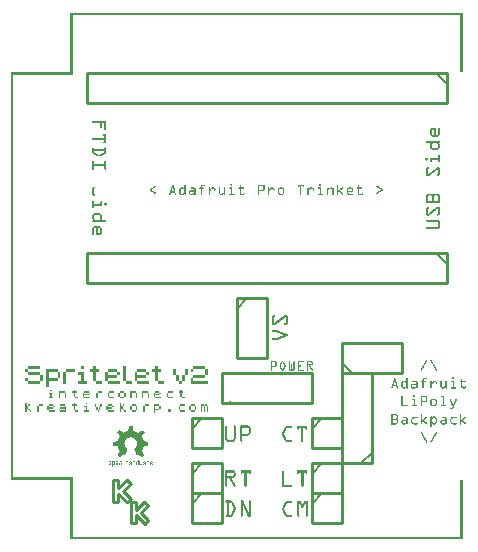
<source format=gto>
G04 MADE WITH FRITZING*
G04 WWW.FRITZING.ORG*
G04 DOUBLE SIDED*
G04 HOLES PLATED*
G04 CONTOUR ON CENTER OF CONTOUR VECTOR*
%ASAXBY*%
%FSLAX23Y23*%
%MOIN*%
%OFA0B0*%
%SFA1.0B1.0*%
%ADD10C,0.010000*%
%ADD11C,0.005000*%
%ADD12R,0.001000X0.001000*%
%LNSILK1*%
G90*
G70*
G54D10*
X750Y800D02*
X750Y600D01*
D02*
X750Y600D02*
X850Y600D01*
D02*
X850Y600D02*
X850Y800D01*
D02*
X850Y800D02*
X750Y800D01*
G54D11*
D02*
X750Y765D02*
X785Y800D01*
G54D10*
D02*
X1100Y551D02*
X1300Y551D01*
D02*
X1300Y551D02*
X1300Y651D01*
D02*
X1300Y651D02*
X1100Y651D01*
D02*
X1100Y651D02*
X1100Y551D01*
G54D11*
D02*
X1135Y551D02*
X1100Y586D01*
G54D10*
D02*
X1200Y250D02*
X1200Y550D01*
D02*
X1200Y550D02*
X1100Y550D01*
D02*
X1100Y550D02*
X1100Y250D01*
D02*
X1100Y250D02*
X1200Y250D01*
G54D11*
D02*
X1200Y285D02*
X1165Y250D01*
G54D10*
D02*
X600Y250D02*
X600Y150D01*
D02*
X600Y150D02*
X700Y150D01*
D02*
X700Y150D02*
X700Y250D01*
D02*
X700Y250D02*
X600Y250D01*
G54D11*
D02*
X600Y215D02*
X635Y250D01*
G54D10*
D02*
X1000Y400D02*
X1000Y300D01*
D02*
X1000Y300D02*
X1100Y300D01*
D02*
X1100Y300D02*
X1100Y400D01*
D02*
X1100Y400D02*
X1000Y400D01*
G54D11*
D02*
X1000Y365D02*
X1035Y400D01*
G54D10*
D02*
X1000Y250D02*
X1000Y150D01*
D02*
X1000Y150D02*
X1100Y150D01*
D02*
X1100Y150D02*
X1100Y250D01*
D02*
X1100Y250D02*
X1000Y250D01*
G54D11*
D02*
X1000Y215D02*
X1035Y250D01*
G54D10*
D02*
X600Y400D02*
X600Y300D01*
D02*
X600Y300D02*
X700Y300D01*
D02*
X700Y300D02*
X700Y400D01*
D02*
X700Y400D02*
X600Y400D01*
G54D11*
D02*
X600Y365D02*
X635Y400D01*
G54D10*
D02*
X600Y150D02*
X600Y50D01*
D02*
X600Y50D02*
X700Y50D01*
D02*
X700Y50D02*
X700Y150D01*
D02*
X700Y150D02*
X600Y150D01*
G54D11*
D02*
X600Y115D02*
X635Y150D01*
G54D10*
D02*
X1000Y150D02*
X1000Y50D01*
D02*
X1000Y50D02*
X1100Y50D01*
D02*
X1100Y50D02*
X1100Y150D01*
D02*
X1100Y150D02*
X1000Y150D01*
G54D11*
D02*
X1000Y115D02*
X1035Y150D01*
G54D10*
D02*
X1450Y1550D02*
X250Y1550D01*
D02*
X250Y1550D02*
X250Y1450D01*
D02*
X250Y1450D02*
X1450Y1450D01*
D02*
X1450Y1450D02*
X1450Y1550D01*
G54D11*
D02*
X1415Y1550D02*
X1450Y1515D01*
G54D10*
D02*
X1450Y950D02*
X250Y950D01*
D02*
X250Y950D02*
X250Y850D01*
D02*
X250Y850D02*
X1450Y850D01*
D02*
X1450Y850D02*
X1450Y950D01*
G54D11*
D02*
X1415Y950D02*
X1450Y915D01*
G54D10*
D02*
X700Y450D02*
X1000Y450D01*
X1000Y450D02*
X1000Y550D01*
X1000Y550D02*
X700Y550D01*
X700Y550D02*
X700Y450D01*
G36*
X55Y575D02*
X55Y565D01*
X95Y565D01*
X95Y575D01*
X55Y575D01*
G37*
D02*
G36*
X232Y575D02*
X232Y565D01*
X242Y565D01*
X242Y575D01*
X232Y575D01*
G37*
D02*
G36*
X272Y575D02*
X272Y565D01*
X262Y565D01*
X262Y555D01*
X272Y555D01*
X272Y526D01*
X282Y526D01*
X282Y555D01*
X291Y555D01*
X291Y565D01*
X282Y565D01*
X282Y575D01*
X272Y575D01*
G37*
D02*
G36*
X370Y575D02*
X370Y526D01*
X380Y526D01*
X380Y575D01*
X370Y575D01*
G37*
D02*
G36*
X478Y575D02*
X478Y565D01*
X469Y565D01*
X469Y555D01*
X478Y555D01*
X478Y526D01*
X488Y526D01*
X488Y555D01*
X498Y555D01*
X498Y565D01*
X488Y565D01*
X488Y575D01*
X478Y575D01*
G37*
D02*
G36*
X606Y575D02*
X606Y565D01*
X646Y565D01*
X646Y575D01*
X606Y575D01*
G37*
D02*
G36*
X45Y565D02*
X45Y555D01*
X55Y555D01*
X55Y565D01*
X45Y565D01*
G37*
D02*
G36*
X114Y565D02*
X114Y506D01*
X124Y506D01*
X124Y526D01*
X154Y526D01*
X154Y536D01*
X124Y536D01*
X124Y555D01*
X154Y555D01*
X154Y565D01*
X114Y565D01*
G37*
D02*
G36*
X183Y565D02*
X183Y555D01*
X213Y555D01*
X213Y565D01*
X183Y565D01*
G37*
D02*
G36*
X321Y565D02*
X321Y555D01*
X350Y555D01*
X350Y565D01*
X321Y565D01*
G37*
D02*
G36*
X419Y565D02*
X419Y555D01*
X449Y555D01*
X449Y565D01*
X419Y565D01*
G37*
D02*
G36*
X537Y565D02*
X537Y545D01*
X547Y545D01*
X547Y565D01*
X537Y565D01*
G37*
D02*
G36*
X577Y565D02*
X577Y545D01*
X587Y545D01*
X587Y565D01*
X577Y565D01*
G37*
D02*
G36*
X597Y565D02*
X597Y555D01*
X606Y555D01*
X606Y565D01*
X597Y565D01*
G37*
D02*
G36*
X646Y565D02*
X646Y545D01*
X656Y545D01*
X656Y565D01*
X646Y565D01*
G37*
D02*
G36*
X55Y555D02*
X55Y545D01*
X95Y545D01*
X95Y555D01*
X55Y555D01*
G37*
D02*
G36*
X154Y555D02*
X154Y536D01*
X163Y536D01*
X163Y555D01*
X154Y555D01*
G37*
D02*
G36*
X173Y555D02*
X173Y516D01*
X183Y516D01*
X183Y555D01*
X173Y555D01*
G37*
D02*
G36*
X223Y555D02*
X223Y545D01*
X232Y545D01*
X232Y526D01*
X223Y526D01*
X223Y516D01*
X252Y516D01*
X252Y526D01*
X242Y526D01*
X242Y555D01*
X223Y555D01*
G37*
D02*
G36*
X311Y555D02*
X311Y526D01*
X321Y526D01*
X321Y536D01*
X350Y536D01*
X350Y545D01*
X321Y545D01*
X321Y555D01*
X311Y555D01*
G37*
D02*
G36*
X350Y555D02*
X350Y545D01*
X360Y545D01*
X360Y555D01*
X350Y555D01*
G37*
D02*
G36*
X410Y555D02*
X410Y526D01*
X419Y526D01*
X419Y536D01*
X449Y536D01*
X449Y545D01*
X419Y545D01*
X419Y555D01*
X410Y555D01*
G37*
D02*
G36*
X449Y555D02*
X449Y545D01*
X459Y545D01*
X459Y555D01*
X449Y555D01*
G37*
D02*
G36*
X95Y545D02*
X95Y526D01*
X104Y526D01*
X104Y545D01*
X95Y545D01*
G37*
D02*
G36*
X547Y545D02*
X547Y526D01*
X557Y526D01*
X557Y545D01*
X547Y545D01*
G37*
D02*
G36*
X567Y545D02*
X567Y526D01*
X577Y526D01*
X577Y545D01*
X567Y545D01*
G37*
D02*
G36*
X606Y545D02*
X606Y536D01*
X646Y536D01*
X646Y545D01*
X606Y545D01*
G37*
D02*
G36*
X45Y536D02*
X45Y526D01*
X55Y526D01*
X55Y536D01*
X45Y536D01*
G37*
D02*
G36*
X597Y536D02*
X597Y516D01*
X656Y516D01*
X656Y526D01*
X606Y526D01*
X606Y536D01*
X597Y536D01*
G37*
D02*
G36*
X55Y526D02*
X55Y516D01*
X95Y516D01*
X95Y526D01*
X55Y526D01*
G37*
D02*
G36*
X282Y526D02*
X282Y516D01*
X301Y516D01*
X301Y526D01*
X282Y526D01*
G37*
D02*
G36*
X321Y526D02*
X321Y516D01*
X360Y516D01*
X360Y526D01*
X321Y526D01*
G37*
D02*
G36*
X380Y526D02*
X380Y516D01*
X400Y516D01*
X400Y526D01*
X380Y526D01*
G37*
D02*
G36*
X419Y526D02*
X419Y516D01*
X459Y516D01*
X459Y526D01*
X419Y526D01*
G37*
D02*
G36*
X488Y526D02*
X488Y516D01*
X508Y516D01*
X508Y526D01*
X488Y526D01*
G37*
D02*
G36*
X557Y526D02*
X557Y516D01*
X567Y516D01*
X567Y526D01*
X557Y526D01*
G37*
D02*
G36*
X129Y496D02*
X129Y491D01*
X134Y491D01*
X134Y496D01*
X129Y496D01*
G37*
D02*
G36*
X208Y496D02*
X208Y491D01*
X203Y491D01*
X203Y486D01*
X208Y486D01*
X208Y472D01*
X213Y472D01*
X213Y486D01*
X218Y486D01*
X218Y491D01*
X213Y491D01*
X213Y496D01*
X208Y496D01*
G37*
D02*
G36*
X562Y496D02*
X562Y491D01*
X557Y491D01*
X557Y486D01*
X562Y486D01*
X562Y472D01*
X567Y472D01*
X567Y486D01*
X572Y486D01*
X572Y491D01*
X567Y491D01*
X567Y496D01*
X562Y496D01*
G37*
D02*
G36*
X159Y491D02*
X159Y467D01*
X163Y467D01*
X163Y486D01*
X178Y486D01*
X178Y491D01*
X159Y491D01*
G37*
D02*
G36*
X242Y491D02*
X242Y486D01*
X257Y486D01*
X257Y491D01*
X242Y491D01*
G37*
D02*
G36*
X287Y491D02*
X287Y486D01*
X301Y486D01*
X301Y491D01*
X287Y491D01*
G37*
D02*
G36*
X326Y491D02*
X326Y486D01*
X341Y486D01*
X341Y491D01*
X326Y491D01*
G37*
D02*
G36*
X360Y491D02*
X360Y486D01*
X375Y486D01*
X375Y491D01*
X360Y491D01*
G37*
D02*
G36*
X395Y491D02*
X395Y467D01*
X400Y467D01*
X400Y486D01*
X414Y486D01*
X414Y491D01*
X395Y491D01*
G37*
D02*
G36*
X434Y491D02*
X434Y467D01*
X439Y467D01*
X439Y486D01*
X454Y486D01*
X454Y491D01*
X434Y491D01*
G37*
D02*
G36*
X478Y491D02*
X478Y486D01*
X493Y486D01*
X493Y491D01*
X478Y491D01*
G37*
D02*
G36*
X523Y491D02*
X523Y486D01*
X537Y486D01*
X537Y491D01*
X523Y491D01*
G37*
D02*
G36*
X124Y486D02*
X124Y482D01*
X129Y482D01*
X129Y472D01*
X124Y472D01*
X124Y467D01*
X139Y467D01*
X139Y472D01*
X134Y472D01*
X134Y486D01*
X124Y486D01*
G37*
D02*
G36*
X178Y486D02*
X178Y467D01*
X183Y467D01*
X183Y486D01*
X178Y486D01*
G37*
D02*
G36*
X237Y486D02*
X237Y472D01*
X242Y472D01*
X242Y477D01*
X257Y477D01*
X257Y482D01*
X242Y482D01*
X242Y486D01*
X237Y486D01*
G37*
D02*
G36*
X257Y486D02*
X257Y482D01*
X262Y482D01*
X262Y486D01*
X257Y486D01*
G37*
D02*
G36*
X282Y486D02*
X282Y467D01*
X287Y467D01*
X287Y486D01*
X282Y486D01*
G37*
D02*
G36*
X321Y486D02*
X321Y472D01*
X326Y472D01*
X326Y486D01*
X321Y486D01*
G37*
D02*
G36*
X355Y486D02*
X355Y472D01*
X360Y472D01*
X360Y486D01*
X355Y486D01*
G37*
D02*
G36*
X375Y486D02*
X375Y472D01*
X380Y472D01*
X380Y486D01*
X375Y486D01*
G37*
D02*
G36*
X414Y486D02*
X414Y467D01*
X419Y467D01*
X419Y486D01*
X414Y486D01*
G37*
D02*
G36*
X454Y486D02*
X454Y467D01*
X459Y467D01*
X459Y486D01*
X454Y486D01*
G37*
D02*
G36*
X474Y486D02*
X474Y472D01*
X478Y472D01*
X478Y477D01*
X493Y477D01*
X493Y482D01*
X478Y482D01*
X478Y486D01*
X474Y486D01*
G37*
D02*
G36*
X493Y486D02*
X493Y482D01*
X498Y482D01*
X498Y486D01*
X493Y486D01*
G37*
D02*
G36*
X518Y486D02*
X518Y472D01*
X523Y472D01*
X523Y486D01*
X518Y486D01*
G37*
D02*
G36*
X213Y472D02*
X213Y467D01*
X223Y467D01*
X223Y472D01*
X213Y472D01*
G37*
D02*
G36*
X242Y472D02*
X242Y467D01*
X262Y467D01*
X262Y472D01*
X242Y472D01*
G37*
D02*
G36*
X326Y472D02*
X326Y467D01*
X341Y467D01*
X341Y472D01*
X326Y472D01*
G37*
D02*
G36*
X360Y472D02*
X360Y467D01*
X375Y467D01*
X375Y472D01*
X360Y472D01*
G37*
D02*
G36*
X478Y472D02*
X478Y467D01*
X498Y467D01*
X498Y472D01*
X478Y472D01*
G37*
D02*
G36*
X523Y472D02*
X523Y467D01*
X537Y467D01*
X537Y472D01*
X523Y472D01*
G37*
D02*
G36*
X567Y472D02*
X567Y467D01*
X577Y467D01*
X577Y472D01*
X567Y472D01*
G37*
D02*
G36*
X45Y452D02*
X45Y422D01*
X50Y422D01*
X50Y432D01*
X55Y432D01*
X55Y442D01*
X50Y442D01*
X50Y452D01*
X45Y452D01*
G37*
D02*
G36*
X208Y452D02*
X208Y447D01*
X203Y447D01*
X203Y442D01*
X208Y442D01*
X208Y427D01*
X213Y427D01*
X213Y442D01*
X218Y442D01*
X218Y447D01*
X213Y447D01*
X213Y452D01*
X208Y452D01*
G37*
D02*
G36*
X247Y452D02*
X247Y447D01*
X252Y447D01*
X252Y452D01*
X247Y452D01*
G37*
D02*
G36*
X360Y452D02*
X360Y422D01*
X365Y422D01*
X365Y432D01*
X370Y432D01*
X370Y442D01*
X365Y442D01*
X365Y452D01*
X360Y452D01*
G37*
D02*
G36*
X55Y447D02*
X55Y442D01*
X60Y442D01*
X60Y447D01*
X55Y447D01*
G37*
D02*
G36*
X90Y447D02*
X90Y442D01*
X104Y442D01*
X104Y447D01*
X90Y447D01*
G37*
D02*
G36*
X124Y447D02*
X124Y442D01*
X139Y442D01*
X139Y447D01*
X124Y447D01*
G37*
D02*
G36*
X163Y447D02*
X163Y442D01*
X178Y442D01*
X178Y447D01*
X163Y447D01*
G37*
D02*
G36*
X277Y447D02*
X277Y437D01*
X282Y437D01*
X282Y447D01*
X277Y447D01*
G37*
D02*
G36*
X296Y447D02*
X296Y437D01*
X301Y437D01*
X301Y447D01*
X296Y447D01*
G37*
D02*
G36*
X321Y447D02*
X321Y442D01*
X336Y442D01*
X336Y447D01*
X321Y447D01*
G37*
D02*
G36*
X370Y447D02*
X370Y442D01*
X375Y442D01*
X375Y447D01*
X370Y447D01*
G37*
D02*
G36*
X400Y447D02*
X400Y442D01*
X414Y442D01*
X414Y447D01*
X400Y447D01*
G37*
D02*
G36*
X444Y447D02*
X444Y442D01*
X459Y442D01*
X459Y447D01*
X444Y447D01*
G37*
D02*
G36*
X474Y447D02*
X474Y418D01*
X478Y418D01*
X478Y427D01*
X493Y427D01*
X493Y432D01*
X478Y432D01*
X478Y442D01*
X493Y442D01*
X493Y447D01*
X474Y447D01*
G37*
D02*
G36*
X562Y447D02*
X562Y442D01*
X577Y442D01*
X577Y447D01*
X562Y447D01*
G37*
D02*
G36*
X597Y447D02*
X597Y442D01*
X611Y442D01*
X611Y447D01*
X597Y447D01*
G37*
D02*
G36*
X631Y447D02*
X631Y422D01*
X636Y422D01*
X636Y442D01*
X641Y442D01*
X641Y447D01*
X631Y447D01*
G37*
D02*
G36*
X646Y447D02*
X646Y442D01*
X651Y442D01*
X651Y447D01*
X646Y447D01*
G37*
D02*
G36*
X85Y442D02*
X85Y422D01*
X90Y422D01*
X90Y442D01*
X85Y442D01*
G37*
D02*
G36*
X119Y442D02*
X119Y427D01*
X124Y427D01*
X124Y432D01*
X139Y432D01*
X139Y437D01*
X124Y437D01*
X124Y442D01*
X119Y442D01*
G37*
D02*
G36*
X139Y442D02*
X139Y437D01*
X144Y437D01*
X144Y442D01*
X139Y442D01*
G37*
D02*
G36*
X178Y442D02*
X178Y437D01*
X163Y437D01*
X163Y432D01*
X178Y432D01*
X178Y427D01*
X163Y427D01*
X163Y422D01*
X183Y422D01*
X183Y442D01*
X178Y442D01*
G37*
D02*
G36*
X242Y442D02*
X242Y437D01*
X247Y437D01*
X247Y427D01*
X242Y427D01*
X242Y422D01*
X257Y422D01*
X257Y427D01*
X252Y427D01*
X252Y442D01*
X242Y442D01*
G37*
D02*
G36*
X316Y442D02*
X316Y427D01*
X321Y427D01*
X321Y432D01*
X336Y432D01*
X336Y437D01*
X321Y437D01*
X321Y442D01*
X316Y442D01*
G37*
D02*
G36*
X336Y442D02*
X336Y437D01*
X341Y437D01*
X341Y442D01*
X336Y442D01*
G37*
D02*
G36*
X395Y442D02*
X395Y427D01*
X400Y427D01*
X400Y442D01*
X395Y442D01*
G37*
D02*
G36*
X414Y442D02*
X414Y427D01*
X419Y427D01*
X419Y442D01*
X414Y442D01*
G37*
D02*
G36*
X439Y442D02*
X439Y422D01*
X444Y422D01*
X444Y442D01*
X439Y442D01*
G37*
D02*
G36*
X493Y442D02*
X493Y432D01*
X498Y432D01*
X498Y442D01*
X493Y442D01*
G37*
D02*
G36*
X557Y442D02*
X557Y427D01*
X562Y427D01*
X562Y442D01*
X557Y442D01*
G37*
D02*
G36*
X592Y442D02*
X592Y427D01*
X597Y427D01*
X597Y442D01*
X592Y442D01*
G37*
D02*
G36*
X611Y442D02*
X611Y427D01*
X616Y427D01*
X616Y442D01*
X611Y442D01*
G37*
D02*
G36*
X641Y442D02*
X641Y422D01*
X646Y422D01*
X646Y442D01*
X641Y442D01*
G37*
D02*
G36*
X651Y442D02*
X651Y422D01*
X656Y422D01*
X656Y442D01*
X651Y442D01*
G37*
D02*
G36*
X282Y437D02*
X282Y427D01*
X287Y427D01*
X287Y437D01*
X282Y437D01*
G37*
D02*
G36*
X291Y437D02*
X291Y427D01*
X296Y427D01*
X296Y437D01*
X291Y437D01*
G37*
D02*
G36*
X55Y432D02*
X55Y427D01*
X60Y427D01*
X60Y432D01*
X55Y432D01*
G37*
D02*
G36*
X159Y432D02*
X159Y427D01*
X163Y427D01*
X163Y432D01*
X159Y432D01*
G37*
D02*
G36*
X370Y432D02*
X370Y427D01*
X375Y427D01*
X375Y432D01*
X370Y432D01*
G37*
D02*
G36*
X523Y432D02*
X523Y422D01*
X533Y422D01*
X533Y432D01*
X523Y432D01*
G37*
D02*
G36*
X60Y427D02*
X60Y422D01*
X65Y422D01*
X65Y427D01*
X60Y427D01*
G37*
D02*
G36*
X124Y427D02*
X124Y422D01*
X144Y422D01*
X144Y427D01*
X124Y427D01*
G37*
D02*
G36*
X213Y427D02*
X213Y422D01*
X223Y422D01*
X223Y427D01*
X213Y427D01*
G37*
D02*
G36*
X287Y427D02*
X287Y422D01*
X291Y422D01*
X291Y427D01*
X287Y427D01*
G37*
D02*
G36*
X321Y427D02*
X321Y422D01*
X341Y422D01*
X341Y427D01*
X321Y427D01*
G37*
D02*
G36*
X375Y427D02*
X375Y422D01*
X380Y422D01*
X380Y427D01*
X375Y427D01*
G37*
D02*
G36*
X400Y427D02*
X400Y422D01*
X414Y422D01*
X414Y427D01*
X400Y427D01*
G37*
D02*
G36*
X562Y427D02*
X562Y422D01*
X577Y422D01*
X577Y427D01*
X562Y427D01*
G37*
D02*
G36*
X597Y427D02*
X597Y422D01*
X611Y422D01*
X611Y427D01*
X597Y427D01*
G37*
D02*
X398Y132D02*
X386Y120D01*
X356Y149D01*
X356Y122D01*
X339Y121D01*
X339Y194D01*
X356Y194D01*
X356Y167D01*
X385Y195D01*
X397Y183D01*
X372Y158D01*
X398Y132D01*
D02*
X431Y85D02*
X456Y60D01*
X444Y48D01*
X415Y77D01*
X415Y50D01*
X398Y50D01*
X398Y121D01*
X415Y121D01*
X415Y94D01*
X443Y122D01*
X455Y110D01*
X431Y85D01*
D02*
G54D12*
X195Y1750D02*
X1504Y1750D01*
X195Y1749D02*
X1504Y1749D01*
X195Y1748D02*
X1504Y1748D01*
X195Y1747D02*
X1504Y1747D01*
X195Y1746D02*
X1504Y1746D01*
X195Y1745D02*
X204Y1745D01*
X1495Y1745D02*
X1504Y1745D01*
X195Y1744D02*
X204Y1744D01*
X1495Y1744D02*
X1504Y1744D01*
X195Y1743D02*
X204Y1743D01*
X1495Y1743D02*
X1504Y1743D01*
X195Y1742D02*
X204Y1742D01*
X1495Y1742D02*
X1504Y1742D01*
X195Y1741D02*
X204Y1741D01*
X1495Y1741D02*
X1504Y1741D01*
X195Y1740D02*
X204Y1740D01*
X1495Y1740D02*
X1504Y1740D01*
X195Y1739D02*
X204Y1739D01*
X1495Y1739D02*
X1504Y1739D01*
X195Y1738D02*
X204Y1738D01*
X1495Y1738D02*
X1504Y1738D01*
X195Y1737D02*
X204Y1737D01*
X1495Y1737D02*
X1504Y1737D01*
X195Y1736D02*
X204Y1736D01*
X1495Y1736D02*
X1504Y1736D01*
X195Y1735D02*
X204Y1735D01*
X1495Y1735D02*
X1504Y1735D01*
X195Y1734D02*
X204Y1734D01*
X1495Y1734D02*
X1504Y1734D01*
X195Y1733D02*
X204Y1733D01*
X1495Y1733D02*
X1504Y1733D01*
X195Y1732D02*
X204Y1732D01*
X1495Y1732D02*
X1504Y1732D01*
X195Y1731D02*
X204Y1731D01*
X1495Y1731D02*
X1504Y1731D01*
X195Y1730D02*
X204Y1730D01*
X1495Y1730D02*
X1504Y1730D01*
X195Y1729D02*
X204Y1729D01*
X1495Y1729D02*
X1504Y1729D01*
X195Y1728D02*
X204Y1728D01*
X1495Y1728D02*
X1504Y1728D01*
X195Y1727D02*
X204Y1727D01*
X1495Y1727D02*
X1504Y1727D01*
X195Y1726D02*
X204Y1726D01*
X1495Y1726D02*
X1504Y1726D01*
X195Y1725D02*
X204Y1725D01*
X1495Y1725D02*
X1504Y1725D01*
X195Y1724D02*
X204Y1724D01*
X1495Y1724D02*
X1504Y1724D01*
X195Y1723D02*
X204Y1723D01*
X1495Y1723D02*
X1504Y1723D01*
X195Y1722D02*
X204Y1722D01*
X1495Y1722D02*
X1504Y1722D01*
X195Y1721D02*
X204Y1721D01*
X1495Y1721D02*
X1504Y1721D01*
X195Y1720D02*
X204Y1720D01*
X1495Y1720D02*
X1504Y1720D01*
X195Y1719D02*
X204Y1719D01*
X1495Y1719D02*
X1504Y1719D01*
X195Y1718D02*
X204Y1718D01*
X1495Y1718D02*
X1504Y1718D01*
X195Y1717D02*
X204Y1717D01*
X1495Y1717D02*
X1504Y1717D01*
X195Y1716D02*
X204Y1716D01*
X1495Y1716D02*
X1504Y1716D01*
X195Y1715D02*
X204Y1715D01*
X1495Y1715D02*
X1504Y1715D01*
X195Y1714D02*
X204Y1714D01*
X1495Y1714D02*
X1504Y1714D01*
X195Y1713D02*
X204Y1713D01*
X1495Y1713D02*
X1504Y1713D01*
X195Y1712D02*
X204Y1712D01*
X1495Y1712D02*
X1504Y1712D01*
X195Y1711D02*
X204Y1711D01*
X1495Y1711D02*
X1504Y1711D01*
X195Y1710D02*
X204Y1710D01*
X1495Y1710D02*
X1504Y1710D01*
X195Y1709D02*
X204Y1709D01*
X1495Y1709D02*
X1504Y1709D01*
X195Y1708D02*
X204Y1708D01*
X1495Y1708D02*
X1504Y1708D01*
X195Y1707D02*
X204Y1707D01*
X1495Y1707D02*
X1504Y1707D01*
X195Y1706D02*
X204Y1706D01*
X1495Y1706D02*
X1504Y1706D01*
X195Y1705D02*
X204Y1705D01*
X1495Y1705D02*
X1504Y1705D01*
X195Y1704D02*
X204Y1704D01*
X1495Y1704D02*
X1504Y1704D01*
X195Y1703D02*
X204Y1703D01*
X1495Y1703D02*
X1504Y1703D01*
X195Y1702D02*
X204Y1702D01*
X1495Y1702D02*
X1504Y1702D01*
X195Y1701D02*
X204Y1701D01*
X1495Y1701D02*
X1504Y1701D01*
X195Y1700D02*
X204Y1700D01*
X1495Y1700D02*
X1504Y1700D01*
X195Y1699D02*
X204Y1699D01*
X1495Y1699D02*
X1504Y1699D01*
X195Y1698D02*
X204Y1698D01*
X1495Y1698D02*
X1504Y1698D01*
X195Y1697D02*
X204Y1697D01*
X1495Y1697D02*
X1504Y1697D01*
X195Y1696D02*
X204Y1696D01*
X1495Y1696D02*
X1504Y1696D01*
X195Y1695D02*
X204Y1695D01*
X1495Y1695D02*
X1504Y1695D01*
X195Y1694D02*
X204Y1694D01*
X1495Y1694D02*
X1504Y1694D01*
X195Y1693D02*
X204Y1693D01*
X1495Y1693D02*
X1504Y1693D01*
X195Y1692D02*
X204Y1692D01*
X1495Y1692D02*
X1504Y1692D01*
X195Y1691D02*
X204Y1691D01*
X1495Y1691D02*
X1504Y1691D01*
X195Y1690D02*
X204Y1690D01*
X1495Y1690D02*
X1504Y1690D01*
X195Y1689D02*
X204Y1689D01*
X1495Y1689D02*
X1504Y1689D01*
X195Y1688D02*
X204Y1688D01*
X1495Y1688D02*
X1504Y1688D01*
X195Y1687D02*
X204Y1687D01*
X1495Y1687D02*
X1504Y1687D01*
X195Y1686D02*
X204Y1686D01*
X1495Y1686D02*
X1504Y1686D01*
X195Y1685D02*
X204Y1685D01*
X1495Y1685D02*
X1504Y1685D01*
X195Y1684D02*
X204Y1684D01*
X1495Y1684D02*
X1504Y1684D01*
X195Y1683D02*
X204Y1683D01*
X1495Y1683D02*
X1504Y1683D01*
X195Y1682D02*
X204Y1682D01*
X1495Y1682D02*
X1504Y1682D01*
X195Y1681D02*
X204Y1681D01*
X1495Y1681D02*
X1504Y1681D01*
X195Y1680D02*
X204Y1680D01*
X1495Y1680D02*
X1504Y1680D01*
X195Y1679D02*
X204Y1679D01*
X1495Y1679D02*
X1504Y1679D01*
X195Y1678D02*
X204Y1678D01*
X1495Y1678D02*
X1504Y1678D01*
X195Y1677D02*
X204Y1677D01*
X1495Y1677D02*
X1504Y1677D01*
X195Y1676D02*
X204Y1676D01*
X1495Y1676D02*
X1504Y1676D01*
X195Y1675D02*
X204Y1675D01*
X1495Y1675D02*
X1504Y1675D01*
X195Y1674D02*
X204Y1674D01*
X1495Y1674D02*
X1504Y1674D01*
X195Y1673D02*
X204Y1673D01*
X1495Y1673D02*
X1504Y1673D01*
X195Y1672D02*
X204Y1672D01*
X1495Y1672D02*
X1504Y1672D01*
X195Y1671D02*
X204Y1671D01*
X1495Y1671D02*
X1504Y1671D01*
X195Y1670D02*
X204Y1670D01*
X1495Y1670D02*
X1504Y1670D01*
X195Y1669D02*
X204Y1669D01*
X1495Y1669D02*
X1504Y1669D01*
X195Y1668D02*
X204Y1668D01*
X1495Y1668D02*
X1504Y1668D01*
X195Y1667D02*
X204Y1667D01*
X1495Y1667D02*
X1504Y1667D01*
X195Y1666D02*
X204Y1666D01*
X1495Y1666D02*
X1504Y1666D01*
X195Y1665D02*
X204Y1665D01*
X1495Y1665D02*
X1504Y1665D01*
X195Y1664D02*
X204Y1664D01*
X1495Y1664D02*
X1504Y1664D01*
X195Y1663D02*
X204Y1663D01*
X1495Y1663D02*
X1504Y1663D01*
X195Y1662D02*
X204Y1662D01*
X1495Y1662D02*
X1504Y1662D01*
X195Y1661D02*
X204Y1661D01*
X1495Y1661D02*
X1504Y1661D01*
X195Y1660D02*
X204Y1660D01*
X1495Y1660D02*
X1504Y1660D01*
X195Y1659D02*
X204Y1659D01*
X1495Y1659D02*
X1504Y1659D01*
X195Y1658D02*
X204Y1658D01*
X1495Y1658D02*
X1504Y1658D01*
X195Y1657D02*
X204Y1657D01*
X1495Y1657D02*
X1504Y1657D01*
X195Y1656D02*
X204Y1656D01*
X1495Y1656D02*
X1504Y1656D01*
X195Y1655D02*
X204Y1655D01*
X1495Y1655D02*
X1504Y1655D01*
X195Y1654D02*
X204Y1654D01*
X1495Y1654D02*
X1504Y1654D01*
X195Y1653D02*
X204Y1653D01*
X1495Y1653D02*
X1504Y1653D01*
X195Y1652D02*
X204Y1652D01*
X1495Y1652D02*
X1504Y1652D01*
X195Y1651D02*
X204Y1651D01*
X1495Y1651D02*
X1504Y1651D01*
X195Y1650D02*
X204Y1650D01*
X1495Y1650D02*
X1504Y1650D01*
X195Y1649D02*
X204Y1649D01*
X1495Y1649D02*
X1504Y1649D01*
X195Y1648D02*
X204Y1648D01*
X1495Y1648D02*
X1504Y1648D01*
X195Y1647D02*
X204Y1647D01*
X1495Y1647D02*
X1504Y1647D01*
X195Y1646D02*
X204Y1646D01*
X1495Y1646D02*
X1504Y1646D01*
X195Y1645D02*
X204Y1645D01*
X1495Y1645D02*
X1504Y1645D01*
X195Y1644D02*
X204Y1644D01*
X1495Y1644D02*
X1504Y1644D01*
X195Y1643D02*
X204Y1643D01*
X1495Y1643D02*
X1504Y1643D01*
X195Y1642D02*
X204Y1642D01*
X1495Y1642D02*
X1504Y1642D01*
X195Y1641D02*
X204Y1641D01*
X1495Y1641D02*
X1504Y1641D01*
X195Y1640D02*
X204Y1640D01*
X1495Y1640D02*
X1504Y1640D01*
X195Y1639D02*
X204Y1639D01*
X1495Y1639D02*
X1504Y1639D01*
X195Y1638D02*
X204Y1638D01*
X1495Y1638D02*
X1504Y1638D01*
X195Y1637D02*
X204Y1637D01*
X1495Y1637D02*
X1504Y1637D01*
X195Y1636D02*
X204Y1636D01*
X1495Y1636D02*
X1504Y1636D01*
X195Y1635D02*
X204Y1635D01*
X1495Y1635D02*
X1504Y1635D01*
X195Y1634D02*
X204Y1634D01*
X1495Y1634D02*
X1504Y1634D01*
X195Y1633D02*
X204Y1633D01*
X1495Y1633D02*
X1504Y1633D01*
X195Y1632D02*
X204Y1632D01*
X1495Y1632D02*
X1504Y1632D01*
X195Y1631D02*
X204Y1631D01*
X1495Y1631D02*
X1504Y1631D01*
X195Y1630D02*
X204Y1630D01*
X1495Y1630D02*
X1504Y1630D01*
X195Y1629D02*
X204Y1629D01*
X1495Y1629D02*
X1504Y1629D01*
X195Y1628D02*
X204Y1628D01*
X1495Y1628D02*
X1504Y1628D01*
X195Y1627D02*
X204Y1627D01*
X1495Y1627D02*
X1504Y1627D01*
X195Y1626D02*
X204Y1626D01*
X1495Y1626D02*
X1504Y1626D01*
X195Y1625D02*
X204Y1625D01*
X1495Y1625D02*
X1504Y1625D01*
X195Y1624D02*
X204Y1624D01*
X1495Y1624D02*
X1504Y1624D01*
X195Y1623D02*
X204Y1623D01*
X1495Y1623D02*
X1504Y1623D01*
X195Y1622D02*
X204Y1622D01*
X1495Y1622D02*
X1504Y1622D01*
X195Y1621D02*
X204Y1621D01*
X1495Y1621D02*
X1504Y1621D01*
X195Y1620D02*
X204Y1620D01*
X1495Y1620D02*
X1504Y1620D01*
X195Y1619D02*
X204Y1619D01*
X1495Y1619D02*
X1504Y1619D01*
X195Y1618D02*
X204Y1618D01*
X1495Y1618D02*
X1504Y1618D01*
X195Y1617D02*
X204Y1617D01*
X1495Y1617D02*
X1504Y1617D01*
X195Y1616D02*
X204Y1616D01*
X1495Y1616D02*
X1504Y1616D01*
X195Y1615D02*
X204Y1615D01*
X1495Y1615D02*
X1504Y1615D01*
X195Y1614D02*
X204Y1614D01*
X1495Y1614D02*
X1504Y1614D01*
X195Y1613D02*
X204Y1613D01*
X1495Y1613D02*
X1504Y1613D01*
X195Y1612D02*
X204Y1612D01*
X1495Y1612D02*
X1504Y1612D01*
X195Y1611D02*
X204Y1611D01*
X1495Y1611D02*
X1504Y1611D01*
X195Y1610D02*
X204Y1610D01*
X1495Y1610D02*
X1504Y1610D01*
X195Y1609D02*
X204Y1609D01*
X1495Y1609D02*
X1504Y1609D01*
X195Y1608D02*
X204Y1608D01*
X1495Y1608D02*
X1504Y1608D01*
X195Y1607D02*
X204Y1607D01*
X1495Y1607D02*
X1504Y1607D01*
X195Y1606D02*
X204Y1606D01*
X1495Y1606D02*
X1504Y1606D01*
X195Y1605D02*
X204Y1605D01*
X1495Y1605D02*
X1504Y1605D01*
X195Y1604D02*
X204Y1604D01*
X1495Y1604D02*
X1504Y1604D01*
X195Y1603D02*
X204Y1603D01*
X1495Y1603D02*
X1504Y1603D01*
X195Y1602D02*
X204Y1602D01*
X1495Y1602D02*
X1504Y1602D01*
X195Y1601D02*
X204Y1601D01*
X1495Y1601D02*
X1504Y1601D01*
X195Y1600D02*
X204Y1600D01*
X1495Y1600D02*
X1504Y1600D01*
X195Y1599D02*
X204Y1599D01*
X1495Y1599D02*
X1504Y1599D01*
X195Y1598D02*
X204Y1598D01*
X1495Y1598D02*
X1504Y1598D01*
X195Y1597D02*
X204Y1597D01*
X1495Y1597D02*
X1504Y1597D01*
X195Y1596D02*
X204Y1596D01*
X1495Y1596D02*
X1504Y1596D01*
X195Y1595D02*
X204Y1595D01*
X1495Y1595D02*
X1504Y1595D01*
X195Y1594D02*
X204Y1594D01*
X1495Y1594D02*
X1504Y1594D01*
X195Y1593D02*
X204Y1593D01*
X1495Y1593D02*
X1504Y1593D01*
X195Y1592D02*
X204Y1592D01*
X1495Y1592D02*
X1504Y1592D01*
X195Y1591D02*
X204Y1591D01*
X1495Y1591D02*
X1504Y1591D01*
X195Y1590D02*
X204Y1590D01*
X1495Y1590D02*
X1504Y1590D01*
X195Y1589D02*
X204Y1589D01*
X1495Y1589D02*
X1504Y1589D01*
X195Y1588D02*
X204Y1588D01*
X1495Y1588D02*
X1504Y1588D01*
X195Y1587D02*
X204Y1587D01*
X1495Y1587D02*
X1504Y1587D01*
X195Y1586D02*
X204Y1586D01*
X1495Y1586D02*
X1504Y1586D01*
X195Y1585D02*
X204Y1585D01*
X1495Y1585D02*
X1504Y1585D01*
X195Y1584D02*
X204Y1584D01*
X1495Y1584D02*
X1504Y1584D01*
X195Y1583D02*
X204Y1583D01*
X1495Y1583D02*
X1504Y1583D01*
X195Y1582D02*
X204Y1582D01*
X1495Y1582D02*
X1504Y1582D01*
X195Y1581D02*
X204Y1581D01*
X1495Y1581D02*
X1504Y1581D01*
X195Y1580D02*
X204Y1580D01*
X1495Y1580D02*
X1504Y1580D01*
X195Y1579D02*
X204Y1579D01*
X1495Y1579D02*
X1504Y1579D01*
X195Y1578D02*
X204Y1578D01*
X1495Y1578D02*
X1504Y1578D01*
X195Y1577D02*
X204Y1577D01*
X1495Y1577D02*
X1504Y1577D01*
X195Y1576D02*
X204Y1576D01*
X1495Y1576D02*
X1504Y1576D01*
X195Y1575D02*
X204Y1575D01*
X1495Y1575D02*
X1504Y1575D01*
X195Y1574D02*
X204Y1574D01*
X1495Y1574D02*
X1504Y1574D01*
X195Y1573D02*
X204Y1573D01*
X1495Y1573D02*
X1504Y1573D01*
X195Y1572D02*
X204Y1572D01*
X1495Y1572D02*
X1504Y1572D01*
X195Y1571D02*
X204Y1571D01*
X1495Y1571D02*
X1504Y1571D01*
X195Y1570D02*
X204Y1570D01*
X1495Y1570D02*
X1504Y1570D01*
X195Y1569D02*
X204Y1569D01*
X1495Y1569D02*
X1504Y1569D01*
X195Y1568D02*
X204Y1568D01*
X1495Y1568D02*
X1504Y1568D01*
X195Y1567D02*
X204Y1567D01*
X1495Y1567D02*
X1504Y1567D01*
X195Y1566D02*
X204Y1566D01*
X1495Y1566D02*
X1504Y1566D01*
X195Y1565D02*
X204Y1565D01*
X1495Y1565D02*
X1504Y1565D01*
X195Y1564D02*
X204Y1564D01*
X1495Y1564D02*
X1504Y1564D01*
X195Y1563D02*
X204Y1563D01*
X1495Y1563D02*
X1504Y1563D01*
X195Y1562D02*
X204Y1562D01*
X1495Y1562D02*
X1504Y1562D01*
X195Y1561D02*
X204Y1561D01*
X1495Y1561D02*
X1504Y1561D01*
X195Y1560D02*
X204Y1560D01*
X1495Y1560D02*
X1504Y1560D01*
X195Y1559D02*
X204Y1559D01*
X1495Y1559D02*
X1504Y1559D01*
X195Y1558D02*
X204Y1558D01*
X1495Y1558D02*
X1504Y1558D01*
X195Y1557D02*
X204Y1557D01*
X1495Y1557D02*
X1504Y1557D01*
X195Y1556D02*
X204Y1556D01*
X1495Y1556D02*
X1504Y1556D01*
X0Y1555D02*
X204Y1555D01*
X0Y1554D02*
X204Y1554D01*
X0Y1553D02*
X204Y1553D01*
X0Y1552D02*
X204Y1552D01*
X0Y1551D02*
X204Y1551D01*
X0Y1550D02*
X204Y1550D01*
X0Y1549D02*
X204Y1549D01*
X0Y1548D02*
X204Y1548D01*
X0Y1547D02*
X204Y1547D01*
X0Y1546D02*
X204Y1546D01*
X0Y1545D02*
X4Y1545D01*
X0Y1544D02*
X4Y1544D01*
X0Y1543D02*
X4Y1543D01*
X0Y1542D02*
X4Y1542D01*
X0Y1541D02*
X4Y1541D01*
X0Y1540D02*
X4Y1540D01*
X0Y1539D02*
X4Y1539D01*
X0Y1538D02*
X4Y1538D01*
X0Y1537D02*
X4Y1537D01*
X0Y1536D02*
X4Y1536D01*
X0Y1535D02*
X4Y1535D01*
X0Y1534D02*
X4Y1534D01*
X0Y1533D02*
X4Y1533D01*
X0Y1532D02*
X4Y1532D01*
X0Y1531D02*
X4Y1531D01*
X0Y1530D02*
X4Y1530D01*
X0Y1529D02*
X4Y1529D01*
X0Y1528D02*
X4Y1528D01*
X0Y1527D02*
X4Y1527D01*
X0Y1526D02*
X4Y1526D01*
X0Y1525D02*
X4Y1525D01*
X0Y1524D02*
X4Y1524D01*
X0Y1523D02*
X4Y1523D01*
X0Y1522D02*
X4Y1522D01*
X0Y1521D02*
X4Y1521D01*
X0Y1520D02*
X4Y1520D01*
X0Y1519D02*
X4Y1519D01*
X0Y1518D02*
X4Y1518D01*
X0Y1517D02*
X4Y1517D01*
X0Y1516D02*
X4Y1516D01*
X0Y1515D02*
X4Y1515D01*
X0Y1514D02*
X4Y1514D01*
X0Y1513D02*
X4Y1513D01*
X0Y1512D02*
X4Y1512D01*
X0Y1511D02*
X4Y1511D01*
X0Y1510D02*
X4Y1510D01*
X0Y1509D02*
X4Y1509D01*
X0Y1508D02*
X4Y1508D01*
X0Y1507D02*
X4Y1507D01*
X0Y1506D02*
X4Y1506D01*
X0Y1505D02*
X4Y1505D01*
X0Y1504D02*
X4Y1504D01*
X0Y1503D02*
X4Y1503D01*
X0Y1502D02*
X4Y1502D01*
X0Y1501D02*
X4Y1501D01*
X0Y1500D02*
X4Y1500D01*
X0Y1499D02*
X4Y1499D01*
X0Y1498D02*
X4Y1498D01*
X0Y1497D02*
X4Y1497D01*
X0Y1496D02*
X4Y1496D01*
X0Y1495D02*
X4Y1495D01*
X0Y1494D02*
X4Y1494D01*
X0Y1493D02*
X4Y1493D01*
X0Y1492D02*
X4Y1492D01*
X0Y1491D02*
X4Y1491D01*
X0Y1490D02*
X4Y1490D01*
X0Y1489D02*
X4Y1489D01*
X0Y1488D02*
X4Y1488D01*
X0Y1487D02*
X4Y1487D01*
X0Y1486D02*
X4Y1486D01*
X0Y1485D02*
X4Y1485D01*
X0Y1484D02*
X4Y1484D01*
X0Y1483D02*
X4Y1483D01*
X0Y1482D02*
X4Y1482D01*
X0Y1481D02*
X4Y1481D01*
X0Y1480D02*
X4Y1480D01*
X0Y1479D02*
X4Y1479D01*
X0Y1478D02*
X4Y1478D01*
X0Y1477D02*
X4Y1477D01*
X0Y1476D02*
X4Y1476D01*
X0Y1475D02*
X4Y1475D01*
X0Y1474D02*
X4Y1474D01*
X0Y1473D02*
X4Y1473D01*
X0Y1472D02*
X4Y1472D01*
X0Y1471D02*
X4Y1471D01*
X0Y1470D02*
X4Y1470D01*
X0Y1469D02*
X4Y1469D01*
X0Y1468D02*
X4Y1468D01*
X0Y1467D02*
X4Y1467D01*
X0Y1466D02*
X4Y1466D01*
X0Y1465D02*
X4Y1465D01*
X0Y1464D02*
X4Y1464D01*
X0Y1463D02*
X4Y1463D01*
X0Y1462D02*
X4Y1462D01*
X0Y1461D02*
X4Y1461D01*
X0Y1460D02*
X4Y1460D01*
X0Y1459D02*
X4Y1459D01*
X0Y1458D02*
X4Y1458D01*
X0Y1457D02*
X4Y1457D01*
X0Y1456D02*
X4Y1456D01*
X0Y1455D02*
X4Y1455D01*
X0Y1454D02*
X4Y1454D01*
X0Y1453D02*
X4Y1453D01*
X0Y1452D02*
X4Y1452D01*
X0Y1451D02*
X4Y1451D01*
X0Y1450D02*
X4Y1450D01*
X0Y1449D02*
X4Y1449D01*
X0Y1448D02*
X4Y1448D01*
X0Y1447D02*
X4Y1447D01*
X0Y1446D02*
X4Y1446D01*
X0Y1445D02*
X4Y1445D01*
X0Y1444D02*
X4Y1444D01*
X0Y1443D02*
X4Y1443D01*
X0Y1442D02*
X4Y1442D01*
X0Y1441D02*
X4Y1441D01*
X0Y1440D02*
X4Y1440D01*
X0Y1439D02*
X4Y1439D01*
X0Y1438D02*
X4Y1438D01*
X0Y1437D02*
X4Y1437D01*
X0Y1436D02*
X4Y1436D01*
X0Y1435D02*
X4Y1435D01*
X0Y1434D02*
X4Y1434D01*
X0Y1433D02*
X4Y1433D01*
X0Y1432D02*
X4Y1432D01*
X0Y1431D02*
X4Y1431D01*
X0Y1430D02*
X4Y1430D01*
X0Y1429D02*
X4Y1429D01*
X0Y1428D02*
X4Y1428D01*
X0Y1427D02*
X4Y1427D01*
X0Y1426D02*
X4Y1426D01*
X0Y1425D02*
X4Y1425D01*
X0Y1424D02*
X4Y1424D01*
X0Y1423D02*
X4Y1423D01*
X0Y1422D02*
X4Y1422D01*
X0Y1421D02*
X4Y1421D01*
X0Y1420D02*
X4Y1420D01*
X0Y1419D02*
X4Y1419D01*
X0Y1418D02*
X4Y1418D01*
X0Y1417D02*
X4Y1417D01*
X0Y1416D02*
X4Y1416D01*
X0Y1415D02*
X4Y1415D01*
X0Y1414D02*
X4Y1414D01*
X0Y1413D02*
X4Y1413D01*
X0Y1412D02*
X4Y1412D01*
X0Y1411D02*
X4Y1411D01*
X0Y1410D02*
X4Y1410D01*
X0Y1409D02*
X4Y1409D01*
X0Y1408D02*
X4Y1408D01*
X0Y1407D02*
X4Y1407D01*
X0Y1406D02*
X4Y1406D01*
X0Y1405D02*
X4Y1405D01*
X0Y1404D02*
X4Y1404D01*
X0Y1403D02*
X4Y1403D01*
X0Y1402D02*
X4Y1402D01*
X0Y1401D02*
X4Y1401D01*
X0Y1400D02*
X4Y1400D01*
X0Y1399D02*
X4Y1399D01*
X0Y1398D02*
X4Y1398D01*
X0Y1397D02*
X4Y1397D01*
X0Y1396D02*
X4Y1396D01*
X0Y1395D02*
X4Y1395D01*
X0Y1394D02*
X4Y1394D01*
X0Y1393D02*
X4Y1393D01*
X0Y1392D02*
X4Y1392D01*
X0Y1391D02*
X4Y1391D01*
X0Y1390D02*
X4Y1390D01*
X270Y1390D02*
X315Y1390D01*
X0Y1389D02*
X4Y1389D01*
X269Y1389D02*
X315Y1389D01*
X0Y1388D02*
X4Y1388D01*
X269Y1388D02*
X315Y1388D01*
X0Y1387D02*
X4Y1387D01*
X269Y1387D02*
X315Y1387D01*
X0Y1386D02*
X4Y1386D01*
X270Y1386D02*
X315Y1386D01*
X0Y1385D02*
X4Y1385D01*
X271Y1385D02*
X315Y1385D01*
X0Y1384D02*
X4Y1384D01*
X295Y1384D02*
X300Y1384D01*
X310Y1384D02*
X315Y1384D01*
X0Y1383D02*
X4Y1383D01*
X295Y1383D02*
X300Y1383D01*
X310Y1383D02*
X315Y1383D01*
X0Y1382D02*
X4Y1382D01*
X295Y1382D02*
X300Y1382D01*
X310Y1382D02*
X315Y1382D01*
X0Y1381D02*
X4Y1381D01*
X295Y1381D02*
X300Y1381D01*
X310Y1381D02*
X315Y1381D01*
X0Y1380D02*
X4Y1380D01*
X295Y1380D02*
X300Y1380D01*
X310Y1380D02*
X315Y1380D01*
X0Y1379D02*
X4Y1379D01*
X295Y1379D02*
X300Y1379D01*
X310Y1379D02*
X315Y1379D01*
X0Y1378D02*
X4Y1378D01*
X295Y1378D02*
X300Y1378D01*
X310Y1378D02*
X315Y1378D01*
X0Y1377D02*
X4Y1377D01*
X295Y1377D02*
X300Y1377D01*
X310Y1377D02*
X315Y1377D01*
X0Y1376D02*
X4Y1376D01*
X295Y1376D02*
X300Y1376D01*
X310Y1376D02*
X315Y1376D01*
X0Y1375D02*
X4Y1375D01*
X295Y1375D02*
X300Y1375D01*
X310Y1375D02*
X315Y1375D01*
X0Y1374D02*
X4Y1374D01*
X295Y1374D02*
X300Y1374D01*
X310Y1374D02*
X315Y1374D01*
X0Y1373D02*
X4Y1373D01*
X295Y1373D02*
X300Y1373D01*
X310Y1373D02*
X315Y1373D01*
X0Y1372D02*
X4Y1372D01*
X295Y1372D02*
X300Y1372D01*
X310Y1372D02*
X315Y1372D01*
X0Y1371D02*
X4Y1371D01*
X295Y1371D02*
X300Y1371D01*
X310Y1371D02*
X315Y1371D01*
X0Y1370D02*
X4Y1370D01*
X295Y1370D02*
X300Y1370D01*
X310Y1370D02*
X315Y1370D01*
X0Y1369D02*
X4Y1369D01*
X295Y1369D02*
X300Y1369D01*
X310Y1369D02*
X315Y1369D01*
X0Y1368D02*
X4Y1368D01*
X295Y1368D02*
X299Y1368D01*
X310Y1368D02*
X315Y1368D01*
X1403Y1368D02*
X1414Y1368D01*
X1424Y1368D02*
X1427Y1368D01*
X0Y1367D02*
X4Y1367D01*
X296Y1367D02*
X298Y1367D01*
X310Y1367D02*
X315Y1367D01*
X1401Y1367D02*
X1415Y1367D01*
X1423Y1367D02*
X1428Y1367D01*
X0Y1366D02*
X4Y1366D01*
X310Y1366D02*
X315Y1366D01*
X1399Y1366D02*
X1415Y1366D01*
X1423Y1366D02*
X1428Y1366D01*
X0Y1365D02*
X4Y1365D01*
X310Y1365D02*
X315Y1365D01*
X1398Y1365D02*
X1415Y1365D01*
X1423Y1365D02*
X1428Y1365D01*
X0Y1364D02*
X4Y1364D01*
X310Y1364D02*
X315Y1364D01*
X1398Y1364D02*
X1415Y1364D01*
X1423Y1364D02*
X1428Y1364D01*
X0Y1363D02*
X4Y1363D01*
X310Y1363D02*
X315Y1363D01*
X1397Y1363D02*
X1415Y1363D01*
X1423Y1363D02*
X1428Y1363D01*
X0Y1362D02*
X4Y1362D01*
X311Y1362D02*
X315Y1362D01*
X1396Y1362D02*
X1403Y1362D01*
X1410Y1362D02*
X1415Y1362D01*
X1423Y1362D02*
X1428Y1362D01*
X0Y1361D02*
X4Y1361D01*
X312Y1361D02*
X314Y1361D01*
X1396Y1361D02*
X1402Y1361D01*
X1410Y1361D02*
X1415Y1361D01*
X1423Y1361D02*
X1428Y1361D01*
X0Y1360D02*
X4Y1360D01*
X1395Y1360D02*
X1401Y1360D01*
X1410Y1360D02*
X1415Y1360D01*
X1423Y1360D02*
X1428Y1360D01*
X0Y1359D02*
X4Y1359D01*
X1395Y1359D02*
X1400Y1359D01*
X1410Y1359D02*
X1415Y1359D01*
X1423Y1359D02*
X1428Y1359D01*
X0Y1358D02*
X4Y1358D01*
X1395Y1358D02*
X1400Y1358D01*
X1410Y1358D02*
X1415Y1358D01*
X1423Y1358D02*
X1428Y1358D01*
X0Y1357D02*
X4Y1357D01*
X1395Y1357D02*
X1400Y1357D01*
X1410Y1357D02*
X1415Y1357D01*
X1423Y1357D02*
X1428Y1357D01*
X0Y1356D02*
X4Y1356D01*
X1395Y1356D02*
X1400Y1356D01*
X1410Y1356D02*
X1415Y1356D01*
X1423Y1356D02*
X1428Y1356D01*
X0Y1355D02*
X4Y1355D01*
X1395Y1355D02*
X1400Y1355D01*
X1410Y1355D02*
X1415Y1355D01*
X1423Y1355D02*
X1428Y1355D01*
X0Y1354D02*
X4Y1354D01*
X1395Y1354D02*
X1400Y1354D01*
X1410Y1354D02*
X1415Y1354D01*
X1423Y1354D02*
X1428Y1354D01*
X0Y1353D02*
X4Y1353D01*
X1395Y1353D02*
X1400Y1353D01*
X1410Y1353D02*
X1415Y1353D01*
X1423Y1353D02*
X1428Y1353D01*
X0Y1352D02*
X4Y1352D01*
X1395Y1352D02*
X1400Y1352D01*
X1410Y1352D02*
X1415Y1352D01*
X1423Y1352D02*
X1428Y1352D01*
X0Y1351D02*
X4Y1351D01*
X1395Y1351D02*
X1400Y1351D01*
X1410Y1351D02*
X1415Y1351D01*
X1423Y1351D02*
X1428Y1351D01*
X0Y1350D02*
X4Y1350D01*
X1395Y1350D02*
X1400Y1350D01*
X1410Y1350D02*
X1415Y1350D01*
X1423Y1350D02*
X1428Y1350D01*
X0Y1349D02*
X4Y1349D01*
X1395Y1349D02*
X1400Y1349D01*
X1410Y1349D02*
X1415Y1349D01*
X1423Y1349D02*
X1428Y1349D01*
X0Y1348D02*
X4Y1348D01*
X1395Y1348D02*
X1400Y1348D01*
X1410Y1348D02*
X1415Y1348D01*
X1422Y1348D02*
X1428Y1348D01*
X0Y1347D02*
X4Y1347D01*
X1395Y1347D02*
X1401Y1347D01*
X1410Y1347D02*
X1415Y1347D01*
X1422Y1347D02*
X1428Y1347D01*
X0Y1346D02*
X4Y1346D01*
X306Y1346D02*
X315Y1346D01*
X1396Y1346D02*
X1402Y1346D01*
X1410Y1346D02*
X1415Y1346D01*
X1421Y1346D02*
X1427Y1346D01*
X0Y1345D02*
X4Y1345D01*
X305Y1345D02*
X315Y1345D01*
X1396Y1345D02*
X1403Y1345D01*
X1410Y1345D02*
X1415Y1345D01*
X1420Y1345D02*
X1427Y1345D01*
X0Y1344D02*
X4Y1344D01*
X305Y1344D02*
X315Y1344D01*
X1397Y1344D02*
X1426Y1344D01*
X0Y1343D02*
X4Y1343D01*
X305Y1343D02*
X315Y1343D01*
X1398Y1343D02*
X1425Y1343D01*
X0Y1342D02*
X4Y1342D01*
X306Y1342D02*
X315Y1342D01*
X1399Y1342D02*
X1425Y1342D01*
X0Y1341D02*
X4Y1341D01*
X307Y1341D02*
X315Y1341D01*
X1399Y1341D02*
X1424Y1341D01*
X0Y1340D02*
X4Y1340D01*
X310Y1340D02*
X315Y1340D01*
X1401Y1340D02*
X1422Y1340D01*
X0Y1339D02*
X4Y1339D01*
X310Y1339D02*
X315Y1339D01*
X1403Y1339D02*
X1420Y1339D01*
X0Y1338D02*
X4Y1338D01*
X310Y1338D02*
X315Y1338D01*
X0Y1337D02*
X4Y1337D01*
X310Y1337D02*
X315Y1337D01*
X0Y1336D02*
X4Y1336D01*
X310Y1336D02*
X315Y1336D01*
X0Y1335D02*
X4Y1335D01*
X310Y1335D02*
X315Y1335D01*
X0Y1334D02*
X4Y1334D01*
X270Y1334D02*
X315Y1334D01*
X0Y1333D02*
X4Y1333D01*
X269Y1333D02*
X315Y1333D01*
X0Y1332D02*
X4Y1332D01*
X269Y1332D02*
X315Y1332D01*
X0Y1331D02*
X4Y1331D01*
X269Y1331D02*
X315Y1331D01*
X0Y1330D02*
X4Y1330D01*
X270Y1330D02*
X315Y1330D01*
X0Y1329D02*
X4Y1329D01*
X271Y1329D02*
X315Y1329D01*
X0Y1328D02*
X4Y1328D01*
X310Y1328D02*
X315Y1328D01*
X0Y1327D02*
X4Y1327D01*
X310Y1327D02*
X315Y1327D01*
X0Y1326D02*
X4Y1326D01*
X310Y1326D02*
X315Y1326D01*
X0Y1325D02*
X4Y1325D01*
X310Y1325D02*
X315Y1325D01*
X0Y1324D02*
X4Y1324D01*
X310Y1324D02*
X315Y1324D01*
X1383Y1324D02*
X1427Y1324D01*
X0Y1323D02*
X4Y1323D01*
X310Y1323D02*
X315Y1323D01*
X1382Y1323D02*
X1428Y1323D01*
X0Y1322D02*
X4Y1322D01*
X306Y1322D02*
X315Y1322D01*
X1382Y1322D02*
X1428Y1322D01*
X0Y1321D02*
X4Y1321D01*
X305Y1321D02*
X315Y1321D01*
X1382Y1321D02*
X1428Y1321D01*
X0Y1320D02*
X4Y1320D01*
X305Y1320D02*
X315Y1320D01*
X1383Y1320D02*
X1428Y1320D01*
X0Y1319D02*
X4Y1319D01*
X305Y1319D02*
X315Y1319D01*
X1384Y1319D02*
X1426Y1319D01*
X0Y1318D02*
X4Y1318D01*
X306Y1318D02*
X315Y1318D01*
X1398Y1318D02*
X1406Y1318D01*
X1417Y1318D02*
X1425Y1318D01*
X0Y1317D02*
X4Y1317D01*
X307Y1317D02*
X315Y1317D01*
X1397Y1317D02*
X1405Y1317D01*
X1418Y1317D02*
X1426Y1317D01*
X0Y1316D02*
X4Y1316D01*
X1397Y1316D02*
X1404Y1316D01*
X1419Y1316D02*
X1426Y1316D01*
X0Y1315D02*
X4Y1315D01*
X1396Y1315D02*
X1403Y1315D01*
X1420Y1315D02*
X1427Y1315D01*
X0Y1314D02*
X4Y1314D01*
X1396Y1314D02*
X1402Y1314D01*
X1421Y1314D02*
X1427Y1314D01*
X0Y1313D02*
X4Y1313D01*
X1395Y1313D02*
X1401Y1313D01*
X1422Y1313D02*
X1428Y1313D01*
X0Y1312D02*
X4Y1312D01*
X1395Y1312D02*
X1400Y1312D01*
X1423Y1312D02*
X1428Y1312D01*
X0Y1311D02*
X4Y1311D01*
X1395Y1311D02*
X1400Y1311D01*
X1423Y1311D02*
X1428Y1311D01*
X0Y1310D02*
X4Y1310D01*
X1395Y1310D02*
X1400Y1310D01*
X1423Y1310D02*
X1428Y1310D01*
X0Y1309D02*
X4Y1309D01*
X1395Y1309D02*
X1400Y1309D01*
X1423Y1309D02*
X1428Y1309D01*
X0Y1308D02*
X4Y1308D01*
X1395Y1308D02*
X1400Y1308D01*
X1423Y1308D02*
X1428Y1308D01*
X0Y1307D02*
X4Y1307D01*
X1395Y1307D02*
X1400Y1307D01*
X1423Y1307D02*
X1428Y1307D01*
X0Y1306D02*
X4Y1306D01*
X1395Y1306D02*
X1400Y1306D01*
X1423Y1306D02*
X1428Y1306D01*
X0Y1305D02*
X4Y1305D01*
X1395Y1305D02*
X1400Y1305D01*
X1423Y1305D02*
X1428Y1305D01*
X0Y1304D02*
X4Y1304D01*
X1395Y1304D02*
X1401Y1304D01*
X1422Y1304D02*
X1428Y1304D01*
X0Y1303D02*
X4Y1303D01*
X271Y1303D02*
X272Y1303D01*
X313Y1303D02*
X313Y1303D01*
X1395Y1303D02*
X1401Y1303D01*
X1422Y1303D02*
X1428Y1303D01*
X0Y1302D02*
X4Y1302D01*
X270Y1302D02*
X273Y1302D01*
X311Y1302D02*
X314Y1302D01*
X1396Y1302D02*
X1402Y1302D01*
X1421Y1302D02*
X1427Y1302D01*
X0Y1301D02*
X4Y1301D01*
X269Y1301D02*
X274Y1301D01*
X310Y1301D02*
X315Y1301D01*
X1396Y1301D02*
X1404Y1301D01*
X1419Y1301D02*
X1427Y1301D01*
X0Y1300D02*
X4Y1300D01*
X269Y1300D02*
X274Y1300D01*
X310Y1300D02*
X315Y1300D01*
X1397Y1300D02*
X1426Y1300D01*
X0Y1299D02*
X4Y1299D01*
X269Y1299D02*
X274Y1299D01*
X310Y1299D02*
X315Y1299D01*
X1398Y1299D02*
X1425Y1299D01*
X0Y1298D02*
X4Y1298D01*
X269Y1298D02*
X274Y1298D01*
X310Y1298D02*
X315Y1298D01*
X1399Y1298D02*
X1424Y1298D01*
X0Y1297D02*
X4Y1297D01*
X269Y1297D02*
X315Y1297D01*
X1400Y1297D02*
X1423Y1297D01*
X0Y1296D02*
X4Y1296D01*
X269Y1296D02*
X315Y1296D01*
X1401Y1296D02*
X1422Y1296D01*
X0Y1295D02*
X4Y1295D01*
X269Y1295D02*
X315Y1295D01*
X1403Y1295D02*
X1420Y1295D01*
X0Y1294D02*
X4Y1294D01*
X269Y1294D02*
X315Y1294D01*
X0Y1293D02*
X4Y1293D01*
X269Y1293D02*
X315Y1293D01*
X0Y1292D02*
X4Y1292D01*
X269Y1292D02*
X315Y1292D01*
X0Y1291D02*
X4Y1291D01*
X269Y1291D02*
X315Y1291D01*
X0Y1290D02*
X4Y1290D01*
X269Y1290D02*
X274Y1290D01*
X310Y1290D02*
X315Y1290D01*
X0Y1289D02*
X4Y1289D01*
X269Y1289D02*
X274Y1289D01*
X310Y1289D02*
X315Y1289D01*
X0Y1288D02*
X4Y1288D01*
X269Y1288D02*
X274Y1288D01*
X310Y1288D02*
X315Y1288D01*
X0Y1287D02*
X4Y1287D01*
X269Y1287D02*
X275Y1287D01*
X309Y1287D02*
X315Y1287D01*
X0Y1286D02*
X4Y1286D01*
X269Y1286D02*
X276Y1286D01*
X308Y1286D02*
X315Y1286D01*
X0Y1285D02*
X4Y1285D01*
X270Y1285D02*
X278Y1285D01*
X306Y1285D02*
X314Y1285D01*
X0Y1284D02*
X4Y1284D01*
X270Y1284D02*
X280Y1284D01*
X304Y1284D02*
X314Y1284D01*
X0Y1283D02*
X4Y1283D01*
X271Y1283D02*
X282Y1283D01*
X302Y1283D02*
X313Y1283D01*
X0Y1282D02*
X4Y1282D01*
X272Y1282D02*
X284Y1282D01*
X300Y1282D02*
X312Y1282D01*
X0Y1281D02*
X4Y1281D01*
X273Y1281D02*
X286Y1281D01*
X298Y1281D02*
X311Y1281D01*
X0Y1280D02*
X4Y1280D01*
X275Y1280D02*
X288Y1280D01*
X296Y1280D02*
X309Y1280D01*
X0Y1279D02*
X4Y1279D01*
X277Y1279D02*
X307Y1279D01*
X0Y1278D02*
X4Y1278D01*
X279Y1278D02*
X305Y1278D01*
X0Y1277D02*
X4Y1277D01*
X281Y1277D02*
X303Y1277D01*
X1424Y1277D02*
X1427Y1277D01*
X0Y1276D02*
X4Y1276D01*
X283Y1276D02*
X301Y1276D01*
X1423Y1276D02*
X1428Y1276D01*
X0Y1275D02*
X4Y1275D01*
X285Y1275D02*
X299Y1275D01*
X1423Y1275D02*
X1428Y1275D01*
X0Y1274D02*
X4Y1274D01*
X288Y1274D02*
X297Y1274D01*
X1423Y1274D02*
X1428Y1274D01*
X0Y1273D02*
X4Y1273D01*
X292Y1273D02*
X292Y1273D01*
X1423Y1273D02*
X1428Y1273D01*
X0Y1272D02*
X4Y1272D01*
X1423Y1272D02*
X1428Y1272D01*
X0Y1271D02*
X4Y1271D01*
X1423Y1271D02*
X1428Y1271D01*
X0Y1270D02*
X4Y1270D01*
X1423Y1270D02*
X1428Y1270D01*
X0Y1269D02*
X4Y1269D01*
X1423Y1269D02*
X1428Y1269D01*
X0Y1268D02*
X4Y1268D01*
X1380Y1268D02*
X1386Y1268D01*
X1396Y1268D02*
X1428Y1268D01*
X0Y1267D02*
X4Y1267D01*
X1380Y1267D02*
X1387Y1267D01*
X1395Y1267D02*
X1428Y1267D01*
X0Y1266D02*
X4Y1266D01*
X1379Y1266D02*
X1387Y1266D01*
X1395Y1266D02*
X1428Y1266D01*
X0Y1265D02*
X4Y1265D01*
X1379Y1265D02*
X1387Y1265D01*
X1395Y1265D02*
X1428Y1265D01*
X0Y1264D02*
X4Y1264D01*
X1379Y1264D02*
X1387Y1264D01*
X1395Y1264D02*
X1428Y1264D01*
X0Y1263D02*
X4Y1263D01*
X1379Y1263D02*
X1387Y1263D01*
X1395Y1263D02*
X1428Y1263D01*
X0Y1262D02*
X4Y1262D01*
X1380Y1262D02*
X1387Y1262D01*
X1395Y1262D02*
X1400Y1262D01*
X1423Y1262D02*
X1428Y1262D01*
X0Y1261D02*
X4Y1261D01*
X1380Y1261D02*
X1386Y1261D01*
X1395Y1261D02*
X1400Y1261D01*
X1423Y1261D02*
X1428Y1261D01*
X0Y1260D02*
X4Y1260D01*
X1381Y1260D02*
X1385Y1260D01*
X1395Y1260D02*
X1400Y1260D01*
X1423Y1260D02*
X1428Y1260D01*
X0Y1259D02*
X4Y1259D01*
X271Y1259D02*
X272Y1259D01*
X312Y1259D02*
X313Y1259D01*
X1395Y1259D02*
X1400Y1259D01*
X1423Y1259D02*
X1428Y1259D01*
X0Y1258D02*
X4Y1258D01*
X270Y1258D02*
X274Y1258D01*
X311Y1258D02*
X315Y1258D01*
X1395Y1258D02*
X1400Y1258D01*
X1423Y1258D02*
X1428Y1258D01*
X0Y1257D02*
X4Y1257D01*
X269Y1257D02*
X274Y1257D01*
X310Y1257D02*
X315Y1257D01*
X1395Y1257D02*
X1400Y1257D01*
X1423Y1257D02*
X1428Y1257D01*
X0Y1256D02*
X4Y1256D01*
X269Y1256D02*
X274Y1256D01*
X310Y1256D02*
X315Y1256D01*
X1395Y1256D02*
X1400Y1256D01*
X1423Y1256D02*
X1428Y1256D01*
X0Y1255D02*
X4Y1255D01*
X269Y1255D02*
X274Y1255D01*
X310Y1255D02*
X315Y1255D01*
X1395Y1255D02*
X1399Y1255D01*
X1424Y1255D02*
X1427Y1255D01*
X0Y1254D02*
X4Y1254D01*
X269Y1254D02*
X274Y1254D01*
X310Y1254D02*
X315Y1254D01*
X1397Y1254D02*
X1398Y1254D01*
X1425Y1254D02*
X1426Y1254D01*
X0Y1253D02*
X4Y1253D01*
X269Y1253D02*
X274Y1253D01*
X310Y1253D02*
X315Y1253D01*
X0Y1252D02*
X4Y1252D01*
X269Y1252D02*
X274Y1252D01*
X310Y1252D02*
X315Y1252D01*
X0Y1251D02*
X4Y1251D01*
X269Y1251D02*
X274Y1251D01*
X310Y1251D02*
X315Y1251D01*
X0Y1250D02*
X4Y1250D01*
X269Y1250D02*
X274Y1250D01*
X310Y1250D02*
X315Y1250D01*
X0Y1249D02*
X4Y1249D01*
X269Y1249D02*
X274Y1249D01*
X310Y1249D02*
X315Y1249D01*
X0Y1248D02*
X4Y1248D01*
X269Y1248D02*
X274Y1248D01*
X310Y1248D02*
X315Y1248D01*
X0Y1247D02*
X4Y1247D01*
X269Y1247D02*
X315Y1247D01*
X0Y1246D02*
X4Y1246D01*
X269Y1246D02*
X315Y1246D01*
X0Y1245D02*
X4Y1245D01*
X269Y1245D02*
X315Y1245D01*
X0Y1244D02*
X4Y1244D01*
X269Y1244D02*
X315Y1244D01*
X0Y1243D02*
X4Y1243D01*
X269Y1243D02*
X315Y1243D01*
X0Y1242D02*
X4Y1242D01*
X269Y1242D02*
X315Y1242D01*
X0Y1241D02*
X4Y1241D01*
X269Y1241D02*
X274Y1241D01*
X310Y1241D02*
X315Y1241D01*
X0Y1240D02*
X4Y1240D01*
X269Y1240D02*
X274Y1240D01*
X310Y1240D02*
X315Y1240D01*
X0Y1239D02*
X4Y1239D01*
X269Y1239D02*
X274Y1239D01*
X310Y1239D02*
X315Y1239D01*
X0Y1238D02*
X4Y1238D01*
X269Y1238D02*
X274Y1238D01*
X310Y1238D02*
X315Y1238D01*
X0Y1237D02*
X4Y1237D01*
X269Y1237D02*
X274Y1237D01*
X310Y1237D02*
X315Y1237D01*
X1388Y1237D02*
X1390Y1237D01*
X1421Y1237D02*
X1423Y1237D01*
X0Y1236D02*
X4Y1236D01*
X269Y1236D02*
X274Y1236D01*
X310Y1236D02*
X315Y1236D01*
X1386Y1236D02*
X1391Y1236D01*
X1419Y1236D02*
X1425Y1236D01*
X0Y1235D02*
X4Y1235D01*
X269Y1235D02*
X274Y1235D01*
X310Y1235D02*
X315Y1235D01*
X1385Y1235D02*
X1392Y1235D01*
X1417Y1235D02*
X1426Y1235D01*
X0Y1234D02*
X4Y1234D01*
X269Y1234D02*
X274Y1234D01*
X310Y1234D02*
X315Y1234D01*
X1384Y1234D02*
X1392Y1234D01*
X1416Y1234D02*
X1427Y1234D01*
X0Y1233D02*
X4Y1233D01*
X269Y1233D02*
X274Y1233D01*
X310Y1233D02*
X315Y1233D01*
X1383Y1233D02*
X1392Y1233D01*
X1415Y1233D02*
X1428Y1233D01*
X0Y1232D02*
X4Y1232D01*
X269Y1232D02*
X274Y1232D01*
X310Y1232D02*
X315Y1232D01*
X1383Y1232D02*
X1391Y1232D01*
X1413Y1232D02*
X1428Y1232D01*
X0Y1231D02*
X4Y1231D01*
X269Y1231D02*
X274Y1231D01*
X310Y1231D02*
X315Y1231D01*
X1382Y1231D02*
X1389Y1231D01*
X1412Y1231D02*
X1428Y1231D01*
X0Y1230D02*
X4Y1230D01*
X270Y1230D02*
X273Y1230D01*
X311Y1230D02*
X314Y1230D01*
X1382Y1230D02*
X1387Y1230D01*
X1411Y1230D02*
X1420Y1230D01*
X1423Y1230D02*
X1428Y1230D01*
X0Y1229D02*
X4Y1229D01*
X1382Y1229D02*
X1387Y1229D01*
X1409Y1229D02*
X1419Y1229D01*
X1423Y1229D02*
X1428Y1229D01*
X0Y1228D02*
X4Y1228D01*
X1382Y1228D02*
X1387Y1228D01*
X1408Y1228D02*
X1417Y1228D01*
X1423Y1228D02*
X1428Y1228D01*
X0Y1227D02*
X4Y1227D01*
X1382Y1227D02*
X1387Y1227D01*
X1407Y1227D02*
X1416Y1227D01*
X1423Y1227D02*
X1428Y1227D01*
X0Y1226D02*
X4Y1226D01*
X1382Y1226D02*
X1387Y1226D01*
X1406Y1226D02*
X1415Y1226D01*
X1423Y1226D02*
X1428Y1226D01*
X0Y1225D02*
X4Y1225D01*
X1382Y1225D02*
X1387Y1225D01*
X1404Y1225D02*
X1413Y1225D01*
X1423Y1225D02*
X1428Y1225D01*
X0Y1224D02*
X4Y1224D01*
X1382Y1224D02*
X1387Y1224D01*
X1403Y1224D02*
X1412Y1224D01*
X1423Y1224D02*
X1428Y1224D01*
X0Y1223D02*
X4Y1223D01*
X1382Y1223D02*
X1387Y1223D01*
X1402Y1223D02*
X1411Y1223D01*
X1423Y1223D02*
X1428Y1223D01*
X0Y1222D02*
X4Y1222D01*
X1382Y1222D02*
X1387Y1222D01*
X1400Y1222D02*
X1410Y1222D01*
X1423Y1222D02*
X1428Y1222D01*
X0Y1221D02*
X4Y1221D01*
X1382Y1221D02*
X1387Y1221D01*
X1399Y1221D02*
X1408Y1221D01*
X1423Y1221D02*
X1428Y1221D01*
X0Y1220D02*
X4Y1220D01*
X1382Y1220D02*
X1387Y1220D01*
X1398Y1220D02*
X1407Y1220D01*
X1423Y1220D02*
X1428Y1220D01*
X0Y1219D02*
X4Y1219D01*
X1382Y1219D02*
X1387Y1219D01*
X1397Y1219D02*
X1406Y1219D01*
X1423Y1219D02*
X1428Y1219D01*
X0Y1218D02*
X4Y1218D01*
X1382Y1218D02*
X1387Y1218D01*
X1395Y1218D02*
X1404Y1218D01*
X1423Y1218D02*
X1428Y1218D01*
X0Y1217D02*
X4Y1217D01*
X1382Y1217D02*
X1387Y1217D01*
X1394Y1217D02*
X1403Y1217D01*
X1423Y1217D02*
X1428Y1217D01*
X0Y1216D02*
X4Y1216D01*
X1382Y1216D02*
X1387Y1216D01*
X1393Y1216D02*
X1402Y1216D01*
X1423Y1216D02*
X1428Y1216D01*
X0Y1215D02*
X4Y1215D01*
X1382Y1215D02*
X1387Y1215D01*
X1391Y1215D02*
X1401Y1215D01*
X1423Y1215D02*
X1428Y1215D01*
X0Y1214D02*
X4Y1214D01*
X1382Y1214D02*
X1387Y1214D01*
X1390Y1214D02*
X1399Y1214D01*
X1423Y1214D02*
X1428Y1214D01*
X0Y1213D02*
X4Y1213D01*
X1382Y1213D02*
X1398Y1213D01*
X1420Y1213D02*
X1428Y1213D01*
X0Y1212D02*
X4Y1212D01*
X1382Y1212D02*
X1397Y1212D01*
X1419Y1212D02*
X1427Y1212D01*
X0Y1211D02*
X4Y1211D01*
X1383Y1211D02*
X1395Y1211D01*
X1418Y1211D02*
X1427Y1211D01*
X0Y1210D02*
X4Y1210D01*
X1383Y1210D02*
X1394Y1210D01*
X1418Y1210D02*
X1426Y1210D01*
X0Y1209D02*
X4Y1209D01*
X1384Y1209D02*
X1393Y1209D01*
X1418Y1209D02*
X1425Y1209D01*
X0Y1208D02*
X4Y1208D01*
X1385Y1208D02*
X1391Y1208D01*
X1419Y1208D02*
X1424Y1208D01*
X0Y1207D02*
X4Y1207D01*
X0Y1206D02*
X4Y1206D01*
X0Y1205D02*
X4Y1205D01*
X0Y1204D02*
X4Y1204D01*
X0Y1203D02*
X4Y1203D01*
X0Y1202D02*
X4Y1202D01*
X0Y1201D02*
X4Y1201D01*
X0Y1200D02*
X4Y1200D01*
X0Y1199D02*
X4Y1199D01*
X0Y1198D02*
X4Y1198D01*
X0Y1197D02*
X4Y1197D01*
X0Y1196D02*
X4Y1196D01*
X0Y1195D02*
X4Y1195D01*
X0Y1194D02*
X4Y1194D01*
X0Y1193D02*
X4Y1193D01*
X0Y1192D02*
X4Y1192D01*
X0Y1191D02*
X4Y1191D01*
X0Y1190D02*
X4Y1190D01*
X0Y1189D02*
X4Y1189D01*
X0Y1188D02*
X4Y1188D01*
X0Y1187D02*
X4Y1187D01*
X0Y1186D02*
X4Y1186D01*
X0Y1185D02*
X4Y1185D01*
X0Y1184D02*
X4Y1184D01*
X0Y1183D02*
X4Y1183D01*
X0Y1182D02*
X4Y1182D01*
X0Y1181D02*
X4Y1181D01*
X731Y1181D02*
X735Y1181D01*
X1027Y1181D02*
X1031Y1181D01*
X0Y1180D02*
X4Y1180D01*
X730Y1180D02*
X736Y1180D01*
X1026Y1180D02*
X1032Y1180D01*
X0Y1179D02*
X4Y1179D01*
X536Y1179D02*
X539Y1179D01*
X578Y1179D02*
X580Y1179D01*
X635Y1179D02*
X645Y1179D01*
X730Y1179D02*
X736Y1179D01*
X822Y1179D02*
X840Y1179D01*
X954Y1179D02*
X975Y1179D01*
X1026Y1179D02*
X1032Y1179D01*
X1086Y1179D02*
X1088Y1179D01*
X0Y1178D02*
X4Y1178D01*
X536Y1178D02*
X539Y1178D01*
X578Y1178D02*
X581Y1178D01*
X634Y1178D02*
X645Y1178D01*
X730Y1178D02*
X736Y1178D01*
X822Y1178D02*
X841Y1178D01*
X954Y1178D02*
X975Y1178D01*
X1026Y1178D02*
X1032Y1178D01*
X1085Y1178D02*
X1088Y1178D01*
X0Y1177D02*
X4Y1177D01*
X535Y1177D02*
X539Y1177D01*
X577Y1177D02*
X581Y1177D01*
X633Y1177D02*
X645Y1177D01*
X730Y1177D02*
X736Y1177D01*
X762Y1177D02*
X764Y1177D01*
X822Y1177D02*
X842Y1177D01*
X954Y1177D02*
X975Y1177D01*
X1026Y1177D02*
X1032Y1177D01*
X1085Y1177D02*
X1088Y1177D01*
X1156Y1177D02*
X1158Y1177D01*
X0Y1176D02*
X4Y1176D01*
X535Y1176D02*
X540Y1176D01*
X577Y1176D02*
X581Y1176D01*
X632Y1176D02*
X645Y1176D01*
X731Y1176D02*
X736Y1176D01*
X761Y1176D02*
X764Y1176D01*
X822Y1176D02*
X843Y1176D01*
X954Y1176D02*
X975Y1176D01*
X1027Y1176D02*
X1031Y1176D01*
X1085Y1176D02*
X1088Y1176D01*
X1155Y1176D02*
X1159Y1176D01*
X0Y1175D02*
X4Y1175D01*
X479Y1175D02*
X482Y1175D01*
X535Y1175D02*
X540Y1175D01*
X577Y1175D02*
X581Y1175D01*
X631Y1175D02*
X637Y1175D01*
X761Y1175D02*
X765Y1175D01*
X822Y1175D02*
X826Y1175D01*
X839Y1175D02*
X843Y1175D01*
X954Y1175D02*
X957Y1175D01*
X962Y1175D02*
X966Y1175D01*
X971Y1175D02*
X975Y1175D01*
X1085Y1175D02*
X1088Y1175D01*
X1155Y1175D02*
X1159Y1175D01*
X1217Y1175D02*
X1220Y1175D01*
X0Y1174D02*
X4Y1174D01*
X477Y1174D02*
X482Y1174D01*
X534Y1174D02*
X540Y1174D01*
X577Y1174D02*
X581Y1174D01*
X631Y1174D02*
X635Y1174D01*
X761Y1174D02*
X765Y1174D01*
X822Y1174D02*
X826Y1174D01*
X840Y1174D02*
X844Y1174D01*
X954Y1174D02*
X957Y1174D01*
X963Y1174D02*
X966Y1174D01*
X972Y1174D02*
X975Y1174D01*
X1085Y1174D02*
X1088Y1174D01*
X1155Y1174D02*
X1159Y1174D01*
X1216Y1174D02*
X1221Y1174D01*
X0Y1173D02*
X4Y1173D01*
X476Y1173D02*
X482Y1173D01*
X534Y1173D02*
X541Y1173D01*
X577Y1173D02*
X581Y1173D01*
X631Y1173D02*
X635Y1173D01*
X761Y1173D02*
X765Y1173D01*
X822Y1173D02*
X826Y1173D01*
X840Y1173D02*
X844Y1173D01*
X954Y1173D02*
X957Y1173D01*
X963Y1173D02*
X966Y1173D01*
X972Y1173D02*
X975Y1173D01*
X1085Y1173D02*
X1088Y1173D01*
X1155Y1173D02*
X1159Y1173D01*
X1216Y1173D02*
X1223Y1173D01*
X0Y1172D02*
X4Y1172D01*
X474Y1172D02*
X482Y1172D01*
X534Y1172D02*
X541Y1172D01*
X577Y1172D02*
X581Y1172D01*
X631Y1172D02*
X634Y1172D01*
X761Y1172D02*
X765Y1172D01*
X822Y1172D02*
X826Y1172D01*
X840Y1172D02*
X844Y1172D01*
X954Y1172D02*
X956Y1172D01*
X963Y1172D02*
X966Y1172D01*
X972Y1172D02*
X974Y1172D01*
X1085Y1172D02*
X1088Y1172D01*
X1155Y1172D02*
X1159Y1172D01*
X1217Y1172D02*
X1225Y1172D01*
X0Y1171D02*
X4Y1171D01*
X274Y1171D02*
X278Y1171D01*
X472Y1171D02*
X480Y1171D01*
X534Y1171D02*
X541Y1171D01*
X577Y1171D02*
X581Y1171D01*
X631Y1171D02*
X634Y1171D01*
X761Y1171D02*
X765Y1171D01*
X822Y1171D02*
X826Y1171D01*
X840Y1171D02*
X844Y1171D01*
X963Y1171D02*
X966Y1171D01*
X1085Y1171D02*
X1088Y1171D01*
X1155Y1171D02*
X1159Y1171D01*
X1218Y1171D02*
X1227Y1171D01*
X0Y1170D02*
X4Y1170D01*
X272Y1170D02*
X278Y1170D01*
X471Y1170D02*
X479Y1170D01*
X533Y1170D02*
X541Y1170D01*
X567Y1170D02*
X571Y1170D01*
X577Y1170D02*
X581Y1170D01*
X598Y1170D02*
X608Y1170D01*
X628Y1170D02*
X639Y1170D01*
X660Y1170D02*
X660Y1170D01*
X669Y1170D02*
X674Y1170D01*
X692Y1170D02*
X693Y1170D01*
X710Y1170D02*
X711Y1170D01*
X728Y1170D02*
X735Y1170D01*
X758Y1170D02*
X774Y1170D01*
X822Y1170D02*
X826Y1170D01*
X840Y1170D02*
X844Y1170D01*
X857Y1170D02*
X857Y1170D01*
X866Y1170D02*
X871Y1170D01*
X896Y1170D02*
X902Y1170D01*
X963Y1170D02*
X966Y1170D01*
X988Y1170D02*
X988Y1170D01*
X997Y1170D02*
X1002Y1170D01*
X1023Y1170D02*
X1030Y1170D01*
X1054Y1170D02*
X1054Y1170D01*
X1064Y1170D02*
X1067Y1170D01*
X1085Y1170D02*
X1088Y1170D01*
X1102Y1170D02*
X1103Y1170D01*
X1125Y1170D02*
X1132Y1170D01*
X1152Y1170D02*
X1168Y1170D01*
X1220Y1170D02*
X1228Y1170D01*
X0Y1169D02*
X4Y1169D01*
X271Y1169D02*
X277Y1169D01*
X469Y1169D02*
X477Y1169D01*
X533Y1169D02*
X542Y1169D01*
X564Y1169D02*
X574Y1169D01*
X577Y1169D02*
X581Y1169D01*
X597Y1169D02*
X610Y1169D01*
X627Y1169D02*
X641Y1169D01*
X658Y1169D02*
X661Y1169D01*
X667Y1169D02*
X676Y1169D01*
X691Y1169D02*
X694Y1169D01*
X709Y1169D02*
X712Y1169D01*
X726Y1169D02*
X736Y1169D01*
X757Y1169D02*
X775Y1169D01*
X822Y1169D02*
X826Y1169D01*
X840Y1169D02*
X844Y1169D01*
X855Y1169D02*
X858Y1169D01*
X864Y1169D02*
X873Y1169D01*
X893Y1169D02*
X905Y1169D01*
X963Y1169D02*
X966Y1169D01*
X987Y1169D02*
X990Y1169D01*
X995Y1169D02*
X1005Y1169D01*
X1022Y1169D02*
X1031Y1169D01*
X1052Y1169D02*
X1055Y1169D01*
X1061Y1169D02*
X1070Y1169D01*
X1085Y1169D02*
X1088Y1169D01*
X1101Y1169D02*
X1104Y1169D01*
X1123Y1169D02*
X1135Y1169D01*
X1151Y1169D02*
X1170Y1169D01*
X1222Y1169D02*
X1230Y1169D01*
X0Y1168D02*
X4Y1168D01*
X270Y1168D02*
X277Y1168D01*
X467Y1168D02*
X475Y1168D01*
X533Y1168D02*
X536Y1168D01*
X538Y1168D02*
X542Y1168D01*
X563Y1168D02*
X575Y1168D01*
X577Y1168D02*
X581Y1168D01*
X597Y1168D02*
X611Y1168D01*
X626Y1168D02*
X641Y1168D01*
X658Y1168D02*
X662Y1168D01*
X666Y1168D02*
X678Y1168D01*
X691Y1168D02*
X694Y1168D01*
X709Y1168D02*
X712Y1168D01*
X726Y1168D02*
X736Y1168D01*
X757Y1168D02*
X776Y1168D01*
X822Y1168D02*
X826Y1168D01*
X840Y1168D02*
X844Y1168D01*
X855Y1168D02*
X859Y1168D01*
X863Y1168D02*
X875Y1168D01*
X891Y1168D02*
X906Y1168D01*
X963Y1168D02*
X966Y1168D01*
X986Y1168D02*
X990Y1168D01*
X994Y1168D02*
X1006Y1168D01*
X1021Y1168D02*
X1032Y1168D01*
X1052Y1168D02*
X1056Y1168D01*
X1059Y1168D02*
X1071Y1168D01*
X1085Y1168D02*
X1088Y1168D01*
X1100Y1168D02*
X1104Y1168D01*
X1121Y1168D02*
X1136Y1168D01*
X1151Y1168D02*
X1170Y1168D01*
X1224Y1168D02*
X1232Y1168D01*
X0Y1167D02*
X4Y1167D01*
X270Y1167D02*
X276Y1167D01*
X465Y1167D02*
X474Y1167D01*
X532Y1167D02*
X536Y1167D01*
X539Y1167D02*
X542Y1167D01*
X562Y1167D02*
X581Y1167D01*
X597Y1167D02*
X612Y1167D01*
X626Y1167D02*
X641Y1167D01*
X658Y1167D02*
X662Y1167D01*
X665Y1167D02*
X678Y1167D01*
X691Y1167D02*
X694Y1167D01*
X709Y1167D02*
X712Y1167D01*
X726Y1167D02*
X736Y1167D01*
X757Y1167D02*
X776Y1167D01*
X822Y1167D02*
X826Y1167D01*
X840Y1167D02*
X844Y1167D01*
X855Y1167D02*
X859Y1167D01*
X862Y1167D02*
X875Y1167D01*
X890Y1167D02*
X907Y1167D01*
X963Y1167D02*
X966Y1167D01*
X986Y1167D02*
X990Y1167D01*
X993Y1167D02*
X1007Y1167D01*
X1022Y1167D02*
X1032Y1167D01*
X1052Y1167D02*
X1056Y1167D01*
X1058Y1167D02*
X1072Y1167D01*
X1085Y1167D02*
X1088Y1167D01*
X1098Y1167D02*
X1104Y1167D01*
X1120Y1167D02*
X1137Y1167D01*
X1151Y1167D02*
X1170Y1167D01*
X1225Y1167D02*
X1233Y1167D01*
X0Y1166D02*
X4Y1166D01*
X269Y1166D02*
X276Y1166D01*
X464Y1166D02*
X472Y1166D01*
X532Y1166D02*
X536Y1166D01*
X539Y1166D02*
X543Y1166D01*
X561Y1166D02*
X581Y1166D01*
X598Y1166D02*
X613Y1166D01*
X627Y1166D02*
X640Y1166D01*
X658Y1166D02*
X662Y1166D01*
X664Y1166D02*
X679Y1166D01*
X691Y1166D02*
X694Y1166D01*
X709Y1166D02*
X712Y1166D01*
X727Y1166D02*
X736Y1166D01*
X757Y1166D02*
X775Y1166D01*
X822Y1166D02*
X826Y1166D01*
X840Y1166D02*
X844Y1166D01*
X855Y1166D02*
X859Y1166D01*
X861Y1166D02*
X876Y1166D01*
X889Y1166D02*
X908Y1166D01*
X963Y1166D02*
X966Y1166D01*
X986Y1166D02*
X990Y1166D01*
X992Y1166D02*
X1007Y1166D01*
X1022Y1166D02*
X1032Y1166D01*
X1052Y1166D02*
X1073Y1166D01*
X1085Y1166D02*
X1088Y1166D01*
X1097Y1166D02*
X1103Y1166D01*
X1119Y1166D02*
X1138Y1166D01*
X1152Y1166D02*
X1169Y1166D01*
X1227Y1166D02*
X1235Y1166D01*
X0Y1165D02*
X4Y1165D01*
X269Y1165D02*
X275Y1165D01*
X462Y1165D02*
X470Y1165D01*
X532Y1165D02*
X536Y1165D01*
X539Y1165D02*
X543Y1165D01*
X560Y1165D02*
X565Y1165D01*
X573Y1165D02*
X581Y1165D01*
X609Y1165D02*
X613Y1165D01*
X631Y1165D02*
X634Y1165D01*
X658Y1165D02*
X668Y1165D01*
X675Y1165D02*
X679Y1165D01*
X691Y1165D02*
X694Y1165D01*
X709Y1165D02*
X712Y1165D01*
X733Y1165D02*
X736Y1165D01*
X761Y1165D02*
X765Y1165D01*
X822Y1165D02*
X826Y1165D01*
X840Y1165D02*
X844Y1165D01*
X855Y1165D02*
X866Y1165D01*
X872Y1165D02*
X876Y1165D01*
X889Y1165D02*
X894Y1165D01*
X904Y1165D02*
X909Y1165D01*
X963Y1165D02*
X966Y1165D01*
X986Y1165D02*
X997Y1165D01*
X1004Y1165D02*
X1008Y1165D01*
X1028Y1165D02*
X1032Y1165D01*
X1052Y1165D02*
X1062Y1165D01*
X1069Y1165D02*
X1073Y1165D01*
X1085Y1165D02*
X1088Y1165D01*
X1096Y1165D02*
X1102Y1165D01*
X1119Y1165D02*
X1124Y1165D01*
X1133Y1165D02*
X1139Y1165D01*
X1155Y1165D02*
X1159Y1165D01*
X1229Y1165D02*
X1237Y1165D01*
X0Y1164D02*
X4Y1164D01*
X269Y1164D02*
X274Y1164D01*
X461Y1164D02*
X468Y1164D01*
X532Y1164D02*
X535Y1164D01*
X539Y1164D02*
X543Y1164D01*
X560Y1164D02*
X564Y1164D01*
X574Y1164D02*
X581Y1164D01*
X609Y1164D02*
X613Y1164D01*
X631Y1164D02*
X634Y1164D01*
X658Y1164D02*
X667Y1164D01*
X676Y1164D02*
X680Y1164D01*
X691Y1164D02*
X694Y1164D01*
X709Y1164D02*
X712Y1164D01*
X733Y1164D02*
X736Y1164D01*
X761Y1164D02*
X765Y1164D01*
X822Y1164D02*
X826Y1164D01*
X840Y1164D02*
X844Y1164D01*
X855Y1164D02*
X864Y1164D01*
X873Y1164D02*
X877Y1164D01*
X888Y1164D02*
X893Y1164D01*
X905Y1164D02*
X909Y1164D01*
X963Y1164D02*
X966Y1164D01*
X986Y1164D02*
X996Y1164D01*
X1004Y1164D02*
X1008Y1164D01*
X1028Y1164D02*
X1032Y1164D01*
X1052Y1164D02*
X1061Y1164D01*
X1069Y1164D02*
X1073Y1164D01*
X1085Y1164D02*
X1088Y1164D01*
X1095Y1164D02*
X1101Y1164D01*
X1118Y1164D02*
X1123Y1164D01*
X1135Y1164D02*
X1139Y1164D01*
X1155Y1164D02*
X1159Y1164D01*
X1230Y1164D02*
X1238Y1164D01*
X0Y1163D02*
X4Y1163D01*
X269Y1163D02*
X274Y1163D01*
X461Y1163D02*
X467Y1163D01*
X531Y1163D02*
X535Y1163D01*
X540Y1163D02*
X543Y1163D01*
X560Y1163D02*
X563Y1163D01*
X575Y1163D02*
X581Y1163D01*
X610Y1163D02*
X613Y1163D01*
X631Y1163D02*
X634Y1163D01*
X658Y1163D02*
X666Y1163D01*
X676Y1163D02*
X680Y1163D01*
X691Y1163D02*
X695Y1163D01*
X709Y1163D02*
X712Y1163D01*
X733Y1163D02*
X736Y1163D01*
X761Y1163D02*
X765Y1163D01*
X822Y1163D02*
X826Y1163D01*
X839Y1163D02*
X844Y1163D01*
X855Y1163D02*
X863Y1163D01*
X873Y1163D02*
X877Y1163D01*
X888Y1163D02*
X892Y1163D01*
X906Y1163D02*
X909Y1163D01*
X963Y1163D02*
X966Y1163D01*
X986Y1163D02*
X995Y1163D01*
X1004Y1163D02*
X1008Y1163D01*
X1028Y1163D02*
X1032Y1163D01*
X1052Y1163D02*
X1059Y1163D01*
X1070Y1163D02*
X1073Y1163D01*
X1085Y1163D02*
X1088Y1163D01*
X1094Y1163D02*
X1100Y1163D01*
X1118Y1163D02*
X1122Y1163D01*
X1135Y1163D02*
X1139Y1163D01*
X1155Y1163D02*
X1159Y1163D01*
X1232Y1163D02*
X1238Y1163D01*
X0Y1162D02*
X4Y1162D01*
X269Y1162D02*
X274Y1162D01*
X461Y1162D02*
X466Y1162D01*
X531Y1162D02*
X535Y1162D01*
X540Y1162D02*
X544Y1162D01*
X559Y1162D02*
X563Y1162D01*
X576Y1162D02*
X581Y1162D01*
X610Y1162D02*
X613Y1162D01*
X631Y1162D02*
X634Y1162D01*
X658Y1162D02*
X665Y1162D01*
X676Y1162D02*
X680Y1162D01*
X691Y1162D02*
X695Y1162D01*
X709Y1162D02*
X712Y1162D01*
X733Y1162D02*
X736Y1162D01*
X761Y1162D02*
X765Y1162D01*
X822Y1162D02*
X843Y1162D01*
X855Y1162D02*
X862Y1162D01*
X873Y1162D02*
X877Y1162D01*
X888Y1162D02*
X891Y1162D01*
X906Y1162D02*
X909Y1162D01*
X963Y1162D02*
X966Y1162D01*
X986Y1162D02*
X993Y1162D01*
X1004Y1162D02*
X1008Y1162D01*
X1028Y1162D02*
X1032Y1162D01*
X1052Y1162D02*
X1058Y1162D01*
X1070Y1162D02*
X1073Y1162D01*
X1085Y1162D02*
X1088Y1162D01*
X1093Y1162D02*
X1099Y1162D01*
X1118Y1162D02*
X1121Y1162D01*
X1136Y1162D02*
X1139Y1162D01*
X1155Y1162D02*
X1159Y1162D01*
X1233Y1162D02*
X1238Y1162D01*
X0Y1161D02*
X4Y1161D01*
X269Y1161D02*
X274Y1161D01*
X461Y1161D02*
X467Y1161D01*
X531Y1161D02*
X534Y1161D01*
X540Y1161D02*
X544Y1161D01*
X559Y1161D02*
X563Y1161D01*
X577Y1161D02*
X581Y1161D01*
X610Y1161D02*
X613Y1161D01*
X631Y1161D02*
X634Y1161D01*
X658Y1161D02*
X664Y1161D01*
X676Y1161D02*
X679Y1161D01*
X691Y1161D02*
X695Y1161D01*
X709Y1161D02*
X712Y1161D01*
X733Y1161D02*
X736Y1161D01*
X761Y1161D02*
X765Y1161D01*
X822Y1161D02*
X843Y1161D01*
X855Y1161D02*
X861Y1161D01*
X873Y1161D02*
X876Y1161D01*
X888Y1161D02*
X891Y1161D01*
X906Y1161D02*
X909Y1161D01*
X963Y1161D02*
X966Y1161D01*
X986Y1161D02*
X992Y1161D01*
X1005Y1161D02*
X1008Y1161D01*
X1028Y1161D02*
X1032Y1161D01*
X1052Y1161D02*
X1056Y1161D01*
X1070Y1161D02*
X1073Y1161D01*
X1085Y1161D02*
X1088Y1161D01*
X1091Y1161D02*
X1098Y1161D01*
X1118Y1161D02*
X1121Y1161D01*
X1136Y1161D02*
X1139Y1161D01*
X1155Y1161D02*
X1159Y1161D01*
X1232Y1161D02*
X1238Y1161D01*
X0Y1160D02*
X4Y1160D01*
X269Y1160D02*
X274Y1160D01*
X461Y1160D02*
X469Y1160D01*
X530Y1160D02*
X534Y1160D01*
X541Y1160D02*
X544Y1160D01*
X559Y1160D02*
X563Y1160D01*
X577Y1160D02*
X581Y1160D01*
X597Y1160D02*
X613Y1160D01*
X631Y1160D02*
X634Y1160D01*
X658Y1160D02*
X663Y1160D01*
X677Y1160D02*
X678Y1160D01*
X691Y1160D02*
X695Y1160D01*
X709Y1160D02*
X712Y1160D01*
X733Y1160D02*
X736Y1160D01*
X761Y1160D02*
X765Y1160D01*
X822Y1160D02*
X842Y1160D01*
X855Y1160D02*
X860Y1160D01*
X874Y1160D02*
X875Y1160D01*
X888Y1160D02*
X891Y1160D01*
X906Y1160D02*
X909Y1160D01*
X963Y1160D02*
X966Y1160D01*
X986Y1160D02*
X991Y1160D01*
X1006Y1160D02*
X1007Y1160D01*
X1028Y1160D02*
X1032Y1160D01*
X1052Y1160D02*
X1056Y1160D01*
X1070Y1160D02*
X1073Y1160D01*
X1085Y1160D02*
X1096Y1160D01*
X1118Y1160D02*
X1121Y1160D01*
X1136Y1160D02*
X1139Y1160D01*
X1155Y1160D02*
X1159Y1160D01*
X1230Y1160D02*
X1238Y1160D01*
X0Y1159D02*
X4Y1159D01*
X269Y1159D02*
X274Y1159D01*
X462Y1159D02*
X470Y1159D01*
X530Y1159D02*
X534Y1159D01*
X541Y1159D02*
X545Y1159D01*
X559Y1159D02*
X563Y1159D01*
X577Y1159D02*
X581Y1159D01*
X595Y1159D02*
X613Y1159D01*
X631Y1159D02*
X634Y1159D01*
X658Y1159D02*
X662Y1159D01*
X691Y1159D02*
X695Y1159D01*
X709Y1159D02*
X712Y1159D01*
X733Y1159D02*
X736Y1159D01*
X761Y1159D02*
X765Y1159D01*
X822Y1159D02*
X841Y1159D01*
X855Y1159D02*
X859Y1159D01*
X888Y1159D02*
X891Y1159D01*
X906Y1159D02*
X909Y1159D01*
X963Y1159D02*
X966Y1159D01*
X986Y1159D02*
X990Y1159D01*
X1028Y1159D02*
X1032Y1159D01*
X1052Y1159D02*
X1056Y1159D01*
X1070Y1159D02*
X1073Y1159D01*
X1085Y1159D02*
X1095Y1159D01*
X1118Y1159D02*
X1121Y1159D01*
X1136Y1159D02*
X1139Y1159D01*
X1155Y1159D02*
X1159Y1159D01*
X1229Y1159D02*
X1237Y1159D01*
X0Y1158D02*
X4Y1158D01*
X269Y1158D02*
X274Y1158D01*
X464Y1158D02*
X472Y1158D01*
X530Y1158D02*
X534Y1158D01*
X541Y1158D02*
X545Y1158D01*
X559Y1158D02*
X563Y1158D01*
X577Y1158D02*
X581Y1158D01*
X594Y1158D02*
X613Y1158D01*
X631Y1158D02*
X634Y1158D01*
X658Y1158D02*
X662Y1158D01*
X691Y1158D02*
X695Y1158D01*
X709Y1158D02*
X712Y1158D01*
X733Y1158D02*
X736Y1158D01*
X761Y1158D02*
X765Y1158D01*
X822Y1158D02*
X838Y1158D01*
X855Y1158D02*
X859Y1158D01*
X888Y1158D02*
X891Y1158D01*
X906Y1158D02*
X909Y1158D01*
X963Y1158D02*
X966Y1158D01*
X986Y1158D02*
X990Y1158D01*
X1028Y1158D02*
X1032Y1158D01*
X1052Y1158D02*
X1056Y1158D01*
X1070Y1158D02*
X1073Y1158D01*
X1085Y1158D02*
X1095Y1158D01*
X1118Y1158D02*
X1139Y1158D01*
X1155Y1158D02*
X1159Y1158D01*
X1227Y1158D02*
X1235Y1158D01*
X0Y1157D02*
X4Y1157D01*
X269Y1157D02*
X274Y1157D01*
X466Y1157D02*
X474Y1157D01*
X529Y1157D02*
X533Y1157D01*
X541Y1157D02*
X545Y1157D01*
X559Y1157D02*
X563Y1157D01*
X577Y1157D02*
X581Y1157D01*
X593Y1157D02*
X614Y1157D01*
X631Y1157D02*
X634Y1157D01*
X658Y1157D02*
X662Y1157D01*
X691Y1157D02*
X695Y1157D01*
X709Y1157D02*
X712Y1157D01*
X733Y1157D02*
X736Y1157D01*
X761Y1157D02*
X765Y1157D01*
X822Y1157D02*
X826Y1157D01*
X855Y1157D02*
X859Y1157D01*
X888Y1157D02*
X891Y1157D01*
X906Y1157D02*
X909Y1157D01*
X963Y1157D02*
X966Y1157D01*
X986Y1157D02*
X990Y1157D01*
X1028Y1157D02*
X1032Y1157D01*
X1052Y1157D02*
X1056Y1157D01*
X1070Y1157D02*
X1073Y1157D01*
X1085Y1157D02*
X1096Y1157D01*
X1118Y1157D02*
X1139Y1157D01*
X1155Y1157D02*
X1159Y1157D01*
X1225Y1157D02*
X1233Y1157D01*
X0Y1156D02*
X4Y1156D01*
X269Y1156D02*
X274Y1156D01*
X467Y1156D02*
X475Y1156D01*
X529Y1156D02*
X546Y1156D01*
X559Y1156D02*
X563Y1156D01*
X577Y1156D02*
X581Y1156D01*
X593Y1156D02*
X614Y1156D01*
X631Y1156D02*
X634Y1156D01*
X658Y1156D02*
X662Y1156D01*
X691Y1156D02*
X695Y1156D01*
X709Y1156D02*
X712Y1156D01*
X733Y1156D02*
X736Y1156D01*
X761Y1156D02*
X765Y1156D01*
X822Y1156D02*
X826Y1156D01*
X855Y1156D02*
X859Y1156D01*
X888Y1156D02*
X891Y1156D01*
X906Y1156D02*
X909Y1156D01*
X963Y1156D02*
X966Y1156D01*
X986Y1156D02*
X990Y1156D01*
X1028Y1156D02*
X1032Y1156D01*
X1052Y1156D02*
X1056Y1156D01*
X1070Y1156D02*
X1073Y1156D01*
X1085Y1156D02*
X1097Y1156D01*
X1118Y1156D02*
X1139Y1156D01*
X1155Y1156D02*
X1159Y1156D01*
X1223Y1156D02*
X1231Y1156D01*
X0Y1155D02*
X4Y1155D01*
X269Y1155D02*
X274Y1155D01*
X469Y1155D02*
X477Y1155D01*
X529Y1155D02*
X546Y1155D01*
X559Y1155D02*
X563Y1155D01*
X577Y1155D02*
X581Y1155D01*
X592Y1155D02*
X596Y1155D01*
X609Y1155D02*
X614Y1155D01*
X631Y1155D02*
X634Y1155D01*
X658Y1155D02*
X662Y1155D01*
X691Y1155D02*
X695Y1155D01*
X709Y1155D02*
X712Y1155D01*
X733Y1155D02*
X736Y1155D01*
X761Y1155D02*
X765Y1155D01*
X822Y1155D02*
X826Y1155D01*
X855Y1155D02*
X859Y1155D01*
X888Y1155D02*
X891Y1155D01*
X906Y1155D02*
X909Y1155D01*
X963Y1155D02*
X966Y1155D01*
X986Y1155D02*
X990Y1155D01*
X1028Y1155D02*
X1032Y1155D01*
X1052Y1155D02*
X1056Y1155D01*
X1070Y1155D02*
X1073Y1155D01*
X1085Y1155D02*
X1098Y1155D01*
X1118Y1155D02*
X1139Y1155D01*
X1155Y1155D02*
X1159Y1155D01*
X1222Y1155D02*
X1230Y1155D01*
X0Y1154D02*
X4Y1154D01*
X269Y1154D02*
X274Y1154D01*
X471Y1154D02*
X479Y1154D01*
X529Y1154D02*
X546Y1154D01*
X559Y1154D02*
X563Y1154D01*
X577Y1154D02*
X581Y1154D01*
X592Y1154D02*
X596Y1154D01*
X610Y1154D02*
X614Y1154D01*
X631Y1154D02*
X634Y1154D01*
X658Y1154D02*
X662Y1154D01*
X691Y1154D02*
X695Y1154D01*
X709Y1154D02*
X712Y1154D01*
X733Y1154D02*
X736Y1154D01*
X761Y1154D02*
X765Y1154D01*
X822Y1154D02*
X826Y1154D01*
X855Y1154D02*
X859Y1154D01*
X888Y1154D02*
X891Y1154D01*
X906Y1154D02*
X909Y1154D01*
X963Y1154D02*
X966Y1154D01*
X986Y1154D02*
X990Y1154D01*
X1028Y1154D02*
X1032Y1154D01*
X1052Y1154D02*
X1056Y1154D01*
X1070Y1154D02*
X1073Y1154D01*
X1085Y1154D02*
X1089Y1154D01*
X1093Y1154D02*
X1099Y1154D01*
X1118Y1154D02*
X1137Y1154D01*
X1155Y1154D02*
X1159Y1154D01*
X1220Y1154D02*
X1228Y1154D01*
X0Y1153D02*
X4Y1153D01*
X269Y1153D02*
X274Y1153D01*
X472Y1153D02*
X480Y1153D01*
X528Y1153D02*
X546Y1153D01*
X559Y1153D02*
X563Y1153D01*
X577Y1153D02*
X581Y1153D01*
X592Y1153D02*
X596Y1153D01*
X610Y1153D02*
X614Y1153D01*
X631Y1153D02*
X634Y1153D01*
X658Y1153D02*
X662Y1153D01*
X691Y1153D02*
X695Y1153D01*
X708Y1153D02*
X712Y1153D01*
X733Y1153D02*
X736Y1153D01*
X761Y1153D02*
X765Y1153D01*
X822Y1153D02*
X826Y1153D01*
X855Y1153D02*
X859Y1153D01*
X888Y1153D02*
X891Y1153D01*
X906Y1153D02*
X909Y1153D01*
X963Y1153D02*
X966Y1153D01*
X986Y1153D02*
X990Y1153D01*
X1028Y1153D02*
X1032Y1153D01*
X1052Y1153D02*
X1056Y1153D01*
X1070Y1153D02*
X1073Y1153D01*
X1085Y1153D02*
X1089Y1153D01*
X1094Y1153D02*
X1100Y1153D01*
X1118Y1153D02*
X1121Y1153D01*
X1155Y1153D02*
X1159Y1153D01*
X1218Y1153D02*
X1226Y1153D01*
X0Y1152D02*
X4Y1152D01*
X269Y1152D02*
X274Y1152D01*
X474Y1152D02*
X482Y1152D01*
X528Y1152D02*
X532Y1152D01*
X543Y1152D02*
X547Y1152D01*
X559Y1152D02*
X563Y1152D01*
X576Y1152D02*
X581Y1152D01*
X592Y1152D02*
X596Y1152D01*
X610Y1152D02*
X614Y1152D01*
X631Y1152D02*
X634Y1152D01*
X658Y1152D02*
X662Y1152D01*
X691Y1152D02*
X695Y1152D01*
X706Y1152D02*
X712Y1152D01*
X733Y1152D02*
X736Y1152D01*
X761Y1152D02*
X765Y1152D01*
X775Y1152D02*
X777Y1152D01*
X822Y1152D02*
X826Y1152D01*
X855Y1152D02*
X859Y1152D01*
X888Y1152D02*
X892Y1152D01*
X906Y1152D02*
X909Y1152D01*
X963Y1152D02*
X966Y1152D01*
X986Y1152D02*
X990Y1152D01*
X1028Y1152D02*
X1032Y1152D01*
X1052Y1152D02*
X1056Y1152D01*
X1070Y1152D02*
X1073Y1152D01*
X1085Y1152D02*
X1088Y1152D01*
X1095Y1152D02*
X1101Y1152D01*
X1118Y1152D02*
X1121Y1152D01*
X1155Y1152D02*
X1159Y1152D01*
X1169Y1152D02*
X1172Y1152D01*
X1217Y1152D02*
X1225Y1152D01*
X0Y1151D02*
X4Y1151D01*
X269Y1151D02*
X274Y1151D01*
X476Y1151D02*
X482Y1151D01*
X528Y1151D02*
X532Y1151D01*
X543Y1151D02*
X547Y1151D01*
X560Y1151D02*
X564Y1151D01*
X575Y1151D02*
X581Y1151D01*
X592Y1151D02*
X596Y1151D01*
X609Y1151D02*
X614Y1151D01*
X631Y1151D02*
X634Y1151D01*
X658Y1151D02*
X662Y1151D01*
X691Y1151D02*
X695Y1151D01*
X705Y1151D02*
X712Y1151D01*
X733Y1151D02*
X736Y1151D01*
X761Y1151D02*
X765Y1151D01*
X775Y1151D02*
X778Y1151D01*
X822Y1151D02*
X826Y1151D01*
X855Y1151D02*
X859Y1151D01*
X888Y1151D02*
X892Y1151D01*
X905Y1151D02*
X909Y1151D01*
X963Y1151D02*
X966Y1151D01*
X986Y1151D02*
X990Y1151D01*
X1028Y1151D02*
X1032Y1151D01*
X1052Y1151D02*
X1056Y1151D01*
X1070Y1151D02*
X1074Y1151D01*
X1085Y1151D02*
X1088Y1151D01*
X1097Y1151D02*
X1103Y1151D01*
X1118Y1151D02*
X1122Y1151D01*
X1155Y1151D02*
X1159Y1151D01*
X1169Y1151D02*
X1172Y1151D01*
X1216Y1151D02*
X1223Y1151D01*
X0Y1150D02*
X4Y1150D01*
X269Y1150D02*
X274Y1150D01*
X477Y1150D02*
X482Y1150D01*
X527Y1150D02*
X531Y1150D01*
X544Y1150D02*
X547Y1150D01*
X560Y1150D02*
X565Y1150D01*
X573Y1150D02*
X581Y1150D01*
X592Y1150D02*
X596Y1150D01*
X607Y1150D02*
X614Y1150D01*
X631Y1150D02*
X634Y1150D01*
X658Y1150D02*
X662Y1150D01*
X691Y1150D02*
X695Y1150D01*
X703Y1150D02*
X712Y1150D01*
X733Y1150D02*
X736Y1150D01*
X761Y1150D02*
X765Y1150D01*
X774Y1150D02*
X778Y1150D01*
X822Y1150D02*
X826Y1150D01*
X855Y1150D02*
X859Y1150D01*
X888Y1150D02*
X893Y1150D01*
X904Y1150D02*
X909Y1150D01*
X963Y1150D02*
X966Y1150D01*
X986Y1150D02*
X990Y1150D01*
X1028Y1150D02*
X1032Y1150D01*
X1052Y1150D02*
X1056Y1150D01*
X1070Y1150D02*
X1074Y1150D01*
X1085Y1150D02*
X1088Y1150D01*
X1098Y1150D02*
X1104Y1150D01*
X1118Y1150D02*
X1123Y1150D01*
X1155Y1150D02*
X1159Y1150D01*
X1168Y1150D02*
X1172Y1150D01*
X1216Y1150D02*
X1221Y1150D01*
X0Y1149D02*
X4Y1149D01*
X269Y1149D02*
X274Y1149D01*
X479Y1149D02*
X482Y1149D01*
X527Y1149D02*
X531Y1149D01*
X544Y1149D02*
X548Y1149D01*
X560Y1149D02*
X566Y1149D01*
X572Y1149D02*
X581Y1149D01*
X593Y1149D02*
X598Y1149D01*
X605Y1149D02*
X614Y1149D01*
X631Y1149D02*
X634Y1149D01*
X658Y1149D02*
X662Y1149D01*
X692Y1149D02*
X697Y1149D01*
X701Y1149D02*
X712Y1149D01*
X732Y1149D02*
X737Y1149D01*
X761Y1149D02*
X766Y1149D01*
X773Y1149D02*
X778Y1149D01*
X822Y1149D02*
X826Y1149D01*
X855Y1149D02*
X859Y1149D01*
X889Y1149D02*
X895Y1149D01*
X902Y1149D02*
X908Y1149D01*
X963Y1149D02*
X966Y1149D01*
X986Y1149D02*
X990Y1149D01*
X1028Y1149D02*
X1032Y1149D01*
X1052Y1149D02*
X1056Y1149D01*
X1070Y1149D02*
X1074Y1149D01*
X1085Y1149D02*
X1088Y1149D01*
X1099Y1149D02*
X1105Y1149D01*
X1119Y1149D02*
X1125Y1149D01*
X1155Y1149D02*
X1160Y1149D01*
X1167Y1149D02*
X1172Y1149D01*
X1217Y1149D02*
X1220Y1149D01*
X1390Y1149D02*
X1399Y1149D01*
X1411Y1149D02*
X1420Y1149D01*
X0Y1148D02*
X4Y1148D01*
X269Y1148D02*
X274Y1148D01*
X276Y1148D02*
X277Y1148D01*
X527Y1148D02*
X531Y1148D01*
X544Y1148D02*
X548Y1148D01*
X561Y1148D02*
X581Y1148D01*
X593Y1148D02*
X614Y1148D01*
X631Y1148D02*
X634Y1148D01*
X658Y1148D02*
X662Y1148D01*
X692Y1148D02*
X712Y1148D01*
X726Y1148D02*
X742Y1148D01*
X762Y1148D02*
X777Y1148D01*
X822Y1148D02*
X826Y1148D01*
X855Y1148D02*
X859Y1148D01*
X890Y1148D02*
X908Y1148D01*
X963Y1148D02*
X966Y1148D01*
X986Y1148D02*
X990Y1148D01*
X1022Y1148D02*
X1038Y1148D01*
X1052Y1148D02*
X1056Y1148D01*
X1070Y1148D02*
X1074Y1148D01*
X1085Y1148D02*
X1088Y1148D01*
X1100Y1148D02*
X1106Y1148D01*
X1119Y1148D02*
X1139Y1148D01*
X1156Y1148D02*
X1171Y1148D01*
X1388Y1148D02*
X1401Y1148D01*
X1409Y1148D02*
X1422Y1148D01*
X0Y1147D02*
X4Y1147D01*
X269Y1147D02*
X277Y1147D01*
X527Y1147D02*
X530Y1147D01*
X544Y1147D02*
X548Y1147D01*
X562Y1147D02*
X581Y1147D01*
X594Y1147D02*
X614Y1147D01*
X631Y1147D02*
X634Y1147D01*
X658Y1147D02*
X662Y1147D01*
X693Y1147D02*
X706Y1147D01*
X709Y1147D02*
X712Y1147D01*
X726Y1147D02*
X743Y1147D01*
X763Y1147D02*
X777Y1147D01*
X822Y1147D02*
X826Y1147D01*
X855Y1147D02*
X859Y1147D01*
X891Y1147D02*
X907Y1147D01*
X963Y1147D02*
X966Y1147D01*
X986Y1147D02*
X990Y1147D01*
X1022Y1147D02*
X1038Y1147D01*
X1052Y1147D02*
X1056Y1147D01*
X1070Y1147D02*
X1074Y1147D01*
X1085Y1147D02*
X1088Y1147D01*
X1101Y1147D02*
X1106Y1147D01*
X1121Y1147D02*
X1139Y1147D01*
X1157Y1147D02*
X1171Y1147D01*
X1387Y1147D02*
X1403Y1147D01*
X1407Y1147D02*
X1423Y1147D01*
X0Y1146D02*
X4Y1146D01*
X269Y1146D02*
X278Y1146D01*
X527Y1146D02*
X530Y1146D01*
X545Y1146D02*
X548Y1146D01*
X563Y1146D02*
X575Y1146D01*
X578Y1146D02*
X581Y1146D01*
X595Y1146D02*
X608Y1146D01*
X610Y1146D02*
X614Y1146D01*
X631Y1146D02*
X634Y1146D01*
X658Y1146D02*
X661Y1146D01*
X694Y1146D02*
X704Y1146D01*
X709Y1146D02*
X712Y1146D01*
X726Y1146D02*
X743Y1146D01*
X763Y1146D02*
X776Y1146D01*
X822Y1146D02*
X826Y1146D01*
X855Y1146D02*
X858Y1146D01*
X892Y1146D02*
X905Y1146D01*
X963Y1146D02*
X966Y1146D01*
X987Y1146D02*
X990Y1146D01*
X1022Y1146D02*
X1038Y1146D01*
X1052Y1146D02*
X1056Y1146D01*
X1070Y1146D02*
X1074Y1146D01*
X1085Y1146D02*
X1088Y1146D01*
X1102Y1146D02*
X1106Y1146D01*
X1122Y1146D02*
X1139Y1146D01*
X1157Y1146D02*
X1170Y1146D01*
X1386Y1146D02*
X1404Y1146D01*
X1406Y1146D02*
X1424Y1146D01*
X0Y1145D02*
X4Y1145D01*
X270Y1145D02*
X279Y1145D01*
X527Y1145D02*
X529Y1145D01*
X545Y1145D02*
X547Y1145D01*
X565Y1145D02*
X573Y1145D01*
X578Y1145D02*
X580Y1145D01*
X596Y1145D02*
X607Y1145D01*
X611Y1145D02*
X613Y1145D01*
X631Y1145D02*
X634Y1145D01*
X659Y1145D02*
X661Y1145D01*
X695Y1145D02*
X703Y1145D01*
X710Y1145D02*
X712Y1145D01*
X727Y1145D02*
X742Y1145D01*
X765Y1145D02*
X774Y1145D01*
X823Y1145D02*
X825Y1145D01*
X856Y1145D02*
X858Y1145D01*
X893Y1145D02*
X904Y1145D01*
X963Y1145D02*
X965Y1145D01*
X987Y1145D02*
X989Y1145D01*
X1022Y1145D02*
X1038Y1145D01*
X1053Y1145D02*
X1055Y1145D01*
X1071Y1145D02*
X1073Y1145D01*
X1086Y1145D02*
X1088Y1145D01*
X1104Y1145D02*
X1106Y1145D01*
X1123Y1145D02*
X1139Y1145D01*
X1159Y1145D02*
X1168Y1145D01*
X1385Y1145D02*
X1425Y1145D01*
X0Y1144D02*
X4Y1144D01*
X271Y1144D02*
X279Y1144D01*
X1384Y1144D02*
X1426Y1144D01*
X0Y1143D02*
X4Y1143D01*
X272Y1143D02*
X279Y1143D01*
X1383Y1143D02*
X1391Y1143D01*
X1399Y1143D02*
X1411Y1143D01*
X1419Y1143D02*
X1427Y1143D01*
X0Y1142D02*
X4Y1142D01*
X274Y1142D02*
X277Y1142D01*
X1383Y1142D02*
X1389Y1142D01*
X1400Y1142D02*
X1410Y1142D01*
X1421Y1142D02*
X1427Y1142D01*
X0Y1141D02*
X4Y1141D01*
X1383Y1141D02*
X1388Y1141D01*
X1401Y1141D02*
X1409Y1141D01*
X1422Y1141D02*
X1428Y1141D01*
X0Y1140D02*
X4Y1140D01*
X1382Y1140D02*
X1388Y1140D01*
X1402Y1140D02*
X1408Y1140D01*
X1422Y1140D02*
X1428Y1140D01*
X0Y1139D02*
X4Y1139D01*
X1382Y1139D02*
X1387Y1139D01*
X1402Y1139D02*
X1408Y1139D01*
X1423Y1139D02*
X1428Y1139D01*
X0Y1138D02*
X4Y1138D01*
X1382Y1138D02*
X1387Y1138D01*
X1402Y1138D02*
X1408Y1138D01*
X1423Y1138D02*
X1428Y1138D01*
X0Y1137D02*
X4Y1137D01*
X1382Y1137D02*
X1387Y1137D01*
X1402Y1137D02*
X1408Y1137D01*
X1423Y1137D02*
X1428Y1137D01*
X0Y1136D02*
X4Y1136D01*
X1382Y1136D02*
X1387Y1136D01*
X1402Y1136D02*
X1408Y1136D01*
X1423Y1136D02*
X1428Y1136D01*
X0Y1135D02*
X4Y1135D01*
X1382Y1135D02*
X1387Y1135D01*
X1402Y1135D02*
X1408Y1135D01*
X1423Y1135D02*
X1428Y1135D01*
X0Y1134D02*
X4Y1134D01*
X1382Y1134D02*
X1387Y1134D01*
X1402Y1134D02*
X1408Y1134D01*
X1423Y1134D02*
X1428Y1134D01*
X0Y1133D02*
X4Y1133D01*
X1382Y1133D02*
X1387Y1133D01*
X1402Y1133D02*
X1408Y1133D01*
X1423Y1133D02*
X1428Y1133D01*
X0Y1132D02*
X4Y1132D01*
X1382Y1132D02*
X1387Y1132D01*
X1402Y1132D02*
X1408Y1132D01*
X1423Y1132D02*
X1428Y1132D01*
X0Y1131D02*
X4Y1131D01*
X1382Y1131D02*
X1387Y1131D01*
X1402Y1131D02*
X1408Y1131D01*
X1423Y1131D02*
X1428Y1131D01*
X0Y1130D02*
X4Y1130D01*
X1382Y1130D02*
X1387Y1130D01*
X1402Y1130D02*
X1408Y1130D01*
X1423Y1130D02*
X1428Y1130D01*
X0Y1129D02*
X4Y1129D01*
X1382Y1129D02*
X1387Y1129D01*
X1402Y1129D02*
X1408Y1129D01*
X1423Y1129D02*
X1428Y1129D01*
X0Y1128D02*
X4Y1128D01*
X1382Y1128D02*
X1387Y1128D01*
X1402Y1128D02*
X1408Y1128D01*
X1423Y1128D02*
X1428Y1128D01*
X0Y1127D02*
X4Y1127D01*
X1382Y1127D02*
X1387Y1127D01*
X1402Y1127D02*
X1408Y1127D01*
X1423Y1127D02*
X1428Y1127D01*
X0Y1126D02*
X4Y1126D01*
X1382Y1126D02*
X1387Y1126D01*
X1402Y1126D02*
X1408Y1126D01*
X1423Y1126D02*
X1428Y1126D01*
X0Y1125D02*
X4Y1125D01*
X1382Y1125D02*
X1428Y1125D01*
X0Y1124D02*
X4Y1124D01*
X270Y1124D02*
X273Y1124D01*
X298Y1124D02*
X301Y1124D01*
X1382Y1124D02*
X1428Y1124D01*
X0Y1123D02*
X4Y1123D01*
X269Y1123D02*
X274Y1123D01*
X298Y1123D02*
X302Y1123D01*
X1382Y1123D02*
X1428Y1123D01*
X0Y1122D02*
X4Y1122D01*
X269Y1122D02*
X274Y1122D01*
X297Y1122D02*
X302Y1122D01*
X1382Y1122D02*
X1428Y1122D01*
X0Y1121D02*
X4Y1121D01*
X269Y1121D02*
X274Y1121D01*
X297Y1121D02*
X302Y1121D01*
X1382Y1121D02*
X1428Y1121D01*
X0Y1120D02*
X4Y1120D01*
X269Y1120D02*
X274Y1120D01*
X297Y1120D02*
X302Y1120D01*
X1382Y1120D02*
X1428Y1120D01*
X0Y1119D02*
X4Y1119D01*
X269Y1119D02*
X274Y1119D01*
X297Y1119D02*
X302Y1119D01*
X0Y1118D02*
X4Y1118D01*
X269Y1118D02*
X274Y1118D01*
X297Y1118D02*
X302Y1118D01*
X311Y1118D02*
X317Y1118D01*
X0Y1117D02*
X4Y1117D01*
X269Y1117D02*
X274Y1117D01*
X297Y1117D02*
X302Y1117D01*
X310Y1117D02*
X318Y1117D01*
X0Y1116D02*
X4Y1116D01*
X269Y1116D02*
X274Y1116D01*
X297Y1116D02*
X302Y1116D01*
X310Y1116D02*
X318Y1116D01*
X0Y1115D02*
X4Y1115D01*
X269Y1115D02*
X302Y1115D01*
X310Y1115D02*
X318Y1115D01*
X0Y1114D02*
X4Y1114D01*
X269Y1114D02*
X302Y1114D01*
X310Y1114D02*
X318Y1114D01*
X0Y1113D02*
X4Y1113D01*
X269Y1113D02*
X302Y1113D01*
X310Y1113D02*
X318Y1113D01*
X0Y1112D02*
X4Y1112D01*
X269Y1112D02*
X302Y1112D01*
X310Y1112D02*
X318Y1112D01*
X0Y1111D02*
X4Y1111D01*
X269Y1111D02*
X302Y1111D01*
X311Y1111D02*
X317Y1111D01*
X0Y1110D02*
X4Y1110D01*
X269Y1110D02*
X300Y1110D01*
X312Y1110D02*
X316Y1110D01*
X0Y1109D02*
X4Y1109D01*
X269Y1109D02*
X274Y1109D01*
X0Y1108D02*
X4Y1108D01*
X269Y1108D02*
X274Y1108D01*
X0Y1107D02*
X4Y1107D01*
X269Y1107D02*
X274Y1107D01*
X0Y1106D02*
X4Y1106D01*
X269Y1106D02*
X274Y1106D01*
X0Y1105D02*
X4Y1105D01*
X269Y1105D02*
X274Y1105D01*
X1387Y1105D02*
X1391Y1105D01*
X1419Y1105D02*
X1424Y1105D01*
X0Y1104D02*
X4Y1104D01*
X269Y1104D02*
X274Y1104D01*
X1385Y1104D02*
X1392Y1104D01*
X1418Y1104D02*
X1426Y1104D01*
X0Y1103D02*
X4Y1103D01*
X269Y1103D02*
X274Y1103D01*
X1384Y1103D02*
X1392Y1103D01*
X1416Y1103D02*
X1427Y1103D01*
X0Y1102D02*
X4Y1102D01*
X270Y1102D02*
X273Y1102D01*
X1383Y1102D02*
X1392Y1102D01*
X1415Y1102D02*
X1427Y1102D01*
X0Y1101D02*
X4Y1101D01*
X271Y1101D02*
X272Y1101D01*
X1383Y1101D02*
X1392Y1101D01*
X1414Y1101D02*
X1428Y1101D01*
X0Y1100D02*
X4Y1100D01*
X1382Y1100D02*
X1390Y1100D01*
X1412Y1100D02*
X1428Y1100D01*
X0Y1099D02*
X4Y1099D01*
X1382Y1099D02*
X1388Y1099D01*
X1411Y1099D02*
X1420Y1099D01*
X1423Y1099D02*
X1428Y1099D01*
X0Y1098D02*
X4Y1098D01*
X1382Y1098D02*
X1387Y1098D01*
X1410Y1098D02*
X1419Y1098D01*
X1423Y1098D02*
X1428Y1098D01*
X0Y1097D02*
X4Y1097D01*
X1382Y1097D02*
X1387Y1097D01*
X1409Y1097D02*
X1418Y1097D01*
X1423Y1097D02*
X1428Y1097D01*
X0Y1096D02*
X4Y1096D01*
X1382Y1096D02*
X1387Y1096D01*
X1407Y1096D02*
X1416Y1096D01*
X1423Y1096D02*
X1428Y1096D01*
X0Y1095D02*
X4Y1095D01*
X1382Y1095D02*
X1387Y1095D01*
X1406Y1095D02*
X1415Y1095D01*
X1423Y1095D02*
X1428Y1095D01*
X0Y1094D02*
X4Y1094D01*
X1382Y1094D02*
X1387Y1094D01*
X1405Y1094D02*
X1414Y1094D01*
X1423Y1094D02*
X1428Y1094D01*
X0Y1093D02*
X4Y1093D01*
X1382Y1093D02*
X1387Y1093D01*
X1403Y1093D02*
X1413Y1093D01*
X1423Y1093D02*
X1428Y1093D01*
X0Y1092D02*
X4Y1092D01*
X1382Y1092D02*
X1387Y1092D01*
X1402Y1092D02*
X1411Y1092D01*
X1423Y1092D02*
X1428Y1092D01*
X0Y1091D02*
X4Y1091D01*
X1382Y1091D02*
X1387Y1091D01*
X1401Y1091D02*
X1410Y1091D01*
X1423Y1091D02*
X1428Y1091D01*
X0Y1090D02*
X4Y1090D01*
X1382Y1090D02*
X1387Y1090D01*
X1400Y1090D02*
X1409Y1090D01*
X1423Y1090D02*
X1428Y1090D01*
X0Y1089D02*
X4Y1089D01*
X1382Y1089D02*
X1387Y1089D01*
X1398Y1089D02*
X1407Y1089D01*
X1423Y1089D02*
X1428Y1089D01*
X0Y1088D02*
X4Y1088D01*
X1382Y1088D02*
X1387Y1088D01*
X1397Y1088D02*
X1406Y1088D01*
X1423Y1088D02*
X1428Y1088D01*
X0Y1087D02*
X4Y1087D01*
X1382Y1087D02*
X1387Y1087D01*
X1396Y1087D02*
X1405Y1087D01*
X1423Y1087D02*
X1428Y1087D01*
X0Y1086D02*
X4Y1086D01*
X1382Y1086D02*
X1387Y1086D01*
X1394Y1086D02*
X1404Y1086D01*
X1423Y1086D02*
X1428Y1086D01*
X0Y1085D02*
X4Y1085D01*
X1382Y1085D02*
X1387Y1085D01*
X1393Y1085D02*
X1402Y1085D01*
X1423Y1085D02*
X1428Y1085D01*
X0Y1084D02*
X4Y1084D01*
X278Y1084D02*
X293Y1084D01*
X1382Y1084D02*
X1387Y1084D01*
X1392Y1084D02*
X1401Y1084D01*
X1423Y1084D02*
X1428Y1084D01*
X0Y1083D02*
X4Y1083D01*
X275Y1083D02*
X296Y1083D01*
X1382Y1083D02*
X1387Y1083D01*
X1391Y1083D02*
X1400Y1083D01*
X1423Y1083D02*
X1428Y1083D01*
X0Y1082D02*
X4Y1082D01*
X274Y1082D02*
X297Y1082D01*
X1382Y1082D02*
X1387Y1082D01*
X1389Y1082D02*
X1398Y1082D01*
X1422Y1082D02*
X1428Y1082D01*
X0Y1081D02*
X4Y1081D01*
X273Y1081D02*
X298Y1081D01*
X1382Y1081D02*
X1397Y1081D01*
X1419Y1081D02*
X1428Y1081D01*
X0Y1080D02*
X4Y1080D01*
X272Y1080D02*
X299Y1080D01*
X1382Y1080D02*
X1396Y1080D01*
X1418Y1080D02*
X1427Y1080D01*
X0Y1079D02*
X4Y1079D01*
X271Y1079D02*
X300Y1079D01*
X1383Y1079D02*
X1395Y1079D01*
X1418Y1079D02*
X1426Y1079D01*
X0Y1078D02*
X4Y1078D01*
X271Y1078D02*
X279Y1078D01*
X293Y1078D02*
X301Y1078D01*
X1384Y1078D02*
X1393Y1078D01*
X1418Y1078D02*
X1426Y1078D01*
X0Y1077D02*
X4Y1077D01*
X270Y1077D02*
X277Y1077D01*
X295Y1077D02*
X301Y1077D01*
X1385Y1077D02*
X1392Y1077D01*
X1419Y1077D02*
X1424Y1077D01*
X0Y1076D02*
X4Y1076D01*
X270Y1076D02*
X276Y1076D01*
X296Y1076D02*
X302Y1076D01*
X1387Y1076D02*
X1390Y1076D01*
X1420Y1076D02*
X1422Y1076D01*
X0Y1075D02*
X4Y1075D01*
X269Y1075D02*
X275Y1075D01*
X296Y1075D02*
X302Y1075D01*
X0Y1074D02*
X4Y1074D01*
X269Y1074D02*
X274Y1074D01*
X297Y1074D02*
X302Y1074D01*
X0Y1073D02*
X4Y1073D01*
X269Y1073D02*
X274Y1073D01*
X297Y1073D02*
X302Y1073D01*
X0Y1072D02*
X4Y1072D01*
X269Y1072D02*
X274Y1072D01*
X297Y1072D02*
X302Y1072D01*
X0Y1071D02*
X4Y1071D01*
X269Y1071D02*
X274Y1071D01*
X297Y1071D02*
X302Y1071D01*
X0Y1070D02*
X4Y1070D01*
X269Y1070D02*
X274Y1070D01*
X297Y1070D02*
X302Y1070D01*
X0Y1069D02*
X4Y1069D01*
X269Y1069D02*
X274Y1069D01*
X297Y1069D02*
X302Y1069D01*
X0Y1068D02*
X4Y1068D01*
X269Y1068D02*
X274Y1068D01*
X297Y1068D02*
X302Y1068D01*
X0Y1067D02*
X4Y1067D01*
X269Y1067D02*
X274Y1067D01*
X297Y1067D02*
X302Y1067D01*
X0Y1066D02*
X4Y1066D01*
X269Y1066D02*
X275Y1066D01*
X296Y1066D02*
X302Y1066D01*
X0Y1065D02*
X4Y1065D01*
X270Y1065D02*
X276Y1065D01*
X295Y1065D02*
X302Y1065D01*
X0Y1064D02*
X4Y1064D01*
X270Y1064D02*
X277Y1064D01*
X294Y1064D02*
X301Y1064D01*
X0Y1063D02*
X4Y1063D01*
X271Y1063D02*
X278Y1063D01*
X294Y1063D02*
X301Y1063D01*
X0Y1062D02*
X4Y1062D01*
X271Y1062D02*
X279Y1062D01*
X293Y1062D02*
X300Y1062D01*
X1385Y1062D02*
X1420Y1062D01*
X0Y1061D02*
X4Y1061D01*
X272Y1061D02*
X280Y1061D01*
X292Y1061D02*
X299Y1061D01*
X1383Y1061D02*
X1423Y1061D01*
X0Y1060D02*
X4Y1060D01*
X271Y1060D02*
X313Y1060D01*
X1382Y1060D02*
X1425Y1060D01*
X0Y1059D02*
X4Y1059D01*
X270Y1059D02*
X314Y1059D01*
X1382Y1059D02*
X1426Y1059D01*
X0Y1058D02*
X4Y1058D01*
X269Y1058D02*
X315Y1058D01*
X1382Y1058D02*
X1427Y1058D01*
X0Y1057D02*
X4Y1057D01*
X269Y1057D02*
X315Y1057D01*
X1383Y1057D02*
X1427Y1057D01*
X0Y1056D02*
X4Y1056D01*
X269Y1056D02*
X315Y1056D01*
X1385Y1056D02*
X1428Y1056D01*
X0Y1055D02*
X4Y1055D01*
X270Y1055D02*
X314Y1055D01*
X1422Y1055D02*
X1428Y1055D01*
X0Y1054D02*
X4Y1054D01*
X272Y1054D02*
X312Y1054D01*
X1423Y1054D02*
X1428Y1054D01*
X0Y1053D02*
X4Y1053D01*
X1423Y1053D02*
X1428Y1053D01*
X0Y1052D02*
X4Y1052D01*
X1423Y1052D02*
X1428Y1052D01*
X0Y1051D02*
X4Y1051D01*
X1423Y1051D02*
X1428Y1051D01*
X0Y1050D02*
X4Y1050D01*
X1423Y1050D02*
X1428Y1050D01*
X0Y1049D02*
X4Y1049D01*
X1423Y1049D02*
X1428Y1049D01*
X0Y1048D02*
X4Y1048D01*
X1423Y1048D02*
X1428Y1048D01*
X0Y1047D02*
X4Y1047D01*
X1423Y1047D02*
X1428Y1047D01*
X0Y1046D02*
X4Y1046D01*
X1423Y1046D02*
X1428Y1046D01*
X0Y1045D02*
X4Y1045D01*
X1423Y1045D02*
X1428Y1045D01*
X0Y1044D02*
X4Y1044D01*
X1423Y1044D02*
X1428Y1044D01*
X0Y1043D02*
X4Y1043D01*
X1423Y1043D02*
X1428Y1043D01*
X0Y1042D02*
X4Y1042D01*
X1423Y1042D02*
X1428Y1042D01*
X0Y1041D02*
X4Y1041D01*
X1423Y1041D02*
X1428Y1041D01*
X0Y1040D02*
X4Y1040D01*
X277Y1040D02*
X294Y1040D01*
X1423Y1040D02*
X1428Y1040D01*
X0Y1039D02*
X4Y1039D01*
X275Y1039D02*
X296Y1039D01*
X1422Y1039D02*
X1428Y1039D01*
X0Y1038D02*
X4Y1038D01*
X274Y1038D02*
X297Y1038D01*
X1385Y1038D02*
X1428Y1038D01*
X0Y1037D02*
X4Y1037D01*
X273Y1037D02*
X298Y1037D01*
X1383Y1037D02*
X1427Y1037D01*
X0Y1036D02*
X4Y1036D01*
X272Y1036D02*
X299Y1036D01*
X1382Y1036D02*
X1427Y1036D01*
X0Y1035D02*
X4Y1035D01*
X271Y1035D02*
X300Y1035D01*
X1382Y1035D02*
X1426Y1035D01*
X0Y1034D02*
X4Y1034D01*
X270Y1034D02*
X278Y1034D01*
X282Y1034D02*
X287Y1034D01*
X294Y1034D02*
X301Y1034D01*
X1382Y1034D02*
X1425Y1034D01*
X0Y1033D02*
X4Y1033D01*
X270Y1033D02*
X276Y1033D01*
X282Y1033D02*
X287Y1033D01*
X295Y1033D02*
X301Y1033D01*
X1383Y1033D02*
X1423Y1033D01*
X0Y1032D02*
X4Y1032D01*
X269Y1032D02*
X276Y1032D01*
X282Y1032D02*
X287Y1032D01*
X296Y1032D02*
X302Y1032D01*
X1384Y1032D02*
X1420Y1032D01*
X0Y1031D02*
X4Y1031D01*
X269Y1031D02*
X275Y1031D01*
X282Y1031D02*
X287Y1031D01*
X297Y1031D02*
X302Y1031D01*
X0Y1030D02*
X4Y1030D01*
X269Y1030D02*
X274Y1030D01*
X282Y1030D02*
X287Y1030D01*
X297Y1030D02*
X302Y1030D01*
X0Y1029D02*
X4Y1029D01*
X269Y1029D02*
X274Y1029D01*
X282Y1029D02*
X287Y1029D01*
X297Y1029D02*
X302Y1029D01*
X0Y1028D02*
X4Y1028D01*
X269Y1028D02*
X274Y1028D01*
X282Y1028D02*
X287Y1028D01*
X297Y1028D02*
X302Y1028D01*
X0Y1027D02*
X4Y1027D01*
X269Y1027D02*
X274Y1027D01*
X282Y1027D02*
X287Y1027D01*
X297Y1027D02*
X302Y1027D01*
X0Y1026D02*
X4Y1026D01*
X269Y1026D02*
X274Y1026D01*
X282Y1026D02*
X287Y1026D01*
X297Y1026D02*
X302Y1026D01*
X0Y1025D02*
X4Y1025D01*
X269Y1025D02*
X274Y1025D01*
X282Y1025D02*
X287Y1025D01*
X297Y1025D02*
X302Y1025D01*
X0Y1024D02*
X4Y1024D01*
X269Y1024D02*
X274Y1024D01*
X282Y1024D02*
X287Y1024D01*
X297Y1024D02*
X302Y1024D01*
X0Y1023D02*
X4Y1023D01*
X269Y1023D02*
X274Y1023D01*
X282Y1023D02*
X287Y1023D01*
X297Y1023D02*
X302Y1023D01*
X0Y1022D02*
X4Y1022D01*
X269Y1022D02*
X274Y1022D01*
X282Y1022D02*
X287Y1022D01*
X297Y1022D02*
X302Y1022D01*
X0Y1021D02*
X4Y1021D01*
X269Y1021D02*
X274Y1021D01*
X282Y1021D02*
X287Y1021D01*
X297Y1021D02*
X302Y1021D01*
X0Y1020D02*
X4Y1020D01*
X269Y1020D02*
X274Y1020D01*
X282Y1020D02*
X287Y1020D01*
X297Y1020D02*
X302Y1020D01*
X0Y1019D02*
X4Y1019D01*
X269Y1019D02*
X274Y1019D01*
X282Y1019D02*
X287Y1019D01*
X296Y1019D02*
X302Y1019D01*
X0Y1018D02*
X4Y1018D01*
X269Y1018D02*
X274Y1018D01*
X282Y1018D02*
X287Y1018D01*
X295Y1018D02*
X302Y1018D01*
X0Y1017D02*
X4Y1017D01*
X269Y1017D02*
X274Y1017D01*
X282Y1017D02*
X287Y1017D01*
X294Y1017D02*
X301Y1017D01*
X0Y1016D02*
X4Y1016D01*
X269Y1016D02*
X274Y1016D01*
X282Y1016D02*
X300Y1016D01*
X0Y1015D02*
X4Y1015D01*
X269Y1015D02*
X274Y1015D01*
X282Y1015D02*
X300Y1015D01*
X0Y1014D02*
X4Y1014D01*
X269Y1014D02*
X274Y1014D01*
X282Y1014D02*
X299Y1014D01*
X0Y1013D02*
X4Y1013D01*
X269Y1013D02*
X274Y1013D01*
X282Y1013D02*
X298Y1013D01*
X0Y1012D02*
X4Y1012D01*
X269Y1012D02*
X274Y1012D01*
X282Y1012D02*
X297Y1012D01*
X0Y1011D02*
X4Y1011D01*
X270Y1011D02*
X273Y1011D01*
X283Y1011D02*
X295Y1011D01*
X0Y1010D02*
X4Y1010D01*
X0Y1009D02*
X4Y1009D01*
X0Y1008D02*
X4Y1008D01*
X0Y1007D02*
X4Y1007D01*
X0Y1006D02*
X4Y1006D01*
X0Y1005D02*
X4Y1005D01*
X0Y1004D02*
X4Y1004D01*
X0Y1003D02*
X4Y1003D01*
X0Y1002D02*
X4Y1002D01*
X0Y1001D02*
X4Y1001D01*
X0Y1000D02*
X4Y1000D01*
X0Y999D02*
X4Y999D01*
X0Y998D02*
X4Y998D01*
X0Y997D02*
X4Y997D01*
X0Y996D02*
X4Y996D01*
X0Y995D02*
X4Y995D01*
X0Y994D02*
X4Y994D01*
X0Y993D02*
X4Y993D01*
X0Y992D02*
X4Y992D01*
X0Y991D02*
X4Y991D01*
X0Y990D02*
X4Y990D01*
X0Y989D02*
X4Y989D01*
X0Y988D02*
X4Y988D01*
X0Y987D02*
X4Y987D01*
X0Y986D02*
X4Y986D01*
X0Y985D02*
X4Y985D01*
X0Y984D02*
X4Y984D01*
X0Y983D02*
X4Y983D01*
X0Y982D02*
X4Y982D01*
X0Y981D02*
X4Y981D01*
X0Y980D02*
X4Y980D01*
X0Y979D02*
X4Y979D01*
X0Y978D02*
X4Y978D01*
X0Y977D02*
X4Y977D01*
X0Y976D02*
X4Y976D01*
X0Y975D02*
X4Y975D01*
X0Y974D02*
X4Y974D01*
X0Y973D02*
X4Y973D01*
X0Y972D02*
X4Y972D01*
X0Y971D02*
X4Y971D01*
X0Y970D02*
X4Y970D01*
X0Y969D02*
X4Y969D01*
X0Y968D02*
X4Y968D01*
X0Y967D02*
X4Y967D01*
X0Y966D02*
X4Y966D01*
X0Y965D02*
X4Y965D01*
X0Y964D02*
X4Y964D01*
X0Y963D02*
X4Y963D01*
X0Y962D02*
X4Y962D01*
X0Y961D02*
X4Y961D01*
X0Y960D02*
X4Y960D01*
X0Y959D02*
X4Y959D01*
X0Y958D02*
X4Y958D01*
X0Y957D02*
X4Y957D01*
X0Y956D02*
X4Y956D01*
X0Y955D02*
X4Y955D01*
X0Y954D02*
X4Y954D01*
X0Y953D02*
X4Y953D01*
X0Y952D02*
X4Y952D01*
X0Y951D02*
X4Y951D01*
X0Y950D02*
X4Y950D01*
X0Y949D02*
X4Y949D01*
X0Y948D02*
X4Y948D01*
X0Y947D02*
X4Y947D01*
X0Y946D02*
X4Y946D01*
X0Y945D02*
X4Y945D01*
X0Y944D02*
X4Y944D01*
X0Y943D02*
X4Y943D01*
X0Y942D02*
X4Y942D01*
X0Y941D02*
X4Y941D01*
X0Y940D02*
X4Y940D01*
X0Y939D02*
X4Y939D01*
X0Y938D02*
X4Y938D01*
X0Y937D02*
X4Y937D01*
X0Y936D02*
X4Y936D01*
X0Y935D02*
X4Y935D01*
X0Y934D02*
X4Y934D01*
X0Y933D02*
X4Y933D01*
X0Y932D02*
X4Y932D01*
X0Y931D02*
X4Y931D01*
X0Y930D02*
X4Y930D01*
X0Y929D02*
X4Y929D01*
X0Y928D02*
X4Y928D01*
X0Y927D02*
X4Y927D01*
X0Y926D02*
X4Y926D01*
X0Y925D02*
X4Y925D01*
X0Y924D02*
X4Y924D01*
X0Y923D02*
X4Y923D01*
X0Y922D02*
X4Y922D01*
X0Y921D02*
X4Y921D01*
X0Y920D02*
X4Y920D01*
X0Y919D02*
X4Y919D01*
X0Y918D02*
X4Y918D01*
X0Y917D02*
X4Y917D01*
X0Y916D02*
X4Y916D01*
X0Y915D02*
X4Y915D01*
X0Y914D02*
X4Y914D01*
X0Y913D02*
X4Y913D01*
X0Y912D02*
X4Y912D01*
X0Y911D02*
X4Y911D01*
X0Y910D02*
X4Y910D01*
X0Y909D02*
X4Y909D01*
X0Y908D02*
X4Y908D01*
X0Y907D02*
X4Y907D01*
X0Y906D02*
X4Y906D01*
X0Y905D02*
X4Y905D01*
X0Y904D02*
X4Y904D01*
X0Y903D02*
X4Y903D01*
X0Y902D02*
X4Y902D01*
X0Y901D02*
X4Y901D01*
X0Y900D02*
X4Y900D01*
X0Y899D02*
X4Y899D01*
X0Y898D02*
X4Y898D01*
X0Y897D02*
X4Y897D01*
X0Y896D02*
X4Y896D01*
X0Y895D02*
X4Y895D01*
X0Y894D02*
X4Y894D01*
X0Y893D02*
X4Y893D01*
X0Y892D02*
X4Y892D01*
X0Y891D02*
X4Y891D01*
X0Y890D02*
X4Y890D01*
X0Y889D02*
X4Y889D01*
X0Y888D02*
X4Y888D01*
X0Y887D02*
X4Y887D01*
X0Y886D02*
X4Y886D01*
X0Y885D02*
X4Y885D01*
X0Y884D02*
X4Y884D01*
X0Y883D02*
X4Y883D01*
X0Y882D02*
X4Y882D01*
X0Y881D02*
X4Y881D01*
X0Y880D02*
X4Y880D01*
X0Y879D02*
X4Y879D01*
X0Y878D02*
X4Y878D01*
X0Y877D02*
X4Y877D01*
X0Y876D02*
X4Y876D01*
X0Y875D02*
X4Y875D01*
X0Y874D02*
X4Y874D01*
X0Y873D02*
X4Y873D01*
X0Y872D02*
X4Y872D01*
X0Y871D02*
X4Y871D01*
X0Y870D02*
X4Y870D01*
X0Y869D02*
X4Y869D01*
X0Y868D02*
X4Y868D01*
X0Y867D02*
X4Y867D01*
X0Y866D02*
X4Y866D01*
X0Y865D02*
X4Y865D01*
X0Y864D02*
X4Y864D01*
X0Y863D02*
X4Y863D01*
X0Y862D02*
X4Y862D01*
X0Y861D02*
X4Y861D01*
X0Y860D02*
X4Y860D01*
X0Y859D02*
X4Y859D01*
X0Y858D02*
X4Y858D01*
X0Y857D02*
X4Y857D01*
X0Y856D02*
X4Y856D01*
X0Y855D02*
X4Y855D01*
X0Y854D02*
X4Y854D01*
X0Y853D02*
X4Y853D01*
X0Y852D02*
X4Y852D01*
X0Y851D02*
X4Y851D01*
X0Y850D02*
X4Y850D01*
X0Y849D02*
X4Y849D01*
X0Y848D02*
X4Y848D01*
X0Y847D02*
X4Y847D01*
X0Y846D02*
X4Y846D01*
X0Y845D02*
X4Y845D01*
X0Y844D02*
X4Y844D01*
X0Y843D02*
X4Y843D01*
X0Y842D02*
X4Y842D01*
X0Y841D02*
X4Y841D01*
X0Y840D02*
X4Y840D01*
X0Y839D02*
X4Y839D01*
X0Y838D02*
X4Y838D01*
X0Y837D02*
X4Y837D01*
X0Y836D02*
X4Y836D01*
X0Y835D02*
X4Y835D01*
X0Y834D02*
X4Y834D01*
X0Y833D02*
X4Y833D01*
X0Y832D02*
X4Y832D01*
X0Y831D02*
X4Y831D01*
X0Y830D02*
X4Y830D01*
X0Y829D02*
X4Y829D01*
X0Y828D02*
X4Y828D01*
X0Y827D02*
X4Y827D01*
X0Y826D02*
X4Y826D01*
X0Y825D02*
X4Y825D01*
X0Y824D02*
X4Y824D01*
X0Y823D02*
X4Y823D01*
X0Y822D02*
X4Y822D01*
X0Y821D02*
X4Y821D01*
X0Y820D02*
X4Y820D01*
X0Y819D02*
X4Y819D01*
X0Y818D02*
X4Y818D01*
X0Y817D02*
X4Y817D01*
X0Y816D02*
X4Y816D01*
X0Y815D02*
X4Y815D01*
X0Y814D02*
X4Y814D01*
X0Y813D02*
X4Y813D01*
X0Y812D02*
X4Y812D01*
X0Y811D02*
X4Y811D01*
X0Y810D02*
X4Y810D01*
X0Y809D02*
X4Y809D01*
X0Y808D02*
X4Y808D01*
X0Y807D02*
X4Y807D01*
X0Y806D02*
X4Y806D01*
X0Y805D02*
X4Y805D01*
X0Y804D02*
X4Y804D01*
X0Y803D02*
X4Y803D01*
X0Y802D02*
X4Y802D01*
X0Y801D02*
X4Y801D01*
X0Y800D02*
X4Y800D01*
X0Y799D02*
X4Y799D01*
X0Y798D02*
X4Y798D01*
X0Y797D02*
X4Y797D01*
X0Y796D02*
X4Y796D01*
X0Y795D02*
X4Y795D01*
X0Y794D02*
X4Y794D01*
X0Y793D02*
X4Y793D01*
X0Y792D02*
X4Y792D01*
X0Y791D02*
X4Y791D01*
X0Y790D02*
X4Y790D01*
X0Y789D02*
X4Y789D01*
X0Y788D02*
X4Y788D01*
X0Y787D02*
X4Y787D01*
X0Y786D02*
X4Y786D01*
X0Y785D02*
X4Y785D01*
X0Y784D02*
X4Y784D01*
X0Y783D02*
X4Y783D01*
X0Y782D02*
X4Y782D01*
X0Y781D02*
X4Y781D01*
X0Y780D02*
X4Y780D01*
X0Y779D02*
X4Y779D01*
X0Y778D02*
X4Y778D01*
X0Y777D02*
X4Y777D01*
X0Y776D02*
X4Y776D01*
X0Y775D02*
X4Y775D01*
X0Y774D02*
X4Y774D01*
X0Y773D02*
X4Y773D01*
X0Y772D02*
X4Y772D01*
X0Y771D02*
X4Y771D01*
X0Y770D02*
X4Y770D01*
X0Y769D02*
X4Y769D01*
X0Y768D02*
X4Y768D01*
X0Y767D02*
X4Y767D01*
X0Y766D02*
X4Y766D01*
X0Y765D02*
X4Y765D01*
X0Y764D02*
X4Y764D01*
X0Y763D02*
X4Y763D01*
X0Y762D02*
X4Y762D01*
X0Y761D02*
X4Y761D01*
X0Y760D02*
X4Y760D01*
X0Y759D02*
X4Y759D01*
X0Y758D02*
X4Y758D01*
X0Y757D02*
X4Y757D01*
X0Y756D02*
X4Y756D01*
X0Y755D02*
X4Y755D01*
X0Y754D02*
X4Y754D01*
X0Y753D02*
X4Y753D01*
X0Y752D02*
X4Y752D01*
X0Y751D02*
X4Y751D01*
X0Y750D02*
X4Y750D01*
X0Y749D02*
X4Y749D01*
X0Y748D02*
X4Y748D01*
X0Y747D02*
X4Y747D01*
X0Y746D02*
X4Y746D01*
X0Y745D02*
X4Y745D01*
X876Y745D02*
X877Y745D01*
X913Y745D02*
X914Y745D01*
X0Y744D02*
X4Y744D01*
X873Y744D02*
X879Y744D01*
X910Y744D02*
X917Y744D01*
X0Y743D02*
X4Y743D01*
X872Y743D02*
X879Y743D01*
X909Y743D02*
X918Y743D01*
X0Y742D02*
X4Y742D01*
X870Y742D02*
X880Y742D01*
X908Y742D02*
X919Y742D01*
X0Y741D02*
X4Y741D01*
X870Y741D02*
X880Y741D01*
X906Y741D02*
X920Y741D01*
X0Y740D02*
X4Y740D01*
X869Y740D02*
X879Y740D01*
X905Y740D02*
X921Y740D01*
X0Y739D02*
X4Y739D01*
X869Y739D02*
X879Y739D01*
X904Y739D02*
X921Y739D01*
X0Y738D02*
X4Y738D01*
X868Y738D02*
X876Y738D01*
X902Y738D02*
X921Y738D01*
X0Y737D02*
X4Y737D01*
X868Y737D02*
X874Y737D01*
X901Y737D02*
X912Y737D01*
X915Y737D02*
X921Y737D01*
X0Y736D02*
X4Y736D01*
X868Y736D02*
X874Y736D01*
X900Y736D02*
X910Y736D01*
X915Y736D02*
X921Y736D01*
X0Y735D02*
X4Y735D01*
X868Y735D02*
X874Y735D01*
X899Y735D02*
X909Y735D01*
X915Y735D02*
X921Y735D01*
X0Y734D02*
X4Y734D01*
X868Y734D02*
X874Y734D01*
X897Y734D02*
X908Y734D01*
X915Y734D02*
X921Y734D01*
X0Y733D02*
X4Y733D01*
X868Y733D02*
X874Y733D01*
X896Y733D02*
X907Y733D01*
X915Y733D02*
X921Y733D01*
X0Y732D02*
X4Y732D01*
X868Y732D02*
X874Y732D01*
X895Y732D02*
X905Y732D01*
X915Y732D02*
X921Y732D01*
X0Y731D02*
X4Y731D01*
X868Y731D02*
X874Y731D01*
X893Y731D02*
X904Y731D01*
X915Y731D02*
X921Y731D01*
X0Y730D02*
X4Y730D01*
X868Y730D02*
X874Y730D01*
X892Y730D02*
X903Y730D01*
X915Y730D02*
X921Y730D01*
X0Y729D02*
X4Y729D01*
X868Y729D02*
X874Y729D01*
X891Y729D02*
X901Y729D01*
X915Y729D02*
X921Y729D01*
X0Y728D02*
X4Y728D01*
X868Y728D02*
X874Y728D01*
X890Y728D02*
X900Y728D01*
X915Y728D02*
X921Y728D01*
X0Y727D02*
X4Y727D01*
X868Y727D02*
X874Y727D01*
X888Y727D02*
X899Y727D01*
X915Y727D02*
X921Y727D01*
X0Y726D02*
X4Y726D01*
X868Y726D02*
X874Y726D01*
X887Y726D02*
X898Y726D01*
X915Y726D02*
X921Y726D01*
X0Y725D02*
X4Y725D01*
X868Y725D02*
X874Y725D01*
X886Y725D02*
X896Y725D01*
X915Y725D02*
X921Y725D01*
X0Y724D02*
X4Y724D01*
X868Y724D02*
X874Y724D01*
X884Y724D02*
X895Y724D01*
X915Y724D02*
X921Y724D01*
X0Y723D02*
X4Y723D01*
X868Y723D02*
X874Y723D01*
X883Y723D02*
X894Y723D01*
X915Y723D02*
X921Y723D01*
X0Y722D02*
X4Y722D01*
X868Y722D02*
X874Y722D01*
X882Y722D02*
X892Y722D01*
X915Y722D02*
X921Y722D01*
X0Y721D02*
X4Y721D01*
X868Y721D02*
X874Y721D01*
X881Y721D02*
X891Y721D01*
X915Y721D02*
X921Y721D01*
X0Y720D02*
X4Y720D01*
X868Y720D02*
X874Y720D01*
X879Y720D02*
X890Y720D01*
X915Y720D02*
X921Y720D01*
X0Y719D02*
X4Y719D01*
X868Y719D02*
X874Y719D01*
X878Y719D02*
X889Y719D01*
X915Y719D02*
X921Y719D01*
X0Y718D02*
X4Y718D01*
X868Y718D02*
X874Y718D01*
X877Y718D02*
X887Y718D01*
X914Y718D02*
X921Y718D01*
X0Y717D02*
X4Y717D01*
X868Y717D02*
X886Y717D01*
X911Y717D02*
X921Y717D01*
X0Y716D02*
X4Y716D01*
X868Y716D02*
X885Y716D01*
X910Y716D02*
X920Y716D01*
X0Y715D02*
X4Y715D01*
X869Y715D02*
X883Y715D01*
X909Y715D02*
X920Y715D01*
X0Y714D02*
X4Y714D01*
X869Y714D02*
X882Y714D01*
X909Y714D02*
X919Y714D01*
X0Y713D02*
X4Y713D01*
X870Y713D02*
X881Y713D01*
X909Y713D02*
X918Y713D01*
X0Y712D02*
X4Y712D01*
X871Y712D02*
X879Y712D01*
X910Y712D02*
X917Y712D01*
X0Y711D02*
X4Y711D01*
X873Y711D02*
X877Y711D01*
X911Y711D02*
X915Y711D01*
X0Y710D02*
X4Y710D01*
X0Y709D02*
X4Y709D01*
X0Y708D02*
X4Y708D01*
X0Y707D02*
X4Y707D01*
X0Y706D02*
X4Y706D01*
X0Y705D02*
X4Y705D01*
X0Y704D02*
X4Y704D01*
X0Y703D02*
X4Y703D01*
X0Y702D02*
X4Y702D01*
X0Y701D02*
X4Y701D01*
X0Y700D02*
X4Y700D01*
X0Y699D02*
X4Y699D01*
X0Y698D02*
X4Y698D01*
X0Y697D02*
X4Y697D01*
X0Y696D02*
X4Y696D01*
X0Y695D02*
X4Y695D01*
X0Y694D02*
X4Y694D01*
X869Y694D02*
X885Y694D01*
X0Y693D02*
X4Y693D01*
X868Y693D02*
X888Y693D01*
X0Y692D02*
X4Y692D01*
X868Y692D02*
X890Y692D01*
X0Y691D02*
X4Y691D01*
X868Y691D02*
X893Y691D01*
X0Y690D02*
X4Y690D01*
X868Y690D02*
X895Y690D01*
X0Y689D02*
X4Y689D01*
X869Y689D02*
X898Y689D01*
X0Y688D02*
X4Y688D01*
X871Y688D02*
X901Y688D01*
X0Y687D02*
X4Y687D01*
X885Y687D02*
X903Y687D01*
X0Y686D02*
X4Y686D01*
X887Y686D02*
X906Y686D01*
X0Y685D02*
X4Y685D01*
X890Y685D02*
X908Y685D01*
X0Y684D02*
X4Y684D01*
X892Y684D02*
X911Y684D01*
X0Y683D02*
X4Y683D01*
X895Y683D02*
X913Y683D01*
X0Y682D02*
X4Y682D01*
X898Y682D02*
X916Y682D01*
X0Y681D02*
X4Y681D01*
X900Y681D02*
X919Y681D01*
X0Y680D02*
X4Y680D01*
X903Y680D02*
X920Y680D01*
X0Y679D02*
X4Y679D01*
X905Y679D02*
X921Y679D01*
X0Y678D02*
X4Y678D01*
X908Y678D02*
X921Y678D01*
X0Y677D02*
X4Y677D01*
X907Y677D02*
X921Y677D01*
X0Y676D02*
X4Y676D01*
X905Y676D02*
X921Y676D01*
X0Y675D02*
X4Y675D01*
X902Y675D02*
X920Y675D01*
X0Y674D02*
X4Y674D01*
X900Y674D02*
X918Y674D01*
X0Y673D02*
X4Y673D01*
X897Y673D02*
X916Y673D01*
X0Y672D02*
X4Y672D01*
X894Y672D02*
X913Y672D01*
X0Y671D02*
X4Y671D01*
X892Y671D02*
X910Y671D01*
X0Y670D02*
X4Y670D01*
X889Y670D02*
X908Y670D01*
X0Y669D02*
X4Y669D01*
X887Y669D02*
X905Y669D01*
X0Y668D02*
X4Y668D01*
X884Y668D02*
X903Y668D01*
X0Y667D02*
X4Y667D01*
X870Y667D02*
X900Y667D01*
X0Y666D02*
X4Y666D01*
X869Y666D02*
X898Y666D01*
X0Y665D02*
X4Y665D01*
X868Y665D02*
X895Y665D01*
X0Y664D02*
X4Y664D01*
X868Y664D02*
X892Y664D01*
X0Y663D02*
X4Y663D01*
X868Y663D02*
X890Y663D01*
X0Y662D02*
X4Y662D01*
X868Y662D02*
X887Y662D01*
X0Y661D02*
X4Y661D01*
X869Y661D02*
X885Y661D01*
X0Y660D02*
X4Y660D01*
X0Y659D02*
X4Y659D01*
X0Y658D02*
X4Y658D01*
X0Y657D02*
X4Y657D01*
X0Y656D02*
X4Y656D01*
X0Y655D02*
X4Y655D01*
X0Y654D02*
X4Y654D01*
X0Y653D02*
X4Y653D01*
X0Y652D02*
X4Y652D01*
X0Y651D02*
X4Y651D01*
X0Y650D02*
X4Y650D01*
X0Y649D02*
X4Y649D01*
X0Y648D02*
X4Y648D01*
X0Y647D02*
X4Y647D01*
X0Y646D02*
X4Y646D01*
X0Y645D02*
X4Y645D01*
X0Y644D02*
X4Y644D01*
X0Y643D02*
X4Y643D01*
X0Y642D02*
X4Y642D01*
X0Y641D02*
X4Y641D01*
X0Y640D02*
X4Y640D01*
X0Y639D02*
X4Y639D01*
X0Y638D02*
X4Y638D01*
X0Y637D02*
X4Y637D01*
X0Y636D02*
X4Y636D01*
X0Y635D02*
X4Y635D01*
X0Y634D02*
X4Y634D01*
X0Y633D02*
X4Y633D01*
X0Y632D02*
X4Y632D01*
X0Y631D02*
X4Y631D01*
X0Y630D02*
X4Y630D01*
X0Y629D02*
X4Y629D01*
X0Y628D02*
X4Y628D01*
X0Y627D02*
X4Y627D01*
X0Y626D02*
X4Y626D01*
X0Y625D02*
X4Y625D01*
X0Y624D02*
X4Y624D01*
X0Y623D02*
X4Y623D01*
X0Y622D02*
X4Y622D01*
X0Y621D02*
X4Y621D01*
X0Y620D02*
X4Y620D01*
X0Y619D02*
X4Y619D01*
X0Y618D02*
X4Y618D01*
X0Y617D02*
X4Y617D01*
X0Y616D02*
X4Y616D01*
X0Y615D02*
X4Y615D01*
X0Y614D02*
X4Y614D01*
X0Y613D02*
X4Y613D01*
X0Y612D02*
X4Y612D01*
X0Y611D02*
X4Y611D01*
X0Y610D02*
X4Y610D01*
X0Y609D02*
X4Y609D01*
X0Y608D02*
X4Y608D01*
X0Y607D02*
X4Y607D01*
X0Y606D02*
X4Y606D01*
X0Y605D02*
X4Y605D01*
X0Y604D02*
X4Y604D01*
X0Y603D02*
X4Y603D01*
X0Y602D02*
X4Y602D01*
X0Y601D02*
X4Y601D01*
X0Y600D02*
X4Y600D01*
X0Y599D02*
X4Y599D01*
X0Y598D02*
X4Y598D01*
X0Y597D02*
X4Y597D01*
X0Y596D02*
X4Y596D01*
X0Y595D02*
X4Y595D01*
X0Y594D02*
X4Y594D01*
X1383Y594D02*
X1385Y594D01*
X1398Y594D02*
X1399Y594D01*
X0Y593D02*
X4Y593D01*
X1382Y593D02*
X1385Y593D01*
X1397Y593D02*
X1400Y593D01*
X0Y592D02*
X4Y592D01*
X1381Y592D02*
X1386Y592D01*
X1397Y592D02*
X1401Y592D01*
X0Y591D02*
X4Y591D01*
X864Y591D02*
X879Y591D01*
X903Y591D02*
X904Y591D01*
X925Y591D02*
X926Y591D01*
X942Y591D02*
X942Y591D01*
X954Y591D02*
X972Y591D01*
X984Y591D02*
X999Y591D01*
X1381Y591D02*
X1385Y591D01*
X1397Y591D02*
X1401Y591D01*
X0Y590D02*
X4Y590D01*
X864Y590D02*
X880Y590D01*
X901Y590D02*
X906Y590D01*
X924Y590D02*
X927Y590D01*
X941Y590D02*
X943Y590D01*
X954Y590D02*
X973Y590D01*
X984Y590D02*
X1001Y590D01*
X1380Y590D02*
X1385Y590D01*
X1398Y590D02*
X1402Y590D01*
X0Y589D02*
X4Y589D01*
X864Y589D02*
X882Y589D01*
X900Y589D02*
X907Y589D01*
X924Y589D02*
X927Y589D01*
X940Y589D02*
X944Y589D01*
X954Y589D02*
X974Y589D01*
X984Y589D02*
X1002Y589D01*
X1380Y589D02*
X1384Y589D01*
X1398Y589D02*
X1403Y589D01*
X0Y588D02*
X4Y588D01*
X864Y588D02*
X882Y588D01*
X899Y588D02*
X908Y588D01*
X924Y588D02*
X927Y588D01*
X940Y588D02*
X944Y588D01*
X954Y588D02*
X973Y588D01*
X984Y588D02*
X1003Y588D01*
X1379Y588D02*
X1383Y588D01*
X1399Y588D02*
X1403Y588D01*
X0Y587D02*
X4Y587D01*
X864Y587D02*
X883Y587D01*
X899Y587D02*
X909Y587D01*
X924Y587D02*
X927Y587D01*
X940Y587D02*
X944Y587D01*
X954Y587D02*
X971Y587D01*
X984Y587D02*
X1003Y587D01*
X1379Y587D02*
X1383Y587D01*
X1399Y587D02*
X1404Y587D01*
X0Y586D02*
X4Y586D01*
X864Y586D02*
X867Y586D01*
X880Y586D02*
X883Y586D01*
X898Y586D02*
X902Y586D01*
X905Y586D02*
X909Y586D01*
X924Y586D02*
X927Y586D01*
X940Y586D02*
X944Y586D01*
X954Y586D02*
X957Y586D01*
X984Y586D02*
X987Y586D01*
X1000Y586D02*
X1004Y586D01*
X1378Y586D02*
X1382Y586D01*
X1400Y586D02*
X1404Y586D01*
X0Y585D02*
X4Y585D01*
X864Y585D02*
X867Y585D01*
X880Y585D02*
X883Y585D01*
X898Y585D02*
X901Y585D01*
X906Y585D02*
X910Y585D01*
X924Y585D02*
X927Y585D01*
X940Y585D02*
X944Y585D01*
X954Y585D02*
X957Y585D01*
X984Y585D02*
X987Y585D01*
X1001Y585D02*
X1004Y585D01*
X1377Y585D02*
X1382Y585D01*
X1401Y585D02*
X1405Y585D01*
X0Y584D02*
X4Y584D01*
X864Y584D02*
X867Y584D01*
X880Y584D02*
X883Y584D01*
X897Y584D02*
X901Y584D01*
X906Y584D02*
X910Y584D01*
X924Y584D02*
X927Y584D01*
X940Y584D02*
X944Y584D01*
X954Y584D02*
X957Y584D01*
X984Y584D02*
X987Y584D01*
X1001Y584D02*
X1004Y584D01*
X1377Y584D02*
X1381Y584D01*
X1401Y584D02*
X1406Y584D01*
X0Y583D02*
X4Y583D01*
X864Y583D02*
X867Y583D01*
X880Y583D02*
X883Y583D01*
X897Y583D02*
X900Y583D01*
X907Y583D02*
X911Y583D01*
X924Y583D02*
X927Y583D01*
X940Y583D02*
X944Y583D01*
X954Y583D02*
X957Y583D01*
X984Y583D02*
X987Y583D01*
X1001Y583D02*
X1004Y583D01*
X1376Y583D02*
X1381Y583D01*
X1402Y583D02*
X1406Y583D01*
X0Y582D02*
X4Y582D01*
X864Y582D02*
X867Y582D01*
X880Y582D02*
X883Y582D01*
X896Y582D02*
X900Y582D01*
X907Y582D02*
X911Y582D01*
X924Y582D02*
X927Y582D01*
X940Y582D02*
X944Y582D01*
X954Y582D02*
X957Y582D01*
X984Y582D02*
X987Y582D01*
X1000Y582D02*
X1004Y582D01*
X1376Y582D02*
X1380Y582D01*
X1402Y582D02*
X1407Y582D01*
X0Y581D02*
X4Y581D01*
X864Y581D02*
X867Y581D01*
X880Y581D02*
X883Y581D01*
X896Y581D02*
X899Y581D01*
X908Y581D02*
X912Y581D01*
X924Y581D02*
X927Y581D01*
X940Y581D02*
X944Y581D01*
X954Y581D02*
X957Y581D01*
X984Y581D02*
X987Y581D01*
X1000Y581D02*
X1004Y581D01*
X1375Y581D02*
X1379Y581D01*
X1403Y581D02*
X1407Y581D01*
X0Y580D02*
X4Y580D01*
X864Y580D02*
X867Y580D01*
X880Y580D02*
X883Y580D01*
X895Y580D02*
X899Y580D01*
X908Y580D02*
X912Y580D01*
X924Y580D02*
X927Y580D01*
X933Y580D02*
X935Y580D01*
X940Y580D02*
X944Y580D01*
X954Y580D02*
X957Y580D01*
X984Y580D02*
X1003Y580D01*
X1374Y580D02*
X1379Y580D01*
X1404Y580D02*
X1408Y580D01*
X0Y579D02*
X4Y579D01*
X864Y579D02*
X867Y579D01*
X880Y579D02*
X883Y579D01*
X895Y579D02*
X898Y579D01*
X909Y579D02*
X913Y579D01*
X924Y579D02*
X927Y579D01*
X932Y579D02*
X935Y579D01*
X940Y579D02*
X944Y579D01*
X954Y579D02*
X957Y579D01*
X984Y579D02*
X1002Y579D01*
X1374Y579D02*
X1378Y579D01*
X1404Y579D02*
X1408Y579D01*
X0Y578D02*
X4Y578D01*
X864Y578D02*
X867Y578D01*
X880Y578D02*
X883Y578D01*
X894Y578D02*
X898Y578D01*
X909Y578D02*
X913Y578D01*
X924Y578D02*
X927Y578D01*
X932Y578D02*
X935Y578D01*
X940Y578D02*
X944Y578D01*
X954Y578D02*
X957Y578D01*
X984Y578D02*
X1002Y578D01*
X1373Y578D02*
X1378Y578D01*
X1405Y578D02*
X1409Y578D01*
X0Y577D02*
X4Y577D01*
X864Y577D02*
X867Y577D01*
X880Y577D02*
X883Y577D01*
X894Y577D02*
X897Y577D01*
X910Y577D02*
X913Y577D01*
X924Y577D02*
X927Y577D01*
X932Y577D02*
X935Y577D01*
X940Y577D02*
X944Y577D01*
X954Y577D02*
X964Y577D01*
X984Y577D02*
X1000Y577D01*
X1373Y577D02*
X1377Y577D01*
X1405Y577D02*
X1410Y577D01*
X0Y576D02*
X4Y576D01*
X864Y576D02*
X867Y576D01*
X879Y576D02*
X883Y576D01*
X894Y576D02*
X897Y576D01*
X910Y576D02*
X913Y576D01*
X924Y576D02*
X927Y576D01*
X932Y576D02*
X935Y576D01*
X940Y576D02*
X944Y576D01*
X954Y576D02*
X965Y576D01*
X984Y576D02*
X987Y576D01*
X991Y576D02*
X995Y576D01*
X1372Y576D02*
X1376Y576D01*
X1406Y576D02*
X1410Y576D01*
X0Y575D02*
X4Y575D01*
X864Y575D02*
X883Y575D01*
X894Y575D02*
X897Y575D01*
X910Y575D02*
X913Y575D01*
X924Y575D02*
X927Y575D01*
X932Y575D02*
X935Y575D01*
X940Y575D02*
X944Y575D01*
X954Y575D02*
X965Y575D01*
X984Y575D02*
X987Y575D01*
X992Y575D02*
X996Y575D01*
X1372Y575D02*
X1376Y575D01*
X1406Y575D02*
X1411Y575D01*
X0Y574D02*
X4Y574D01*
X864Y574D02*
X882Y574D01*
X894Y574D02*
X897Y574D01*
X910Y574D02*
X913Y574D01*
X924Y574D02*
X927Y574D01*
X932Y574D02*
X935Y574D01*
X940Y574D02*
X944Y574D01*
X954Y574D02*
X965Y574D01*
X984Y574D02*
X987Y574D01*
X993Y574D02*
X996Y574D01*
X1371Y574D02*
X1375Y574D01*
X1407Y574D02*
X1411Y574D01*
X0Y573D02*
X4Y573D01*
X864Y573D02*
X881Y573D01*
X894Y573D02*
X897Y573D01*
X910Y573D02*
X913Y573D01*
X924Y573D02*
X927Y573D01*
X932Y573D02*
X935Y573D01*
X940Y573D02*
X944Y573D01*
X954Y573D02*
X964Y573D01*
X984Y573D02*
X987Y573D01*
X993Y573D02*
X997Y573D01*
X1370Y573D02*
X1375Y573D01*
X1408Y573D02*
X1412Y573D01*
X0Y572D02*
X4Y572D01*
X864Y572D02*
X880Y572D01*
X894Y572D02*
X898Y572D01*
X909Y572D02*
X913Y572D01*
X924Y572D02*
X927Y572D01*
X932Y572D02*
X935Y572D01*
X940Y572D02*
X944Y572D01*
X954Y572D02*
X957Y572D01*
X984Y572D02*
X987Y572D01*
X994Y572D02*
X998Y572D01*
X1370Y572D02*
X1374Y572D01*
X1408Y572D02*
X1413Y572D01*
X0Y571D02*
X4Y571D01*
X864Y571D02*
X867Y571D01*
X895Y571D02*
X898Y571D01*
X909Y571D02*
X913Y571D01*
X924Y571D02*
X927Y571D01*
X932Y571D02*
X935Y571D01*
X940Y571D02*
X944Y571D01*
X954Y571D02*
X957Y571D01*
X984Y571D02*
X987Y571D01*
X994Y571D02*
X998Y571D01*
X1369Y571D02*
X1374Y571D01*
X1409Y571D02*
X1413Y571D01*
X0Y570D02*
X4Y570D01*
X864Y570D02*
X867Y570D01*
X895Y570D02*
X899Y570D01*
X908Y570D02*
X912Y570D01*
X924Y570D02*
X927Y570D01*
X932Y570D02*
X935Y570D01*
X940Y570D02*
X944Y570D01*
X954Y570D02*
X957Y570D01*
X984Y570D02*
X987Y570D01*
X995Y570D02*
X999Y570D01*
X1369Y570D02*
X1373Y570D01*
X1409Y570D02*
X1414Y570D01*
X0Y569D02*
X4Y569D01*
X864Y569D02*
X867Y569D01*
X896Y569D02*
X899Y569D01*
X908Y569D02*
X912Y569D01*
X924Y569D02*
X927Y569D01*
X932Y569D02*
X935Y569D01*
X940Y569D02*
X944Y569D01*
X954Y569D02*
X957Y569D01*
X984Y569D02*
X987Y569D01*
X995Y569D02*
X999Y569D01*
X1368Y569D02*
X1372Y569D01*
X1410Y569D02*
X1414Y569D01*
X0Y568D02*
X4Y568D01*
X864Y568D02*
X867Y568D01*
X896Y568D02*
X900Y568D01*
X907Y568D02*
X911Y568D01*
X924Y568D02*
X927Y568D01*
X932Y568D02*
X935Y568D01*
X940Y568D02*
X944Y568D01*
X954Y568D02*
X957Y568D01*
X984Y568D02*
X987Y568D01*
X996Y568D02*
X1000Y568D01*
X1367Y568D02*
X1372Y568D01*
X1411Y568D02*
X1415Y568D01*
X0Y567D02*
X4Y567D01*
X864Y567D02*
X867Y567D01*
X897Y567D02*
X900Y567D01*
X907Y567D02*
X911Y567D01*
X924Y567D02*
X927Y567D01*
X932Y567D02*
X935Y567D01*
X940Y567D02*
X944Y567D01*
X954Y567D02*
X957Y567D01*
X984Y567D02*
X987Y567D01*
X997Y567D02*
X1001Y567D01*
X1367Y567D02*
X1371Y567D01*
X1411Y567D02*
X1415Y567D01*
X0Y566D02*
X4Y566D01*
X864Y566D02*
X867Y566D01*
X897Y566D02*
X901Y566D01*
X906Y566D02*
X910Y566D01*
X924Y566D02*
X927Y566D01*
X932Y566D02*
X935Y566D01*
X940Y566D02*
X944Y566D01*
X954Y566D02*
X957Y566D01*
X984Y566D02*
X987Y566D01*
X997Y566D02*
X1001Y566D01*
X1366Y566D02*
X1371Y566D01*
X1412Y566D02*
X1416Y566D01*
X0Y565D02*
X4Y565D01*
X864Y565D02*
X867Y565D01*
X898Y565D02*
X901Y565D01*
X906Y565D02*
X910Y565D01*
X924Y565D02*
X927Y565D01*
X932Y565D02*
X935Y565D01*
X940Y565D02*
X944Y565D01*
X954Y565D02*
X957Y565D01*
X984Y565D02*
X987Y565D01*
X998Y565D02*
X1002Y565D01*
X1366Y565D02*
X1370Y565D01*
X1412Y565D02*
X1417Y565D01*
X0Y564D02*
X4Y564D01*
X864Y564D02*
X867Y564D01*
X898Y564D02*
X902Y564D01*
X905Y564D02*
X909Y564D01*
X924Y564D02*
X928Y564D01*
X932Y564D02*
X936Y564D01*
X940Y564D02*
X944Y564D01*
X954Y564D02*
X957Y564D01*
X984Y564D02*
X987Y564D01*
X998Y564D02*
X1002Y564D01*
X1365Y564D02*
X1369Y564D01*
X1413Y564D02*
X1417Y564D01*
X0Y563D02*
X4Y563D01*
X864Y563D02*
X867Y563D01*
X899Y563D02*
X909Y563D01*
X924Y563D02*
X928Y563D01*
X931Y563D02*
X937Y563D01*
X939Y563D02*
X943Y563D01*
X954Y563D02*
X958Y563D01*
X984Y563D02*
X987Y563D01*
X999Y563D02*
X1003Y563D01*
X1365Y563D02*
X1369Y563D01*
X1413Y563D02*
X1418Y563D01*
X0Y562D02*
X4Y562D01*
X864Y562D02*
X867Y562D01*
X899Y562D02*
X908Y562D01*
X925Y562D02*
X943Y562D01*
X954Y562D02*
X973Y562D01*
X984Y562D02*
X987Y562D01*
X1000Y562D02*
X1003Y562D01*
X1364Y562D02*
X1368Y562D01*
X1414Y562D02*
X1418Y562D01*
X0Y561D02*
X4Y561D01*
X864Y561D02*
X867Y561D01*
X900Y561D02*
X907Y561D01*
X925Y561D02*
X942Y561D01*
X954Y561D02*
X974Y561D01*
X984Y561D02*
X987Y561D01*
X1000Y561D02*
X1004Y561D01*
X1364Y561D02*
X1368Y561D01*
X1415Y561D02*
X1418Y561D01*
X0Y560D02*
X4Y560D01*
X864Y560D02*
X867Y560D01*
X901Y560D02*
X907Y560D01*
X926Y560D02*
X941Y560D01*
X954Y560D02*
X973Y560D01*
X984Y560D02*
X987Y560D01*
X1001Y560D02*
X1004Y560D01*
X1365Y560D02*
X1367Y560D01*
X1416Y560D02*
X1417Y560D01*
X0Y559D02*
X4Y559D01*
X865Y559D02*
X866Y559D01*
X902Y559D02*
X905Y559D01*
X927Y559D02*
X932Y559D01*
X935Y559D02*
X940Y559D01*
X954Y559D02*
X973Y559D01*
X985Y559D02*
X986Y559D01*
X1002Y559D02*
X1003Y559D01*
X0Y558D02*
X4Y558D01*
X0Y557D02*
X4Y557D01*
X0Y556D02*
X4Y556D01*
X0Y555D02*
X4Y555D01*
X0Y554D02*
X4Y554D01*
X0Y553D02*
X4Y553D01*
X0Y552D02*
X4Y552D01*
X0Y551D02*
X4Y551D01*
X0Y550D02*
X4Y550D01*
X0Y549D02*
X4Y549D01*
X0Y548D02*
X4Y548D01*
X0Y547D02*
X4Y547D01*
X0Y546D02*
X4Y546D01*
X0Y545D02*
X4Y545D01*
X0Y544D02*
X4Y544D01*
X0Y543D02*
X4Y543D01*
X0Y542D02*
X4Y542D01*
X0Y541D02*
X4Y541D01*
X0Y540D02*
X4Y540D01*
X0Y539D02*
X4Y539D01*
X0Y538D02*
X4Y538D01*
X0Y537D02*
X4Y537D01*
X0Y536D02*
X4Y536D01*
X1469Y536D02*
X1474Y536D01*
X0Y535D02*
X4Y535D01*
X1469Y535D02*
X1474Y535D01*
X0Y534D02*
X4Y534D01*
X1277Y534D02*
X1279Y534D01*
X1318Y534D02*
X1320Y534D01*
X1375Y534D02*
X1384Y534D01*
X1469Y534D02*
X1474Y534D01*
X0Y533D02*
X4Y533D01*
X1276Y533D02*
X1279Y533D01*
X1317Y533D02*
X1321Y533D01*
X1373Y533D02*
X1385Y533D01*
X1469Y533D02*
X1474Y533D01*
X0Y532D02*
X4Y532D01*
X1276Y532D02*
X1280Y532D01*
X1317Y532D02*
X1321Y532D01*
X1372Y532D02*
X1385Y532D01*
X1469Y532D02*
X1474Y532D01*
X1500Y532D02*
X1502Y532D01*
X0Y531D02*
X4Y531D01*
X1275Y531D02*
X1280Y531D01*
X1317Y531D02*
X1321Y531D01*
X1371Y531D02*
X1384Y531D01*
X1469Y531D02*
X1474Y531D01*
X1499Y531D02*
X1502Y531D01*
X0Y530D02*
X4Y530D01*
X1275Y530D02*
X1280Y530D01*
X1317Y530D02*
X1321Y530D01*
X1371Y530D02*
X1376Y530D01*
X1499Y530D02*
X1502Y530D01*
X0Y529D02*
X4Y529D01*
X1275Y529D02*
X1280Y529D01*
X1317Y529D02*
X1321Y529D01*
X1370Y529D02*
X1374Y529D01*
X1499Y529D02*
X1502Y529D01*
X0Y528D02*
X4Y528D01*
X1274Y528D02*
X1281Y528D01*
X1317Y528D02*
X1321Y528D01*
X1370Y528D02*
X1374Y528D01*
X1499Y528D02*
X1502Y528D01*
X0Y527D02*
X4Y527D01*
X1274Y527D02*
X1281Y527D01*
X1317Y527D02*
X1321Y527D01*
X1370Y527D02*
X1374Y527D01*
X1499Y527D02*
X1502Y527D01*
X0Y526D02*
X4Y526D01*
X1274Y526D02*
X1281Y526D01*
X1317Y526D02*
X1321Y526D01*
X1370Y526D02*
X1374Y526D01*
X1499Y526D02*
X1502Y526D01*
X0Y525D02*
X4Y525D01*
X1274Y525D02*
X1282Y525D01*
X1307Y525D02*
X1312Y525D01*
X1317Y525D02*
X1321Y525D01*
X1338Y525D02*
X1347Y525D01*
X1367Y525D02*
X1379Y525D01*
X1398Y525D02*
X1399Y525D01*
X1408Y525D02*
X1413Y525D01*
X1431Y525D02*
X1431Y525D01*
X1449Y525D02*
X1449Y525D01*
X1466Y525D02*
X1473Y525D01*
X1496Y525D02*
X1512Y525D01*
X0Y524D02*
X4Y524D01*
X1273Y524D02*
X1282Y524D01*
X1304Y524D02*
X1314Y524D01*
X1317Y524D02*
X1321Y524D01*
X1337Y524D02*
X1350Y524D01*
X1366Y524D02*
X1380Y524D01*
X1397Y524D02*
X1400Y524D01*
X1406Y524D02*
X1415Y524D01*
X1430Y524D02*
X1433Y524D01*
X1448Y524D02*
X1451Y524D01*
X1465Y524D02*
X1474Y524D01*
X1495Y524D02*
X1513Y524D01*
X0Y523D02*
X4Y523D01*
X1273Y523D02*
X1282Y523D01*
X1303Y523D02*
X1315Y523D01*
X1317Y523D02*
X1321Y523D01*
X1336Y523D02*
X1351Y523D01*
X1366Y523D02*
X1380Y523D01*
X1397Y523D02*
X1400Y523D01*
X1405Y523D02*
X1416Y523D01*
X1430Y523D02*
X1433Y523D01*
X1447Y523D02*
X1451Y523D01*
X1464Y523D02*
X1474Y523D01*
X1495Y523D02*
X1514Y523D01*
X0Y522D02*
X4Y522D01*
X1273Y522D02*
X1276Y522D01*
X1279Y522D02*
X1283Y522D01*
X1302Y522D02*
X1321Y522D01*
X1337Y522D02*
X1352Y522D01*
X1366Y522D02*
X1380Y522D01*
X1397Y522D02*
X1401Y522D01*
X1404Y522D02*
X1417Y522D01*
X1429Y522D02*
X1433Y522D01*
X1447Y522D02*
X1451Y522D01*
X1464Y522D02*
X1474Y522D01*
X1495Y522D02*
X1513Y522D01*
X0Y521D02*
X4Y521D01*
X1272Y521D02*
X1276Y521D01*
X1279Y521D02*
X1283Y521D01*
X1301Y521D02*
X1321Y521D01*
X1337Y521D02*
X1352Y521D01*
X1367Y521D02*
X1379Y521D01*
X1397Y521D02*
X1418Y521D01*
X1430Y521D02*
X1433Y521D01*
X1447Y521D02*
X1451Y521D01*
X1465Y521D02*
X1474Y521D01*
X1496Y521D02*
X1513Y521D01*
X0Y520D02*
X4Y520D01*
X1272Y520D02*
X1276Y520D01*
X1279Y520D02*
X1283Y520D01*
X1300Y520D02*
X1305Y520D01*
X1313Y520D02*
X1321Y520D01*
X1348Y520D02*
X1353Y520D01*
X1370Y520D02*
X1374Y520D01*
X1397Y520D02*
X1407Y520D01*
X1414Y520D02*
X1418Y520D01*
X1430Y520D02*
X1433Y520D01*
X1447Y520D02*
X1451Y520D01*
X1471Y520D02*
X1474Y520D01*
X1499Y520D02*
X1502Y520D01*
X0Y519D02*
X4Y519D01*
X1272Y519D02*
X1276Y519D01*
X1280Y519D02*
X1283Y519D01*
X1300Y519D02*
X1304Y519D01*
X1314Y519D02*
X1321Y519D01*
X1349Y519D02*
X1353Y519D01*
X1370Y519D02*
X1374Y519D01*
X1397Y519D02*
X1406Y519D01*
X1415Y519D02*
X1418Y519D01*
X1430Y519D02*
X1433Y519D01*
X1447Y519D02*
X1451Y519D01*
X1471Y519D02*
X1474Y519D01*
X1499Y519D02*
X1502Y519D01*
X0Y518D02*
X4Y518D01*
X1272Y518D02*
X1275Y518D01*
X1280Y518D02*
X1284Y518D01*
X1300Y518D02*
X1303Y518D01*
X1315Y518D02*
X1321Y518D01*
X1349Y518D02*
X1353Y518D01*
X1370Y518D02*
X1374Y518D01*
X1397Y518D02*
X1405Y518D01*
X1415Y518D02*
X1418Y518D01*
X1430Y518D02*
X1433Y518D01*
X1447Y518D02*
X1451Y518D01*
X1471Y518D02*
X1474Y518D01*
X1499Y518D02*
X1502Y518D01*
X0Y517D02*
X4Y517D01*
X1271Y517D02*
X1275Y517D01*
X1280Y517D02*
X1284Y517D01*
X1299Y517D02*
X1303Y517D01*
X1316Y517D02*
X1321Y517D01*
X1349Y517D02*
X1353Y517D01*
X1370Y517D02*
X1374Y517D01*
X1397Y517D02*
X1404Y517D01*
X1415Y517D02*
X1418Y517D01*
X1430Y517D02*
X1433Y517D01*
X1447Y517D02*
X1451Y517D01*
X1471Y517D02*
X1474Y517D01*
X1499Y517D02*
X1502Y517D01*
X0Y516D02*
X4Y516D01*
X1271Y516D02*
X1275Y516D01*
X1281Y516D02*
X1284Y516D01*
X1299Y516D02*
X1303Y516D01*
X1317Y516D02*
X1321Y516D01*
X1349Y516D02*
X1353Y516D01*
X1370Y516D02*
X1374Y516D01*
X1397Y516D02*
X1403Y516D01*
X1415Y516D02*
X1418Y516D01*
X1430Y516D02*
X1433Y516D01*
X1447Y516D02*
X1451Y516D01*
X1471Y516D02*
X1474Y516D01*
X1499Y516D02*
X1502Y516D01*
X0Y515D02*
X4Y515D01*
X1271Y515D02*
X1274Y515D01*
X1281Y515D02*
X1285Y515D01*
X1299Y515D02*
X1303Y515D01*
X1317Y515D02*
X1321Y515D01*
X1336Y515D02*
X1353Y515D01*
X1370Y515D02*
X1374Y515D01*
X1397Y515D02*
X1401Y515D01*
X1417Y515D02*
X1417Y515D01*
X1430Y515D02*
X1433Y515D01*
X1447Y515D02*
X1451Y515D01*
X1471Y515D02*
X1474Y515D01*
X1499Y515D02*
X1502Y515D01*
X0Y514D02*
X4Y514D01*
X1270Y514D02*
X1274Y514D01*
X1281Y514D02*
X1285Y514D01*
X1299Y514D02*
X1303Y514D01*
X1317Y514D02*
X1321Y514D01*
X1334Y514D02*
X1353Y514D01*
X1370Y514D02*
X1374Y514D01*
X1397Y514D02*
X1401Y514D01*
X1430Y514D02*
X1433Y514D01*
X1447Y514D02*
X1451Y514D01*
X1471Y514D02*
X1474Y514D01*
X1499Y514D02*
X1502Y514D01*
X0Y513D02*
X4Y513D01*
X1270Y513D02*
X1274Y513D01*
X1281Y513D02*
X1285Y513D01*
X1299Y513D02*
X1303Y513D01*
X1317Y513D02*
X1321Y513D01*
X1333Y513D02*
X1353Y513D01*
X1370Y513D02*
X1374Y513D01*
X1397Y513D02*
X1401Y513D01*
X1430Y513D02*
X1433Y513D01*
X1447Y513D02*
X1451Y513D01*
X1471Y513D02*
X1474Y513D01*
X1499Y513D02*
X1502Y513D01*
X0Y512D02*
X4Y512D01*
X1270Y512D02*
X1274Y512D01*
X1281Y512D02*
X1285Y512D01*
X1299Y512D02*
X1303Y512D01*
X1317Y512D02*
X1321Y512D01*
X1333Y512D02*
X1353Y512D01*
X1370Y512D02*
X1374Y512D01*
X1397Y512D02*
X1401Y512D01*
X1430Y512D02*
X1433Y512D01*
X1447Y512D02*
X1451Y512D01*
X1471Y512D02*
X1474Y512D01*
X1499Y512D02*
X1502Y512D01*
X0Y511D02*
X4Y511D01*
X1269Y511D02*
X1286Y511D01*
X1299Y511D02*
X1303Y511D01*
X1317Y511D02*
X1321Y511D01*
X1332Y511D02*
X1337Y511D01*
X1348Y511D02*
X1353Y511D01*
X1370Y511D02*
X1374Y511D01*
X1397Y511D02*
X1401Y511D01*
X1430Y511D02*
X1433Y511D01*
X1447Y511D02*
X1451Y511D01*
X1471Y511D02*
X1474Y511D01*
X1499Y511D02*
X1502Y511D01*
X0Y510D02*
X4Y510D01*
X1269Y510D02*
X1286Y510D01*
X1299Y510D02*
X1303Y510D01*
X1317Y510D02*
X1321Y510D01*
X1332Y510D02*
X1336Y510D01*
X1349Y510D02*
X1353Y510D01*
X1370Y510D02*
X1374Y510D01*
X1397Y510D02*
X1401Y510D01*
X1430Y510D02*
X1433Y510D01*
X1447Y510D02*
X1451Y510D01*
X1471Y510D02*
X1474Y510D01*
X1499Y510D02*
X1502Y510D01*
X0Y509D02*
X4Y509D01*
X1269Y509D02*
X1286Y509D01*
X1299Y509D02*
X1303Y509D01*
X1317Y509D02*
X1321Y509D01*
X1332Y509D02*
X1336Y509D01*
X1349Y509D02*
X1353Y509D01*
X1370Y509D02*
X1374Y509D01*
X1397Y509D02*
X1401Y509D01*
X1430Y509D02*
X1433Y509D01*
X1447Y509D02*
X1451Y509D01*
X1471Y509D02*
X1474Y509D01*
X1499Y509D02*
X1502Y509D01*
X0Y508D02*
X4Y508D01*
X1269Y508D02*
X1287Y508D01*
X1299Y508D02*
X1303Y508D01*
X1316Y508D02*
X1321Y508D01*
X1332Y508D02*
X1335Y508D01*
X1350Y508D02*
X1353Y508D01*
X1370Y508D02*
X1374Y508D01*
X1397Y508D02*
X1401Y508D01*
X1430Y508D02*
X1434Y508D01*
X1446Y508D02*
X1451Y508D01*
X1471Y508D02*
X1474Y508D01*
X1499Y508D02*
X1502Y508D01*
X0Y507D02*
X4Y507D01*
X1268Y507D02*
X1272Y507D01*
X1283Y507D02*
X1287Y507D01*
X1300Y507D02*
X1303Y507D01*
X1315Y507D02*
X1321Y507D01*
X1332Y507D02*
X1335Y507D01*
X1349Y507D02*
X1353Y507D01*
X1370Y507D02*
X1374Y507D01*
X1397Y507D02*
X1401Y507D01*
X1430Y507D02*
X1434Y507D01*
X1444Y507D02*
X1451Y507D01*
X1471Y507D02*
X1474Y507D01*
X1499Y507D02*
X1502Y507D01*
X1513Y507D02*
X1515Y507D01*
X0Y506D02*
X4Y506D01*
X1268Y506D02*
X1272Y506D01*
X1283Y506D02*
X1287Y506D01*
X1300Y506D02*
X1304Y506D01*
X1314Y506D02*
X1321Y506D01*
X1332Y506D02*
X1336Y506D01*
X1348Y506D02*
X1353Y506D01*
X1370Y506D02*
X1374Y506D01*
X1397Y506D02*
X1401Y506D01*
X1430Y506D02*
X1434Y506D01*
X1443Y506D02*
X1451Y506D01*
X1471Y506D02*
X1474Y506D01*
X1499Y506D02*
X1503Y506D01*
X1512Y506D02*
X1516Y506D01*
X0Y505D02*
X4Y505D01*
X1268Y505D02*
X1271Y505D01*
X1284Y505D02*
X1287Y505D01*
X1300Y505D02*
X1305Y505D01*
X1313Y505D02*
X1321Y505D01*
X1332Y505D02*
X1336Y505D01*
X1346Y505D02*
X1353Y505D01*
X1370Y505D02*
X1374Y505D01*
X1397Y505D02*
X1401Y505D01*
X1430Y505D02*
X1434Y505D01*
X1441Y505D02*
X1451Y505D01*
X1471Y505D02*
X1474Y505D01*
X1499Y505D02*
X1503Y505D01*
X1512Y505D02*
X1516Y505D01*
X0Y504D02*
X4Y504D01*
X1267Y504D02*
X1271Y504D01*
X1284Y504D02*
X1288Y504D01*
X1301Y504D02*
X1321Y504D01*
X1332Y504D02*
X1353Y504D01*
X1370Y504D02*
X1374Y504D01*
X1397Y504D02*
X1401Y504D01*
X1430Y504D02*
X1451Y504D01*
X1466Y504D02*
X1480Y504D01*
X1499Y504D02*
X1515Y504D01*
X0Y503D02*
X4Y503D01*
X1267Y503D02*
X1271Y503D01*
X1284Y503D02*
X1288Y503D01*
X1301Y503D02*
X1321Y503D01*
X1333Y503D02*
X1353Y503D01*
X1370Y503D02*
X1374Y503D01*
X1397Y503D02*
X1401Y503D01*
X1431Y503D02*
X1451Y503D01*
X1465Y503D02*
X1481Y503D01*
X1500Y503D02*
X1515Y503D01*
X0Y502D02*
X4Y502D01*
X1267Y502D02*
X1271Y502D01*
X1285Y502D02*
X1288Y502D01*
X1302Y502D02*
X1321Y502D01*
X1334Y502D02*
X1353Y502D01*
X1370Y502D02*
X1374Y502D01*
X1397Y502D02*
X1400Y502D01*
X1432Y502D02*
X1444Y502D01*
X1447Y502D02*
X1451Y502D01*
X1464Y502D02*
X1481Y502D01*
X1501Y502D02*
X1514Y502D01*
X0Y501D02*
X4Y501D01*
X1267Y501D02*
X1270Y501D01*
X1285Y501D02*
X1288Y501D01*
X1304Y501D02*
X1314Y501D01*
X1318Y501D02*
X1321Y501D01*
X1335Y501D02*
X1347Y501D01*
X1350Y501D02*
X1353Y501D01*
X1370Y501D02*
X1373Y501D01*
X1397Y501D02*
X1400Y501D01*
X1433Y501D02*
X1442Y501D01*
X1448Y501D02*
X1451Y501D01*
X1464Y501D02*
X1481Y501D01*
X1502Y501D02*
X1513Y501D01*
X0Y500D02*
X4Y500D01*
X1268Y500D02*
X1269Y500D01*
X1286Y500D02*
X1287Y500D01*
X1306Y500D02*
X1312Y500D01*
X1318Y500D02*
X1320Y500D01*
X1337Y500D02*
X1346Y500D01*
X1351Y500D02*
X1352Y500D01*
X1371Y500D02*
X1372Y500D01*
X1398Y500D02*
X1399Y500D01*
X1435Y500D02*
X1440Y500D01*
X1448Y500D02*
X1450Y500D01*
X1465Y500D02*
X1480Y500D01*
X1504Y500D02*
X1511Y500D01*
X0Y499D02*
X4Y499D01*
X0Y498D02*
X4Y498D01*
X0Y497D02*
X4Y497D01*
X0Y496D02*
X4Y496D01*
X0Y495D02*
X4Y495D01*
X0Y494D02*
X4Y494D01*
X0Y493D02*
X4Y493D01*
X0Y492D02*
X4Y492D01*
X0Y491D02*
X4Y491D01*
X0Y490D02*
X4Y490D01*
X0Y489D02*
X4Y489D01*
X0Y488D02*
X4Y488D01*
X0Y487D02*
X4Y487D01*
X0Y486D02*
X4Y486D01*
X700Y486D02*
X702Y486D01*
X0Y485D02*
X4Y485D01*
X699Y485D02*
X703Y485D01*
X0Y484D02*
X4Y484D01*
X699Y484D02*
X704Y484D01*
X0Y483D02*
X4Y483D01*
X699Y483D02*
X705Y483D01*
X0Y482D02*
X4Y482D01*
X700Y482D02*
X705Y482D01*
X0Y481D02*
X4Y481D01*
X701Y481D02*
X705Y481D01*
X0Y480D02*
X4Y480D01*
X702Y480D02*
X705Y480D01*
X0Y479D02*
X4Y479D01*
X703Y479D02*
X705Y479D01*
X0Y478D02*
X4Y478D01*
X704Y478D02*
X705Y478D01*
X0Y477D02*
X4Y477D01*
X705Y477D02*
X705Y477D01*
X1340Y477D02*
X1342Y477D01*
X0Y476D02*
X4Y476D01*
X1339Y476D02*
X1344Y476D01*
X0Y475D02*
X4Y475D01*
X1301Y475D02*
X1301Y475D01*
X1338Y475D02*
X1344Y475D01*
X1364Y475D02*
X1380Y475D01*
X1433Y475D02*
X1440Y475D01*
X0Y474D02*
X4Y474D01*
X1300Y474D02*
X1302Y474D01*
X1338Y474D02*
X1344Y474D01*
X1364Y474D02*
X1383Y474D01*
X1432Y474D02*
X1441Y474D01*
X0Y473D02*
X4Y473D01*
X1299Y473D02*
X1303Y473D01*
X1338Y473D02*
X1344Y473D01*
X1364Y473D02*
X1384Y473D01*
X1431Y473D02*
X1442Y473D01*
X0Y472D02*
X4Y472D01*
X1299Y472D02*
X1303Y472D01*
X1339Y472D02*
X1344Y472D01*
X1364Y472D02*
X1385Y472D01*
X1432Y472D02*
X1442Y472D01*
X0Y471D02*
X4Y471D01*
X1299Y471D02*
X1303Y471D01*
X1339Y471D02*
X1343Y471D01*
X1364Y471D02*
X1385Y471D01*
X1433Y471D02*
X1442Y471D01*
X0Y470D02*
X4Y470D01*
X1299Y470D02*
X1303Y470D01*
X1364Y470D02*
X1368Y470D01*
X1381Y470D02*
X1385Y470D01*
X1438Y470D02*
X1442Y470D01*
X0Y469D02*
X4Y469D01*
X1299Y469D02*
X1303Y469D01*
X1364Y469D02*
X1368Y469D01*
X1382Y469D02*
X1386Y469D01*
X1438Y469D02*
X1442Y469D01*
X0Y468D02*
X4Y468D01*
X1299Y468D02*
X1303Y468D01*
X1364Y468D02*
X1368Y468D01*
X1382Y468D02*
X1386Y468D01*
X1438Y468D02*
X1442Y468D01*
X0Y467D02*
X4Y467D01*
X1299Y467D02*
X1303Y467D01*
X1364Y467D02*
X1368Y467D01*
X1382Y467D02*
X1386Y467D01*
X1438Y467D02*
X1442Y467D01*
X0Y466D02*
X4Y466D01*
X1299Y466D02*
X1303Y466D01*
X1364Y466D02*
X1368Y466D01*
X1382Y466D02*
X1386Y466D01*
X1438Y466D02*
X1442Y466D01*
X0Y465D02*
X4Y465D01*
X1299Y465D02*
X1303Y465D01*
X1335Y465D02*
X1343Y465D01*
X1364Y465D02*
X1368Y465D01*
X1382Y465D02*
X1386Y465D01*
X1402Y465D02*
X1412Y465D01*
X1438Y465D02*
X1442Y465D01*
X1463Y465D02*
X1464Y465D01*
X1480Y465D02*
X1482Y465D01*
X0Y464D02*
X4Y464D01*
X1299Y464D02*
X1303Y464D01*
X1334Y464D02*
X1344Y464D01*
X1364Y464D02*
X1368Y464D01*
X1382Y464D02*
X1386Y464D01*
X1401Y464D02*
X1414Y464D01*
X1438Y464D02*
X1442Y464D01*
X1462Y464D02*
X1465Y464D01*
X1480Y464D02*
X1483Y464D01*
X0Y463D02*
X4Y463D01*
X1299Y463D02*
X1303Y463D01*
X1334Y463D02*
X1344Y463D01*
X1364Y463D02*
X1368Y463D01*
X1382Y463D02*
X1386Y463D01*
X1400Y463D02*
X1415Y463D01*
X1438Y463D02*
X1442Y463D01*
X1462Y463D02*
X1465Y463D01*
X1480Y463D02*
X1483Y463D01*
X0Y462D02*
X4Y462D01*
X1299Y462D02*
X1303Y462D01*
X1334Y462D02*
X1344Y462D01*
X1364Y462D02*
X1368Y462D01*
X1382Y462D02*
X1386Y462D01*
X1399Y462D02*
X1416Y462D01*
X1438Y462D02*
X1442Y462D01*
X1462Y462D02*
X1465Y462D01*
X1480Y462D02*
X1483Y462D01*
X0Y461D02*
X4Y461D01*
X1299Y461D02*
X1303Y461D01*
X1340Y461D02*
X1344Y461D01*
X1364Y461D02*
X1368Y461D01*
X1382Y461D02*
X1386Y461D01*
X1398Y461D02*
X1404Y461D01*
X1411Y461D02*
X1417Y461D01*
X1438Y461D02*
X1442Y461D01*
X1462Y461D02*
X1465Y461D01*
X1480Y461D02*
X1483Y461D01*
X0Y460D02*
X4Y460D01*
X1299Y460D02*
X1303Y460D01*
X1341Y460D02*
X1344Y460D01*
X1364Y460D02*
X1368Y460D01*
X1382Y460D02*
X1386Y460D01*
X1397Y460D02*
X1402Y460D01*
X1413Y460D02*
X1418Y460D01*
X1438Y460D02*
X1442Y460D01*
X1462Y460D02*
X1465Y460D01*
X1480Y460D02*
X1483Y460D01*
X0Y459D02*
X4Y459D01*
X1299Y459D02*
X1303Y459D01*
X1341Y459D02*
X1344Y459D01*
X1364Y459D02*
X1368Y459D01*
X1382Y459D02*
X1385Y459D01*
X1397Y459D02*
X1401Y459D01*
X1414Y459D02*
X1418Y459D01*
X1438Y459D02*
X1442Y459D01*
X1462Y459D02*
X1466Y459D01*
X1479Y459D02*
X1483Y459D01*
X0Y458D02*
X4Y458D01*
X1299Y458D02*
X1303Y458D01*
X1341Y458D02*
X1344Y458D01*
X1364Y458D02*
X1368Y458D01*
X1380Y458D02*
X1385Y458D01*
X1397Y458D02*
X1400Y458D01*
X1414Y458D02*
X1418Y458D01*
X1438Y458D02*
X1442Y458D01*
X1462Y458D02*
X1466Y458D01*
X1479Y458D02*
X1483Y458D01*
X0Y457D02*
X4Y457D01*
X1299Y457D02*
X1303Y457D01*
X1341Y457D02*
X1344Y457D01*
X1364Y457D02*
X1385Y457D01*
X1397Y457D02*
X1400Y457D01*
X1415Y457D02*
X1418Y457D01*
X1438Y457D02*
X1442Y457D01*
X1463Y457D02*
X1467Y457D01*
X1478Y457D02*
X1482Y457D01*
X0Y456D02*
X4Y456D01*
X726Y456D02*
X732Y456D01*
X1299Y456D02*
X1303Y456D01*
X1341Y456D02*
X1344Y456D01*
X1364Y456D02*
X1384Y456D01*
X1397Y456D02*
X1400Y456D01*
X1415Y456D02*
X1418Y456D01*
X1438Y456D02*
X1442Y456D01*
X1463Y456D02*
X1467Y456D01*
X1478Y456D02*
X1482Y456D01*
X0Y455D02*
X4Y455D01*
X727Y455D02*
X733Y455D01*
X1299Y455D02*
X1303Y455D01*
X1341Y455D02*
X1344Y455D01*
X1364Y455D02*
X1383Y455D01*
X1397Y455D02*
X1400Y455D01*
X1415Y455D02*
X1418Y455D01*
X1438Y455D02*
X1442Y455D01*
X1464Y455D02*
X1467Y455D01*
X1477Y455D02*
X1481Y455D01*
X0Y454D02*
X4Y454D01*
X728Y454D02*
X734Y454D01*
X1299Y454D02*
X1303Y454D01*
X1341Y454D02*
X1344Y454D01*
X1364Y454D02*
X1381Y454D01*
X1397Y454D02*
X1400Y454D01*
X1415Y454D02*
X1418Y454D01*
X1438Y454D02*
X1442Y454D01*
X1464Y454D02*
X1468Y454D01*
X1477Y454D02*
X1481Y454D01*
X0Y453D02*
X4Y453D01*
X729Y453D02*
X735Y453D01*
X1299Y453D02*
X1303Y453D01*
X1341Y453D02*
X1344Y453D01*
X1364Y453D02*
X1368Y453D01*
X1397Y453D02*
X1400Y453D01*
X1415Y453D02*
X1418Y453D01*
X1438Y453D02*
X1442Y453D01*
X1464Y453D02*
X1468Y453D01*
X1476Y453D02*
X1480Y453D01*
X0Y452D02*
X4Y452D01*
X730Y452D02*
X735Y452D01*
X1299Y452D02*
X1303Y452D01*
X1341Y452D02*
X1344Y452D01*
X1364Y452D02*
X1368Y452D01*
X1397Y452D02*
X1400Y452D01*
X1415Y452D02*
X1418Y452D01*
X1438Y452D02*
X1442Y452D01*
X1465Y452D02*
X1469Y452D01*
X1476Y452D02*
X1480Y452D01*
X0Y451D02*
X4Y451D01*
X731Y451D02*
X734Y451D01*
X1299Y451D02*
X1303Y451D01*
X1341Y451D02*
X1344Y451D01*
X1364Y451D02*
X1368Y451D01*
X1397Y451D02*
X1400Y451D01*
X1415Y451D02*
X1418Y451D01*
X1438Y451D02*
X1442Y451D01*
X1465Y451D02*
X1469Y451D01*
X1476Y451D02*
X1480Y451D01*
X0Y450D02*
X4Y450D01*
X732Y450D02*
X733Y450D01*
X1299Y450D02*
X1303Y450D01*
X1341Y450D02*
X1344Y450D01*
X1364Y450D02*
X1368Y450D01*
X1397Y450D02*
X1400Y450D01*
X1415Y450D02*
X1418Y450D01*
X1438Y450D02*
X1442Y450D01*
X1466Y450D02*
X1470Y450D01*
X1475Y450D02*
X1479Y450D01*
X0Y449D02*
X4Y449D01*
X1299Y449D02*
X1303Y449D01*
X1341Y449D02*
X1344Y449D01*
X1364Y449D02*
X1368Y449D01*
X1397Y449D02*
X1400Y449D01*
X1415Y449D02*
X1418Y449D01*
X1438Y449D02*
X1442Y449D01*
X1466Y449D02*
X1470Y449D01*
X1475Y449D02*
X1479Y449D01*
X0Y448D02*
X4Y448D01*
X1299Y448D02*
X1303Y448D01*
X1341Y448D02*
X1344Y448D01*
X1364Y448D02*
X1368Y448D01*
X1397Y448D02*
X1400Y448D01*
X1415Y448D02*
X1418Y448D01*
X1438Y448D02*
X1442Y448D01*
X1467Y448D02*
X1471Y448D01*
X1474Y448D02*
X1478Y448D01*
X0Y447D02*
X4Y447D01*
X1299Y447D02*
X1303Y447D01*
X1341Y447D02*
X1344Y447D01*
X1364Y447D02*
X1368Y447D01*
X1397Y447D02*
X1401Y447D01*
X1414Y447D02*
X1418Y447D01*
X1438Y447D02*
X1442Y447D01*
X1467Y447D02*
X1471Y447D01*
X1474Y447D02*
X1478Y447D01*
X0Y446D02*
X4Y446D01*
X1299Y446D02*
X1303Y446D01*
X1341Y446D02*
X1344Y446D01*
X1364Y446D02*
X1368Y446D01*
X1397Y446D02*
X1402Y446D01*
X1413Y446D02*
X1418Y446D01*
X1438Y446D02*
X1442Y446D01*
X1467Y446D02*
X1477Y446D01*
X0Y445D02*
X4Y445D01*
X1299Y445D02*
X1303Y445D01*
X1341Y445D02*
X1344Y445D01*
X1364Y445D02*
X1368Y445D01*
X1398Y445D02*
X1403Y445D01*
X1412Y445D02*
X1417Y445D01*
X1438Y445D02*
X1442Y445D01*
X1468Y445D02*
X1477Y445D01*
X0Y444D02*
X4Y444D01*
X1299Y444D02*
X1320Y444D01*
X1335Y444D02*
X1350Y444D01*
X1364Y444D02*
X1368Y444D01*
X1398Y444D02*
X1417Y444D01*
X1432Y444D02*
X1448Y444D01*
X1468Y444D02*
X1477Y444D01*
X0Y443D02*
X4Y443D01*
X1299Y443D02*
X1320Y443D01*
X1334Y443D02*
X1351Y443D01*
X1364Y443D02*
X1368Y443D01*
X1399Y443D02*
X1416Y443D01*
X1432Y443D02*
X1448Y443D01*
X1469Y443D02*
X1476Y443D01*
X0Y442D02*
X4Y442D01*
X1299Y442D02*
X1321Y442D01*
X1334Y442D02*
X1351Y442D01*
X1364Y442D02*
X1368Y442D01*
X1400Y442D02*
X1414Y442D01*
X1432Y442D02*
X1448Y442D01*
X1471Y442D02*
X1476Y442D01*
X0Y441D02*
X4Y441D01*
X1299Y441D02*
X1320Y441D01*
X1334Y441D02*
X1350Y441D01*
X1365Y441D02*
X1367Y441D01*
X1402Y441D02*
X1413Y441D01*
X1432Y441D02*
X1448Y441D01*
X1471Y441D02*
X1475Y441D01*
X0Y440D02*
X4Y440D01*
X1471Y440D02*
X1475Y440D01*
X0Y439D02*
X4Y439D01*
X1470Y439D02*
X1474Y439D01*
X0Y438D02*
X4Y438D01*
X1470Y438D02*
X1474Y438D01*
X0Y437D02*
X4Y437D01*
X1469Y437D02*
X1473Y437D01*
X0Y436D02*
X4Y436D01*
X1469Y436D02*
X1473Y436D01*
X0Y435D02*
X4Y435D01*
X1464Y435D02*
X1473Y435D01*
X0Y434D02*
X4Y434D01*
X1462Y434D02*
X1472Y434D01*
X0Y433D02*
X4Y433D01*
X1462Y433D02*
X1472Y433D01*
X0Y432D02*
X4Y432D01*
X1462Y432D02*
X1471Y432D01*
X0Y431D02*
X4Y431D01*
X1463Y431D02*
X1470Y431D01*
X0Y430D02*
X4Y430D01*
X0Y429D02*
X4Y429D01*
X0Y428D02*
X4Y428D01*
X0Y427D02*
X4Y427D01*
X0Y426D02*
X4Y426D01*
X0Y425D02*
X4Y425D01*
X0Y424D02*
X4Y424D01*
X0Y423D02*
X4Y423D01*
X0Y422D02*
X4Y422D01*
X0Y421D02*
X4Y421D01*
X0Y420D02*
X4Y420D01*
X0Y419D02*
X4Y419D01*
X0Y418D02*
X4Y418D01*
X0Y417D02*
X4Y417D01*
X0Y416D02*
X4Y416D01*
X0Y415D02*
X4Y415D01*
X0Y414D02*
X4Y414D01*
X1267Y414D02*
X1283Y414D01*
X1365Y414D02*
X1368Y414D01*
X1495Y414D02*
X1498Y414D01*
X0Y413D02*
X4Y413D01*
X1267Y413D02*
X1285Y413D01*
X1365Y413D02*
X1368Y413D01*
X1495Y413D02*
X1498Y413D01*
X0Y412D02*
X4Y412D01*
X1267Y412D02*
X1286Y412D01*
X1365Y412D02*
X1368Y412D01*
X1495Y412D02*
X1498Y412D01*
X0Y411D02*
X4Y411D01*
X1267Y411D02*
X1287Y411D01*
X1365Y411D02*
X1368Y411D01*
X1495Y411D02*
X1498Y411D01*
X0Y410D02*
X4Y410D01*
X1267Y410D02*
X1271Y410D01*
X1282Y410D02*
X1288Y410D01*
X1365Y410D02*
X1368Y410D01*
X1495Y410D02*
X1498Y410D01*
X0Y409D02*
X4Y409D01*
X1267Y409D02*
X1271Y409D01*
X1284Y409D02*
X1288Y409D01*
X1365Y409D02*
X1368Y409D01*
X1495Y409D02*
X1498Y409D01*
X0Y408D02*
X4Y408D01*
X1267Y408D02*
X1271Y408D01*
X1284Y408D02*
X1288Y408D01*
X1365Y408D02*
X1368Y408D01*
X1495Y408D02*
X1498Y408D01*
X0Y407D02*
X4Y407D01*
X1267Y407D02*
X1271Y407D01*
X1285Y407D02*
X1288Y407D01*
X1365Y407D02*
X1368Y407D01*
X1495Y407D02*
X1498Y407D01*
X0Y406D02*
X4Y406D01*
X1267Y406D02*
X1271Y406D01*
X1285Y406D02*
X1289Y406D01*
X1365Y406D02*
X1368Y406D01*
X1398Y406D02*
X1400Y406D01*
X1406Y406D02*
X1410Y406D01*
X1495Y406D02*
X1498Y406D01*
X0Y405D02*
X4Y405D01*
X1267Y405D02*
X1271Y405D01*
X1285Y405D02*
X1289Y405D01*
X1305Y405D02*
X1316Y405D01*
X1340Y405D02*
X1353Y405D01*
X1365Y405D02*
X1368Y405D01*
X1381Y405D02*
X1383Y405D01*
X1397Y405D02*
X1400Y405D01*
X1404Y405D02*
X1412Y405D01*
X1435Y405D02*
X1446Y405D01*
X1471Y405D02*
X1483Y405D01*
X1495Y405D02*
X1498Y405D01*
X1511Y405D02*
X1513Y405D01*
X0Y404D02*
X4Y404D01*
X1267Y404D02*
X1271Y404D01*
X1285Y404D02*
X1289Y404D01*
X1304Y404D02*
X1318Y404D01*
X1339Y404D02*
X1353Y404D01*
X1365Y404D02*
X1368Y404D01*
X1380Y404D02*
X1384Y404D01*
X1397Y404D02*
X1401Y404D01*
X1403Y404D02*
X1413Y404D01*
X1434Y404D02*
X1448Y404D01*
X1469Y404D02*
X1483Y404D01*
X1495Y404D02*
X1498Y404D01*
X1510Y404D02*
X1514Y404D01*
X0Y403D02*
X4Y403D01*
X1267Y403D02*
X1271Y403D01*
X1285Y403D02*
X1288Y403D01*
X1304Y403D02*
X1319Y403D01*
X1337Y403D02*
X1354Y403D01*
X1365Y403D02*
X1368Y403D01*
X1379Y403D02*
X1384Y403D01*
X1397Y403D02*
X1414Y403D01*
X1434Y403D02*
X1449Y403D01*
X1467Y403D02*
X1484Y403D01*
X1495Y403D02*
X1498Y403D01*
X1509Y403D02*
X1514Y403D01*
X0Y402D02*
X4Y402D01*
X1267Y402D02*
X1271Y402D01*
X1284Y402D02*
X1288Y402D01*
X1304Y402D02*
X1320Y402D01*
X1336Y402D02*
X1353Y402D01*
X1365Y402D02*
X1368Y402D01*
X1378Y402D02*
X1383Y402D01*
X1397Y402D02*
X1416Y402D01*
X1435Y402D02*
X1450Y402D01*
X1466Y402D02*
X1483Y402D01*
X1495Y402D02*
X1498Y402D01*
X1508Y402D02*
X1513Y402D01*
X0Y401D02*
X4Y401D01*
X1267Y401D02*
X1271Y401D01*
X1283Y401D02*
X1288Y401D01*
X1306Y401D02*
X1320Y401D01*
X1335Y401D02*
X1352Y401D01*
X1365Y401D02*
X1368Y401D01*
X1377Y401D02*
X1383Y401D01*
X1397Y401D02*
X1405Y401D01*
X1411Y401D02*
X1417Y401D01*
X1436Y401D02*
X1450Y401D01*
X1465Y401D02*
X1482Y401D01*
X1495Y401D02*
X1498Y401D01*
X1507Y401D02*
X1513Y401D01*
X0Y400D02*
X4Y400D01*
X1267Y400D02*
X1271Y400D01*
X1282Y400D02*
X1287Y400D01*
X1316Y400D02*
X1320Y400D01*
X1334Y400D02*
X1340Y400D01*
X1365Y400D02*
X1368Y400D01*
X1375Y400D02*
X1381Y400D01*
X1397Y400D02*
X1404Y400D01*
X1412Y400D02*
X1417Y400D01*
X1446Y400D02*
X1450Y400D01*
X1464Y400D02*
X1470Y400D01*
X1495Y400D02*
X1498Y400D01*
X1505Y400D02*
X1511Y400D01*
X0Y399D02*
X4Y399D01*
X1267Y399D02*
X1287Y399D01*
X1317Y399D02*
X1320Y399D01*
X1333Y399D02*
X1339Y399D01*
X1365Y399D02*
X1368Y399D01*
X1374Y399D02*
X1380Y399D01*
X1397Y399D02*
X1403Y399D01*
X1413Y399D02*
X1418Y399D01*
X1447Y399D02*
X1451Y399D01*
X1463Y399D02*
X1469Y399D01*
X1495Y399D02*
X1498Y399D01*
X1504Y399D02*
X1510Y399D01*
X0Y398D02*
X4Y398D01*
X1267Y398D02*
X1286Y398D01*
X1317Y398D02*
X1321Y398D01*
X1333Y398D02*
X1338Y398D01*
X1365Y398D02*
X1368Y398D01*
X1373Y398D02*
X1379Y398D01*
X1397Y398D02*
X1402Y398D01*
X1414Y398D02*
X1418Y398D01*
X1447Y398D02*
X1451Y398D01*
X1463Y398D02*
X1468Y398D01*
X1495Y398D02*
X1498Y398D01*
X1503Y398D02*
X1509Y398D01*
X0Y397D02*
X4Y397D01*
X1267Y397D02*
X1286Y397D01*
X1317Y397D02*
X1321Y397D01*
X1332Y397D02*
X1336Y397D01*
X1365Y397D02*
X1368Y397D01*
X1372Y397D02*
X1378Y397D01*
X1397Y397D02*
X1401Y397D01*
X1415Y397D02*
X1419Y397D01*
X1447Y397D02*
X1451Y397D01*
X1462Y397D02*
X1467Y397D01*
X1495Y397D02*
X1498Y397D01*
X1502Y397D02*
X1508Y397D01*
X0Y396D02*
X4Y396D01*
X1267Y396D02*
X1287Y396D01*
X1317Y396D02*
X1321Y396D01*
X1332Y396D02*
X1336Y396D01*
X1365Y396D02*
X1368Y396D01*
X1371Y396D02*
X1377Y396D01*
X1397Y396D02*
X1401Y396D01*
X1415Y396D02*
X1419Y396D01*
X1447Y396D02*
X1451Y396D01*
X1462Y396D02*
X1466Y396D01*
X1495Y396D02*
X1498Y396D01*
X1501Y396D02*
X1507Y396D01*
X0Y395D02*
X4Y395D01*
X1267Y395D02*
X1271Y395D01*
X1281Y395D02*
X1287Y395D01*
X1303Y395D02*
X1321Y395D01*
X1332Y395D02*
X1336Y395D01*
X1365Y395D02*
X1376Y395D01*
X1397Y395D02*
X1401Y395D01*
X1415Y395D02*
X1419Y395D01*
X1433Y395D02*
X1451Y395D01*
X1462Y395D02*
X1466Y395D01*
X1495Y395D02*
X1506Y395D01*
X0Y394D02*
X4Y394D01*
X1267Y394D02*
X1271Y394D01*
X1283Y394D02*
X1288Y394D01*
X1302Y394D02*
X1321Y394D01*
X1332Y394D02*
X1336Y394D01*
X1365Y394D02*
X1374Y394D01*
X1397Y394D02*
X1401Y394D01*
X1415Y394D02*
X1419Y394D01*
X1432Y394D02*
X1451Y394D01*
X1462Y394D02*
X1466Y394D01*
X1495Y394D02*
X1504Y394D01*
X0Y393D02*
X4Y393D01*
X1267Y393D02*
X1271Y393D01*
X1284Y393D02*
X1288Y393D01*
X1301Y393D02*
X1321Y393D01*
X1332Y393D02*
X1336Y393D01*
X1365Y393D02*
X1375Y393D01*
X1397Y393D02*
X1401Y393D01*
X1415Y393D02*
X1419Y393D01*
X1431Y393D02*
X1451Y393D01*
X1462Y393D02*
X1466Y393D01*
X1495Y393D02*
X1505Y393D01*
X0Y392D02*
X4Y392D01*
X1267Y392D02*
X1271Y392D01*
X1285Y392D02*
X1288Y392D01*
X1300Y392D02*
X1321Y392D01*
X1332Y392D02*
X1336Y392D01*
X1365Y392D02*
X1376Y392D01*
X1397Y392D02*
X1401Y392D01*
X1415Y392D02*
X1419Y392D01*
X1430Y392D02*
X1451Y392D01*
X1462Y392D02*
X1466Y392D01*
X1495Y392D02*
X1506Y392D01*
X0Y391D02*
X4Y391D01*
X1267Y391D02*
X1271Y391D01*
X1285Y391D02*
X1289Y391D01*
X1300Y391D02*
X1304Y391D01*
X1316Y391D02*
X1321Y391D01*
X1332Y391D02*
X1336Y391D01*
X1365Y391D02*
X1377Y391D01*
X1397Y391D02*
X1401Y391D01*
X1415Y391D02*
X1419Y391D01*
X1430Y391D02*
X1434Y391D01*
X1446Y391D02*
X1451Y391D01*
X1462Y391D02*
X1466Y391D01*
X1495Y391D02*
X1507Y391D01*
X0Y390D02*
X4Y390D01*
X1267Y390D02*
X1271Y390D01*
X1285Y390D02*
X1289Y390D01*
X1300Y390D02*
X1303Y390D01*
X1317Y390D02*
X1321Y390D01*
X1332Y390D02*
X1336Y390D01*
X1365Y390D02*
X1370Y390D01*
X1372Y390D02*
X1378Y390D01*
X1397Y390D02*
X1401Y390D01*
X1415Y390D02*
X1419Y390D01*
X1430Y390D02*
X1433Y390D01*
X1447Y390D02*
X1451Y390D01*
X1462Y390D02*
X1466Y390D01*
X1495Y390D02*
X1500Y390D01*
X1502Y390D02*
X1508Y390D01*
X0Y389D02*
X4Y389D01*
X1267Y389D02*
X1271Y389D01*
X1285Y389D02*
X1289Y389D01*
X1300Y389D02*
X1303Y389D01*
X1317Y389D02*
X1321Y389D01*
X1332Y389D02*
X1336Y389D01*
X1365Y389D02*
X1369Y389D01*
X1373Y389D02*
X1379Y389D01*
X1397Y389D02*
X1401Y389D01*
X1415Y389D02*
X1419Y389D01*
X1430Y389D02*
X1433Y389D01*
X1447Y389D02*
X1451Y389D01*
X1462Y389D02*
X1466Y389D01*
X1495Y389D02*
X1499Y389D01*
X1503Y389D02*
X1509Y389D01*
X0Y388D02*
X4Y388D01*
X1267Y388D02*
X1271Y388D01*
X1285Y388D02*
X1288Y388D01*
X1300Y388D02*
X1303Y388D01*
X1317Y388D02*
X1321Y388D01*
X1332Y388D02*
X1337Y388D01*
X1365Y388D02*
X1368Y388D01*
X1374Y388D02*
X1380Y388D01*
X1397Y388D02*
X1401Y388D01*
X1415Y388D02*
X1418Y388D01*
X1430Y388D02*
X1433Y388D01*
X1447Y388D02*
X1451Y388D01*
X1463Y388D02*
X1467Y388D01*
X1495Y388D02*
X1498Y388D01*
X1505Y388D02*
X1511Y388D01*
X0Y387D02*
X4Y387D01*
X1267Y387D02*
X1271Y387D01*
X1284Y387D02*
X1288Y387D01*
X1300Y387D02*
X1303Y387D01*
X1317Y387D02*
X1321Y387D01*
X1333Y387D02*
X1338Y387D01*
X1365Y387D02*
X1368Y387D01*
X1376Y387D02*
X1382Y387D01*
X1397Y387D02*
X1403Y387D01*
X1414Y387D02*
X1418Y387D01*
X1430Y387D02*
X1433Y387D01*
X1447Y387D02*
X1451Y387D01*
X1463Y387D02*
X1468Y387D01*
X1495Y387D02*
X1498Y387D01*
X1506Y387D02*
X1512Y387D01*
X0Y386D02*
X4Y386D01*
X1267Y386D02*
X1271Y386D01*
X1284Y386D02*
X1288Y386D01*
X1300Y386D02*
X1303Y386D01*
X1315Y386D02*
X1321Y386D01*
X1333Y386D02*
X1339Y386D01*
X1365Y386D02*
X1368Y386D01*
X1377Y386D02*
X1383Y386D01*
X1397Y386D02*
X1404Y386D01*
X1413Y386D02*
X1418Y386D01*
X1430Y386D02*
X1433Y386D01*
X1445Y386D02*
X1451Y386D01*
X1464Y386D02*
X1469Y386D01*
X1495Y386D02*
X1498Y386D01*
X1507Y386D02*
X1513Y386D01*
X0Y385D02*
X4Y385D01*
X1267Y385D02*
X1271Y385D01*
X1282Y385D02*
X1288Y385D01*
X1300Y385D02*
X1304Y385D01*
X1313Y385D02*
X1321Y385D01*
X1334Y385D02*
X1340Y385D01*
X1365Y385D02*
X1368Y385D01*
X1378Y385D02*
X1384Y385D01*
X1397Y385D02*
X1405Y385D01*
X1412Y385D02*
X1417Y385D01*
X1430Y385D02*
X1434Y385D01*
X1443Y385D02*
X1451Y385D01*
X1464Y385D02*
X1470Y385D01*
X1495Y385D02*
X1498Y385D01*
X1508Y385D02*
X1514Y385D01*
X0Y384D02*
X4Y384D01*
X1267Y384D02*
X1287Y384D01*
X1300Y384D02*
X1321Y384D01*
X1335Y384D02*
X1353Y384D01*
X1365Y384D02*
X1368Y384D01*
X1379Y384D02*
X1385Y384D01*
X1397Y384D02*
X1406Y384D01*
X1410Y384D02*
X1416Y384D01*
X1430Y384D02*
X1451Y384D01*
X1466Y384D02*
X1483Y384D01*
X1495Y384D02*
X1498Y384D01*
X1509Y384D02*
X1515Y384D01*
X0Y383D02*
X4Y383D01*
X1267Y383D02*
X1286Y383D01*
X1301Y383D02*
X1321Y383D01*
X1337Y383D02*
X1353Y383D01*
X1365Y383D02*
X1368Y383D01*
X1380Y383D02*
X1386Y383D01*
X1397Y383D02*
X1415Y383D01*
X1431Y383D02*
X1451Y383D01*
X1467Y383D02*
X1483Y383D01*
X1495Y383D02*
X1498Y383D01*
X1510Y383D02*
X1516Y383D01*
X0Y382D02*
X4Y382D01*
X1267Y382D02*
X1285Y382D01*
X1302Y382D02*
X1321Y382D01*
X1338Y382D02*
X1354Y382D01*
X1365Y382D02*
X1368Y382D01*
X1381Y382D02*
X1386Y382D01*
X1397Y382D02*
X1414Y382D01*
X1432Y382D02*
X1451Y382D01*
X1468Y382D02*
X1484Y382D01*
X1495Y382D02*
X1498Y382D01*
X1512Y382D02*
X1516Y382D01*
X0Y381D02*
X4Y381D01*
X1267Y381D02*
X1284Y381D01*
X1303Y381D02*
X1315Y381D01*
X1318Y381D02*
X1321Y381D01*
X1339Y381D02*
X1353Y381D01*
X1365Y381D02*
X1368Y381D01*
X1383Y381D02*
X1386Y381D01*
X1397Y381D02*
X1401Y381D01*
X1403Y381D02*
X1413Y381D01*
X1433Y381D02*
X1445Y381D01*
X1448Y381D02*
X1451Y381D01*
X1469Y381D02*
X1483Y381D01*
X1495Y381D02*
X1498Y381D01*
X1513Y381D02*
X1516Y381D01*
X0Y380D02*
X4Y380D01*
X1267Y380D02*
X1281Y380D01*
X1305Y380D02*
X1312Y380D01*
X1319Y380D02*
X1319Y380D01*
X1342Y380D02*
X1352Y380D01*
X1366Y380D02*
X1366Y380D01*
X1384Y380D02*
X1384Y380D01*
X1397Y380D02*
X1401Y380D01*
X1404Y380D02*
X1411Y380D01*
X1435Y380D02*
X1443Y380D01*
X1449Y380D02*
X1449Y380D01*
X1472Y380D02*
X1482Y380D01*
X1496Y380D02*
X1497Y380D01*
X1514Y380D02*
X1514Y380D01*
X0Y379D02*
X4Y379D01*
X1397Y379D02*
X1401Y379D01*
X1407Y379D02*
X1408Y379D01*
X0Y378D02*
X4Y378D01*
X1397Y378D02*
X1401Y378D01*
X0Y377D02*
X4Y377D01*
X1397Y377D02*
X1401Y377D01*
X0Y376D02*
X4Y376D01*
X716Y376D02*
X716Y376D01*
X743Y376D02*
X744Y376D01*
X764Y376D02*
X788Y376D01*
X1397Y376D02*
X1401Y376D01*
X0Y375D02*
X4Y375D01*
X714Y375D02*
X718Y375D01*
X742Y375D02*
X746Y375D01*
X763Y375D02*
X791Y375D01*
X920Y375D02*
X933Y375D01*
X953Y375D02*
X986Y375D01*
X1397Y375D02*
X1401Y375D01*
X0Y374D02*
X4Y374D01*
X393Y374D02*
X403Y374D01*
X713Y374D02*
X719Y374D01*
X741Y374D02*
X746Y374D01*
X763Y374D02*
X793Y374D01*
X916Y374D02*
X935Y374D01*
X953Y374D02*
X986Y374D01*
X1397Y374D02*
X1401Y374D01*
X0Y373D02*
X4Y373D01*
X392Y373D02*
X403Y373D01*
X713Y373D02*
X719Y373D01*
X741Y373D02*
X747Y373D01*
X763Y373D02*
X794Y373D01*
X914Y373D02*
X936Y373D01*
X953Y373D02*
X986Y373D01*
X1397Y373D02*
X1401Y373D01*
X0Y372D02*
X4Y372D01*
X392Y372D02*
X403Y372D01*
X713Y372D02*
X719Y372D01*
X741Y372D02*
X747Y372D01*
X763Y372D02*
X795Y372D01*
X913Y372D02*
X936Y372D01*
X953Y372D02*
X986Y372D01*
X1397Y372D02*
X1401Y372D01*
X0Y371D02*
X4Y371D01*
X392Y371D02*
X404Y371D01*
X713Y371D02*
X719Y371D01*
X741Y371D02*
X747Y371D01*
X763Y371D02*
X795Y371D01*
X912Y371D02*
X936Y371D01*
X953Y371D02*
X986Y371D01*
X1398Y371D02*
X1400Y371D01*
X0Y370D02*
X4Y370D01*
X392Y370D02*
X404Y370D01*
X713Y370D02*
X719Y370D01*
X741Y370D02*
X747Y370D01*
X763Y370D02*
X796Y370D01*
X912Y370D02*
X936Y370D01*
X953Y370D02*
X986Y370D01*
X0Y369D02*
X4Y369D01*
X392Y369D02*
X404Y369D01*
X713Y369D02*
X719Y369D01*
X741Y369D02*
X747Y369D01*
X763Y369D02*
X770Y369D01*
X788Y369D02*
X796Y369D01*
X911Y369D02*
X935Y369D01*
X953Y369D02*
X986Y369D01*
X0Y368D02*
X4Y368D01*
X391Y368D02*
X404Y368D01*
X713Y368D02*
X719Y368D01*
X741Y368D02*
X747Y368D01*
X763Y368D02*
X769Y368D01*
X790Y368D02*
X797Y368D01*
X910Y368D02*
X919Y368D01*
X953Y368D02*
X959Y368D01*
X966Y368D02*
X973Y368D01*
X980Y368D02*
X986Y368D01*
X0Y367D02*
X4Y367D01*
X391Y367D02*
X404Y367D01*
X713Y367D02*
X719Y367D01*
X741Y367D02*
X747Y367D01*
X763Y367D02*
X769Y367D01*
X791Y367D02*
X797Y367D01*
X910Y367D02*
X917Y367D01*
X953Y367D02*
X959Y367D01*
X966Y367D02*
X972Y367D01*
X980Y367D02*
X986Y367D01*
X0Y366D02*
X4Y366D01*
X391Y366D02*
X405Y366D01*
X713Y366D02*
X719Y366D01*
X741Y366D02*
X747Y366D01*
X763Y366D02*
X769Y366D01*
X791Y366D02*
X797Y366D01*
X909Y366D02*
X916Y366D01*
X953Y366D02*
X959Y366D01*
X966Y366D02*
X972Y366D01*
X980Y366D02*
X986Y366D01*
X0Y365D02*
X4Y365D01*
X391Y365D02*
X405Y365D01*
X713Y365D02*
X719Y365D01*
X741Y365D02*
X747Y365D01*
X763Y365D02*
X769Y365D01*
X791Y365D02*
X797Y365D01*
X909Y365D02*
X916Y365D01*
X953Y365D02*
X959Y365D01*
X966Y365D02*
X972Y365D01*
X980Y365D02*
X986Y365D01*
X0Y364D02*
X4Y364D01*
X391Y364D02*
X405Y364D01*
X713Y364D02*
X719Y364D01*
X741Y364D02*
X747Y364D01*
X763Y364D02*
X769Y364D01*
X791Y364D02*
X797Y364D01*
X908Y364D02*
X915Y364D01*
X953Y364D02*
X958Y364D01*
X966Y364D02*
X972Y364D01*
X981Y364D02*
X986Y364D01*
X0Y363D02*
X4Y363D01*
X390Y363D02*
X405Y363D01*
X713Y363D02*
X719Y363D01*
X741Y363D02*
X747Y363D01*
X763Y363D02*
X769Y363D01*
X791Y363D02*
X797Y363D01*
X908Y363D02*
X915Y363D01*
X954Y363D02*
X957Y363D01*
X966Y363D02*
X972Y363D01*
X982Y363D02*
X985Y363D01*
X0Y362D02*
X4Y362D01*
X390Y362D02*
X405Y362D01*
X713Y362D02*
X719Y362D01*
X741Y362D02*
X747Y362D01*
X763Y362D02*
X769Y362D01*
X791Y362D02*
X797Y362D01*
X907Y362D02*
X914Y362D01*
X966Y362D02*
X972Y362D01*
X0Y361D02*
X4Y361D01*
X390Y361D02*
X405Y361D01*
X713Y361D02*
X719Y361D01*
X741Y361D02*
X747Y361D01*
X763Y361D02*
X769Y361D01*
X791Y361D02*
X797Y361D01*
X907Y361D02*
X914Y361D01*
X966Y361D02*
X972Y361D01*
X0Y360D02*
X4Y360D01*
X360Y360D02*
X361Y360D01*
X390Y360D02*
X406Y360D01*
X434Y360D02*
X436Y360D01*
X713Y360D02*
X719Y360D01*
X741Y360D02*
X747Y360D01*
X763Y360D02*
X769Y360D01*
X791Y360D02*
X797Y360D01*
X906Y360D02*
X913Y360D01*
X966Y360D02*
X972Y360D01*
X0Y359D02*
X4Y359D01*
X359Y359D02*
X363Y359D01*
X390Y359D02*
X406Y359D01*
X433Y359D02*
X437Y359D01*
X713Y359D02*
X719Y359D01*
X741Y359D02*
X747Y359D01*
X763Y359D02*
X769Y359D01*
X791Y359D02*
X797Y359D01*
X906Y359D02*
X913Y359D01*
X966Y359D02*
X972Y359D01*
X0Y358D02*
X4Y358D01*
X358Y358D02*
X364Y358D01*
X389Y358D02*
X406Y358D01*
X431Y358D02*
X438Y358D01*
X713Y358D02*
X719Y358D01*
X741Y358D02*
X747Y358D01*
X763Y358D02*
X769Y358D01*
X791Y358D02*
X797Y358D01*
X905Y358D02*
X912Y358D01*
X966Y358D02*
X972Y358D01*
X0Y357D02*
X4Y357D01*
X357Y357D02*
X366Y357D01*
X387Y357D02*
X409Y357D01*
X430Y357D02*
X439Y357D01*
X713Y357D02*
X719Y357D01*
X741Y357D02*
X747Y357D01*
X763Y357D02*
X769Y357D01*
X791Y357D02*
X797Y357D01*
X905Y357D02*
X912Y357D01*
X966Y357D02*
X972Y357D01*
X0Y356D02*
X4Y356D01*
X356Y356D02*
X367Y356D01*
X383Y356D02*
X412Y356D01*
X428Y356D02*
X440Y356D01*
X713Y356D02*
X719Y356D01*
X741Y356D02*
X747Y356D01*
X763Y356D02*
X769Y356D01*
X791Y356D02*
X797Y356D01*
X904Y356D02*
X911Y356D01*
X966Y356D02*
X972Y356D01*
X0Y355D02*
X4Y355D01*
X355Y355D02*
X369Y355D01*
X381Y355D02*
X415Y355D01*
X427Y355D02*
X441Y355D01*
X713Y355D02*
X719Y355D01*
X741Y355D02*
X747Y355D01*
X763Y355D02*
X769Y355D01*
X791Y355D02*
X797Y355D01*
X904Y355D02*
X911Y355D01*
X966Y355D02*
X972Y355D01*
X0Y354D02*
X4Y354D01*
X354Y354D02*
X370Y354D01*
X379Y354D02*
X417Y354D01*
X425Y354D02*
X442Y354D01*
X713Y354D02*
X719Y354D01*
X741Y354D02*
X747Y354D01*
X763Y354D02*
X769Y354D01*
X791Y354D02*
X797Y354D01*
X904Y354D02*
X910Y354D01*
X966Y354D02*
X972Y354D01*
X1365Y354D02*
X1367Y354D01*
X1415Y354D02*
X1417Y354D01*
X0Y353D02*
X4Y353D01*
X353Y353D02*
X372Y353D01*
X377Y353D02*
X419Y353D01*
X424Y353D02*
X443Y353D01*
X713Y353D02*
X719Y353D01*
X741Y353D02*
X747Y353D01*
X763Y353D02*
X769Y353D01*
X791Y353D02*
X797Y353D01*
X903Y353D02*
X910Y353D01*
X966Y353D02*
X972Y353D01*
X1364Y353D02*
X1368Y353D01*
X1414Y353D02*
X1418Y353D01*
X0Y352D02*
X4Y352D01*
X353Y352D02*
X373Y352D01*
X375Y352D02*
X420Y352D01*
X423Y352D02*
X442Y352D01*
X713Y352D02*
X719Y352D01*
X741Y352D02*
X747Y352D01*
X763Y352D02*
X769Y352D01*
X791Y352D02*
X797Y352D01*
X903Y352D02*
X909Y352D01*
X966Y352D02*
X972Y352D01*
X1364Y352D02*
X1368Y352D01*
X1414Y352D02*
X1418Y352D01*
X0Y351D02*
X4Y351D01*
X354Y351D02*
X441Y351D01*
X713Y351D02*
X719Y351D01*
X741Y351D02*
X747Y351D01*
X763Y351D02*
X769Y351D01*
X790Y351D02*
X797Y351D01*
X903Y351D02*
X909Y351D01*
X966Y351D02*
X972Y351D01*
X1365Y351D02*
X1369Y351D01*
X1413Y351D02*
X1418Y351D01*
X0Y350D02*
X4Y350D01*
X355Y350D02*
X441Y350D01*
X713Y350D02*
X719Y350D01*
X741Y350D02*
X747Y350D01*
X763Y350D02*
X769Y350D01*
X789Y350D02*
X796Y350D01*
X903Y350D02*
X909Y350D01*
X966Y350D02*
X972Y350D01*
X1365Y350D02*
X1370Y350D01*
X1413Y350D02*
X1417Y350D01*
X0Y349D02*
X4Y349D01*
X356Y349D02*
X440Y349D01*
X713Y349D02*
X719Y349D01*
X741Y349D02*
X747Y349D01*
X763Y349D02*
X796Y349D01*
X902Y349D02*
X909Y349D01*
X966Y349D02*
X972Y349D01*
X1366Y349D02*
X1370Y349D01*
X1412Y349D02*
X1416Y349D01*
X0Y348D02*
X4Y348D01*
X356Y348D02*
X439Y348D01*
X713Y348D02*
X719Y348D01*
X741Y348D02*
X747Y348D01*
X763Y348D02*
X796Y348D01*
X902Y348D02*
X908Y348D01*
X966Y348D02*
X972Y348D01*
X1366Y348D02*
X1371Y348D01*
X1412Y348D02*
X1416Y348D01*
X0Y347D02*
X4Y347D01*
X357Y347D02*
X439Y347D01*
X713Y347D02*
X719Y347D01*
X741Y347D02*
X747Y347D01*
X763Y347D02*
X795Y347D01*
X902Y347D02*
X909Y347D01*
X966Y347D02*
X972Y347D01*
X1367Y347D02*
X1371Y347D01*
X1411Y347D02*
X1415Y347D01*
X0Y346D02*
X4Y346D01*
X358Y346D02*
X438Y346D01*
X713Y346D02*
X719Y346D01*
X741Y346D02*
X747Y346D01*
X763Y346D02*
X794Y346D01*
X903Y346D02*
X909Y346D01*
X966Y346D02*
X972Y346D01*
X1368Y346D02*
X1372Y346D01*
X1410Y346D02*
X1415Y346D01*
X0Y345D02*
X4Y345D01*
X358Y345D02*
X437Y345D01*
X713Y345D02*
X719Y345D01*
X741Y345D02*
X747Y345D01*
X763Y345D02*
X793Y345D01*
X903Y345D02*
X909Y345D01*
X966Y345D02*
X972Y345D01*
X1368Y345D02*
X1373Y345D01*
X1410Y345D02*
X1414Y345D01*
X0Y344D02*
X4Y344D01*
X359Y344D02*
X437Y344D01*
X713Y344D02*
X719Y344D01*
X741Y344D02*
X747Y344D01*
X763Y344D02*
X791Y344D01*
X903Y344D02*
X909Y344D01*
X966Y344D02*
X972Y344D01*
X1369Y344D02*
X1373Y344D01*
X1409Y344D02*
X1414Y344D01*
X0Y343D02*
X4Y343D01*
X360Y343D02*
X436Y343D01*
X713Y343D02*
X719Y343D01*
X741Y343D02*
X747Y343D01*
X763Y343D02*
X789Y343D01*
X903Y343D02*
X910Y343D01*
X966Y343D02*
X972Y343D01*
X1369Y343D02*
X1374Y343D01*
X1409Y343D02*
X1413Y343D01*
X0Y342D02*
X4Y342D01*
X360Y342D02*
X435Y342D01*
X713Y342D02*
X719Y342D01*
X741Y342D02*
X747Y342D01*
X763Y342D02*
X769Y342D01*
X904Y342D02*
X910Y342D01*
X966Y342D02*
X972Y342D01*
X1370Y342D02*
X1374Y342D01*
X1408Y342D02*
X1412Y342D01*
X0Y341D02*
X4Y341D01*
X361Y341D02*
X435Y341D01*
X713Y341D02*
X719Y341D01*
X741Y341D02*
X747Y341D01*
X763Y341D02*
X769Y341D01*
X904Y341D02*
X911Y341D01*
X966Y341D02*
X972Y341D01*
X1371Y341D02*
X1375Y341D01*
X1407Y341D02*
X1412Y341D01*
X0Y340D02*
X4Y340D01*
X362Y340D02*
X434Y340D01*
X713Y340D02*
X719Y340D01*
X741Y340D02*
X747Y340D01*
X763Y340D02*
X769Y340D01*
X905Y340D02*
X911Y340D01*
X966Y340D02*
X972Y340D01*
X1371Y340D02*
X1375Y340D01*
X1407Y340D02*
X1411Y340D01*
X0Y339D02*
X4Y339D01*
X362Y339D02*
X434Y339D01*
X713Y339D02*
X719Y339D01*
X741Y339D02*
X747Y339D01*
X763Y339D02*
X769Y339D01*
X905Y339D02*
X912Y339D01*
X966Y339D02*
X972Y339D01*
X1372Y339D02*
X1376Y339D01*
X1406Y339D02*
X1411Y339D01*
X0Y338D02*
X4Y338D01*
X361Y338D02*
X434Y338D01*
X713Y338D02*
X719Y338D01*
X741Y338D02*
X747Y338D01*
X763Y338D02*
X769Y338D01*
X906Y338D02*
X912Y338D01*
X966Y338D02*
X972Y338D01*
X1372Y338D02*
X1377Y338D01*
X1406Y338D02*
X1410Y338D01*
X0Y337D02*
X4Y337D01*
X361Y337D02*
X435Y337D01*
X713Y337D02*
X719Y337D01*
X741Y337D02*
X747Y337D01*
X763Y337D02*
X769Y337D01*
X906Y337D02*
X913Y337D01*
X966Y337D02*
X972Y337D01*
X1373Y337D02*
X1377Y337D01*
X1405Y337D02*
X1409Y337D01*
X0Y336D02*
X4Y336D01*
X360Y336D02*
X393Y336D01*
X402Y336D02*
X436Y336D01*
X713Y336D02*
X719Y336D01*
X741Y336D02*
X747Y336D01*
X763Y336D02*
X769Y336D01*
X907Y336D02*
X913Y336D01*
X966Y336D02*
X972Y336D01*
X1373Y336D02*
X1378Y336D01*
X1405Y336D02*
X1409Y336D01*
X0Y335D02*
X4Y335D01*
X359Y335D02*
X390Y335D01*
X406Y335D02*
X436Y335D01*
X713Y335D02*
X719Y335D01*
X741Y335D02*
X747Y335D01*
X763Y335D02*
X769Y335D01*
X907Y335D02*
X914Y335D01*
X966Y335D02*
X972Y335D01*
X1374Y335D02*
X1378Y335D01*
X1404Y335D02*
X1408Y335D01*
X0Y334D02*
X4Y334D01*
X359Y334D02*
X388Y334D01*
X408Y334D02*
X437Y334D01*
X713Y334D02*
X719Y334D01*
X741Y334D02*
X747Y334D01*
X763Y334D02*
X769Y334D01*
X908Y334D02*
X914Y334D01*
X966Y334D02*
X972Y334D01*
X1375Y334D02*
X1379Y334D01*
X1403Y334D02*
X1408Y334D01*
X0Y333D02*
X4Y333D01*
X358Y333D02*
X386Y333D01*
X410Y333D02*
X437Y333D01*
X713Y333D02*
X719Y333D01*
X741Y333D02*
X747Y333D01*
X763Y333D02*
X769Y333D01*
X908Y333D02*
X915Y333D01*
X966Y333D02*
X972Y333D01*
X1375Y333D02*
X1380Y333D01*
X1403Y333D02*
X1407Y333D01*
X0Y332D02*
X4Y332D01*
X358Y332D02*
X385Y332D01*
X411Y332D02*
X438Y332D01*
X713Y332D02*
X719Y332D01*
X741Y332D02*
X747Y332D01*
X763Y332D02*
X769Y332D01*
X909Y332D02*
X915Y332D01*
X966Y332D02*
X972Y332D01*
X1376Y332D02*
X1380Y332D01*
X1402Y332D02*
X1406Y332D01*
X0Y331D02*
X4Y331D01*
X358Y331D02*
X383Y331D01*
X412Y331D02*
X438Y331D01*
X713Y331D02*
X720Y331D01*
X740Y331D02*
X747Y331D01*
X763Y331D02*
X769Y331D01*
X909Y331D02*
X916Y331D01*
X966Y331D02*
X972Y331D01*
X1376Y331D02*
X1381Y331D01*
X1402Y331D02*
X1406Y331D01*
X0Y330D02*
X4Y330D01*
X357Y330D02*
X382Y330D01*
X413Y330D02*
X438Y330D01*
X713Y330D02*
X720Y330D01*
X739Y330D02*
X746Y330D01*
X763Y330D02*
X769Y330D01*
X910Y330D02*
X916Y330D01*
X966Y330D02*
X972Y330D01*
X1377Y330D02*
X1381Y330D01*
X1401Y330D02*
X1405Y330D01*
X0Y329D02*
X4Y329D01*
X357Y329D02*
X381Y329D01*
X414Y329D02*
X439Y329D01*
X714Y329D02*
X723Y329D01*
X737Y329D02*
X746Y329D01*
X763Y329D02*
X769Y329D01*
X910Y329D02*
X917Y329D01*
X966Y329D02*
X972Y329D01*
X1378Y329D02*
X1382Y329D01*
X1400Y329D02*
X1405Y329D01*
X0Y328D02*
X4Y328D01*
X357Y328D02*
X381Y328D01*
X415Y328D02*
X439Y328D01*
X714Y328D02*
X746Y328D01*
X763Y328D02*
X769Y328D01*
X911Y328D02*
X920Y328D01*
X966Y328D02*
X972Y328D01*
X1378Y328D02*
X1382Y328D01*
X1400Y328D02*
X1404Y328D01*
X0Y327D02*
X4Y327D01*
X356Y327D02*
X380Y327D01*
X416Y327D02*
X439Y327D01*
X715Y327D02*
X745Y327D01*
X763Y327D02*
X769Y327D01*
X911Y327D02*
X935Y327D01*
X966Y327D02*
X972Y327D01*
X1379Y327D02*
X1383Y327D01*
X1399Y327D02*
X1404Y327D01*
X0Y326D02*
X4Y326D01*
X356Y326D02*
X379Y326D01*
X416Y326D02*
X440Y326D01*
X715Y326D02*
X744Y326D01*
X763Y326D02*
X769Y326D01*
X912Y326D02*
X936Y326D01*
X966Y326D02*
X972Y326D01*
X1379Y326D02*
X1384Y326D01*
X1399Y326D02*
X1403Y326D01*
X0Y325D02*
X4Y325D01*
X356Y325D02*
X379Y325D01*
X417Y325D02*
X440Y325D01*
X716Y325D02*
X743Y325D01*
X763Y325D02*
X769Y325D01*
X912Y325D02*
X936Y325D01*
X966Y325D02*
X972Y325D01*
X1380Y325D02*
X1384Y325D01*
X1398Y325D02*
X1402Y325D01*
X0Y324D02*
X4Y324D01*
X354Y324D02*
X378Y324D01*
X417Y324D02*
X441Y324D01*
X717Y324D02*
X742Y324D01*
X764Y324D02*
X769Y324D01*
X913Y324D02*
X936Y324D01*
X966Y324D02*
X972Y324D01*
X1380Y324D02*
X1385Y324D01*
X1398Y324D02*
X1402Y324D01*
X0Y323D02*
X4Y323D01*
X349Y323D02*
X378Y323D01*
X418Y323D02*
X447Y323D01*
X719Y323D02*
X741Y323D01*
X764Y323D02*
X768Y323D01*
X915Y323D02*
X936Y323D01*
X967Y323D02*
X972Y323D01*
X1381Y323D02*
X1385Y323D01*
X1397Y323D02*
X1401Y323D01*
X0Y322D02*
X4Y322D01*
X344Y322D02*
X377Y322D01*
X418Y322D02*
X452Y322D01*
X723Y322D02*
X736Y322D01*
X916Y322D02*
X935Y322D01*
X968Y322D02*
X971Y322D01*
X1382Y322D02*
X1386Y322D01*
X1397Y322D02*
X1401Y322D01*
X0Y321D02*
X4Y321D01*
X340Y321D02*
X377Y321D01*
X418Y321D02*
X456Y321D01*
X920Y321D02*
X933Y321D01*
X1382Y321D02*
X1385Y321D01*
X1397Y321D02*
X1400Y321D01*
X0Y320D02*
X4Y320D01*
X340Y320D02*
X377Y320D01*
X419Y320D02*
X456Y320D01*
X1383Y320D02*
X1384Y320D01*
X1398Y320D02*
X1399Y320D01*
X0Y319D02*
X4Y319D01*
X340Y319D02*
X377Y319D01*
X419Y319D02*
X456Y319D01*
X0Y318D02*
X4Y318D01*
X340Y318D02*
X377Y318D01*
X419Y318D02*
X456Y318D01*
X0Y317D02*
X4Y317D01*
X340Y317D02*
X376Y317D01*
X419Y317D02*
X456Y317D01*
X0Y316D02*
X4Y316D01*
X340Y316D02*
X376Y316D01*
X419Y316D02*
X456Y316D01*
X0Y315D02*
X4Y315D01*
X340Y315D02*
X376Y315D01*
X419Y315D02*
X456Y315D01*
X0Y314D02*
X4Y314D01*
X340Y314D02*
X376Y314D01*
X419Y314D02*
X456Y314D01*
X0Y313D02*
X4Y313D01*
X340Y313D02*
X377Y313D01*
X419Y313D02*
X456Y313D01*
X0Y312D02*
X4Y312D01*
X340Y312D02*
X377Y312D01*
X419Y312D02*
X456Y312D01*
X0Y311D02*
X4Y311D01*
X340Y311D02*
X377Y311D01*
X419Y311D02*
X456Y311D01*
X0Y310D02*
X4Y310D01*
X340Y310D02*
X377Y310D01*
X418Y310D02*
X456Y310D01*
X0Y309D02*
X4Y309D01*
X344Y309D02*
X377Y309D01*
X418Y309D02*
X451Y309D01*
X0Y308D02*
X4Y308D01*
X350Y308D02*
X378Y308D01*
X418Y308D02*
X446Y308D01*
X0Y307D02*
X4Y307D01*
X355Y307D02*
X378Y307D01*
X417Y307D02*
X441Y307D01*
X0Y306D02*
X4Y306D01*
X355Y306D02*
X379Y306D01*
X417Y306D02*
X440Y306D01*
X0Y305D02*
X4Y305D01*
X356Y305D02*
X379Y305D01*
X416Y305D02*
X440Y305D01*
X0Y304D02*
X4Y304D01*
X356Y304D02*
X380Y304D01*
X416Y304D02*
X440Y304D01*
X0Y303D02*
X4Y303D01*
X356Y303D02*
X380Y303D01*
X415Y303D02*
X439Y303D01*
X0Y302D02*
X4Y302D01*
X356Y302D02*
X381Y302D01*
X414Y302D02*
X439Y302D01*
X0Y301D02*
X4Y301D01*
X357Y301D02*
X382Y301D01*
X413Y301D02*
X439Y301D01*
X0Y300D02*
X4Y300D01*
X357Y300D02*
X383Y300D01*
X412Y300D02*
X438Y300D01*
X0Y299D02*
X4Y299D01*
X358Y299D02*
X384Y299D01*
X411Y299D02*
X438Y299D01*
X0Y298D02*
X4Y298D01*
X358Y298D02*
X386Y298D01*
X410Y298D02*
X438Y298D01*
X0Y297D02*
X4Y297D01*
X358Y297D02*
X386Y297D01*
X409Y297D02*
X437Y297D01*
X0Y296D02*
X4Y296D01*
X359Y296D02*
X386Y296D01*
X410Y296D02*
X437Y296D01*
X0Y295D02*
X4Y295D01*
X359Y295D02*
X385Y295D01*
X410Y295D02*
X436Y295D01*
X0Y294D02*
X4Y294D01*
X360Y294D02*
X385Y294D01*
X411Y294D02*
X436Y294D01*
X0Y293D02*
X4Y293D01*
X360Y293D02*
X384Y293D01*
X411Y293D02*
X435Y293D01*
X0Y292D02*
X4Y292D01*
X361Y292D02*
X384Y292D01*
X411Y292D02*
X435Y292D01*
X0Y291D02*
X4Y291D01*
X361Y291D02*
X384Y291D01*
X412Y291D02*
X434Y291D01*
X0Y290D02*
X4Y290D01*
X361Y290D02*
X383Y290D01*
X412Y290D02*
X435Y290D01*
X0Y289D02*
X4Y289D01*
X360Y289D02*
X383Y289D01*
X413Y289D02*
X435Y289D01*
X0Y288D02*
X4Y288D01*
X360Y288D02*
X382Y288D01*
X413Y288D02*
X436Y288D01*
X0Y287D02*
X4Y287D01*
X359Y287D02*
X382Y287D01*
X414Y287D02*
X437Y287D01*
X0Y286D02*
X4Y286D01*
X358Y286D02*
X382Y286D01*
X414Y286D02*
X437Y286D01*
X0Y285D02*
X4Y285D01*
X357Y285D02*
X381Y285D01*
X414Y285D02*
X438Y285D01*
X0Y284D02*
X4Y284D01*
X357Y284D02*
X381Y284D01*
X415Y284D02*
X439Y284D01*
X0Y283D02*
X4Y283D01*
X356Y283D02*
X380Y283D01*
X415Y283D02*
X439Y283D01*
X0Y282D02*
X4Y282D01*
X355Y282D02*
X380Y282D01*
X416Y282D02*
X440Y282D01*
X0Y281D02*
X4Y281D01*
X355Y281D02*
X380Y281D01*
X416Y281D02*
X441Y281D01*
X0Y280D02*
X4Y280D01*
X354Y280D02*
X379Y280D01*
X416Y280D02*
X442Y280D01*
X0Y279D02*
X4Y279D01*
X353Y279D02*
X379Y279D01*
X417Y279D02*
X442Y279D01*
X0Y278D02*
X4Y278D01*
X353Y278D02*
X371Y278D01*
X375Y278D02*
X378Y278D01*
X417Y278D02*
X421Y278D01*
X424Y278D02*
X443Y278D01*
X0Y277D02*
X4Y277D01*
X354Y277D02*
X370Y277D01*
X377Y277D02*
X378Y277D01*
X418Y277D02*
X419Y277D01*
X426Y277D02*
X442Y277D01*
X0Y276D02*
X4Y276D01*
X355Y276D02*
X369Y276D01*
X427Y276D02*
X441Y276D01*
X0Y275D02*
X4Y275D01*
X356Y275D02*
X367Y275D01*
X429Y275D02*
X440Y275D01*
X0Y274D02*
X4Y274D01*
X357Y274D02*
X366Y274D01*
X430Y274D02*
X439Y274D01*
X0Y273D02*
X4Y273D01*
X358Y273D02*
X364Y273D01*
X431Y273D02*
X438Y273D01*
X0Y272D02*
X4Y272D01*
X359Y272D02*
X363Y272D01*
X433Y272D02*
X437Y272D01*
X0Y271D02*
X4Y271D01*
X360Y271D02*
X361Y271D01*
X434Y271D02*
X436Y271D01*
X0Y270D02*
X4Y270D01*
X0Y269D02*
X4Y269D01*
X0Y268D02*
X4Y268D01*
X0Y267D02*
X4Y267D01*
X0Y266D02*
X4Y266D01*
X0Y265D02*
X4Y265D01*
X0Y264D02*
X4Y264D01*
X0Y263D02*
X4Y263D01*
X0Y262D02*
X4Y262D01*
X0Y261D02*
X4Y261D01*
X381Y261D02*
X382Y261D01*
X423Y261D02*
X424Y261D01*
X0Y260D02*
X4Y260D01*
X381Y260D02*
X382Y260D01*
X423Y260D02*
X424Y260D01*
X0Y259D02*
X4Y259D01*
X381Y259D02*
X382Y259D01*
X423Y259D02*
X424Y259D01*
X0Y258D02*
X4Y258D01*
X381Y258D02*
X382Y258D01*
X423Y258D02*
X424Y258D01*
X0Y257D02*
X4Y257D01*
X327Y257D02*
X329Y257D01*
X338Y257D02*
X341Y257D01*
X351Y257D02*
X353Y257D01*
X364Y257D02*
X366Y257D01*
X381Y257D02*
X382Y257D01*
X423Y257D02*
X424Y257D01*
X0Y256D02*
X4Y256D01*
X325Y256D02*
X330Y256D01*
X337Y256D02*
X343Y256D01*
X350Y256D02*
X355Y256D01*
X362Y256D02*
X367Y256D01*
X381Y256D02*
X387Y256D01*
X394Y256D02*
X399Y256D01*
X406Y256D02*
X410Y256D01*
X418Y256D02*
X424Y256D01*
X427Y256D02*
X427Y256D01*
X431Y256D02*
X432Y256D01*
X436Y256D02*
X436Y256D01*
X441Y256D02*
X445Y256D01*
X453Y256D02*
X457Y256D01*
X464Y256D02*
X469Y256D01*
X0Y255D02*
X4Y255D01*
X324Y255D02*
X327Y255D01*
X329Y255D02*
X331Y255D01*
X336Y255D02*
X339Y255D01*
X341Y255D02*
X344Y255D01*
X349Y255D02*
X351Y255D01*
X353Y255D02*
X356Y255D01*
X361Y255D02*
X364Y255D01*
X366Y255D02*
X368Y255D01*
X381Y255D02*
X388Y255D01*
X393Y255D02*
X400Y255D01*
X405Y255D02*
X407Y255D01*
X409Y255D02*
X411Y255D01*
X417Y255D02*
X424Y255D01*
X427Y255D02*
X427Y255D01*
X431Y255D02*
X432Y255D01*
X436Y255D02*
X436Y255D01*
X440Y255D02*
X442Y255D01*
X444Y255D02*
X446Y255D01*
X452Y255D02*
X454Y255D01*
X456Y255D02*
X458Y255D01*
X463Y255D02*
X470Y255D01*
X0Y254D02*
X4Y254D01*
X324Y254D02*
X326Y254D01*
X330Y254D02*
X332Y254D01*
X336Y254D02*
X338Y254D01*
X342Y254D02*
X344Y254D01*
X348Y254D02*
X350Y254D01*
X355Y254D02*
X356Y254D01*
X361Y254D02*
X362Y254D01*
X367Y254D02*
X369Y254D01*
X381Y254D02*
X382Y254D01*
X387Y254D02*
X388Y254D01*
X393Y254D02*
X394Y254D01*
X399Y254D02*
X400Y254D01*
X404Y254D02*
X406Y254D01*
X411Y254D02*
X412Y254D01*
X416Y254D02*
X417Y254D01*
X422Y254D02*
X424Y254D01*
X427Y254D02*
X427Y254D01*
X431Y254D02*
X432Y254D01*
X436Y254D02*
X436Y254D01*
X440Y254D02*
X441Y254D01*
X446Y254D02*
X447Y254D01*
X451Y254D02*
X452Y254D01*
X457Y254D02*
X458Y254D01*
X463Y254D02*
X464Y254D01*
X469Y254D02*
X470Y254D01*
X0Y253D02*
X4Y253D01*
X324Y253D02*
X325Y253D01*
X331Y253D02*
X332Y253D01*
X336Y253D02*
X337Y253D01*
X343Y253D02*
X344Y253D01*
X348Y253D02*
X349Y253D01*
X355Y253D02*
X356Y253D01*
X361Y253D02*
X362Y253D01*
X368Y253D02*
X369Y253D01*
X381Y253D02*
X382Y253D01*
X388Y253D02*
X389Y253D01*
X393Y253D02*
X393Y253D01*
X399Y253D02*
X400Y253D01*
X404Y253D02*
X405Y253D01*
X411Y253D02*
X412Y253D01*
X416Y253D02*
X417Y253D01*
X423Y253D02*
X424Y253D01*
X427Y253D02*
X427Y253D01*
X431Y253D02*
X432Y253D01*
X436Y253D02*
X436Y253D01*
X439Y253D02*
X440Y253D01*
X446Y253D02*
X447Y253D01*
X451Y253D02*
X452Y253D01*
X458Y253D02*
X459Y253D01*
X463Y253D02*
X464Y253D01*
X469Y253D02*
X470Y253D01*
X0Y252D02*
X4Y252D01*
X324Y252D02*
X325Y252D01*
X330Y252D02*
X332Y252D01*
X336Y252D02*
X337Y252D01*
X343Y252D02*
X344Y252D01*
X348Y252D02*
X350Y252D01*
X352Y252D02*
X356Y252D01*
X360Y252D02*
X362Y252D01*
X367Y252D02*
X369Y252D01*
X381Y252D02*
X382Y252D01*
X388Y252D02*
X389Y252D01*
X393Y252D02*
X393Y252D01*
X398Y252D02*
X400Y252D01*
X404Y252D02*
X405Y252D01*
X411Y252D02*
X411Y252D01*
X416Y252D02*
X417Y252D01*
X423Y252D02*
X424Y252D01*
X427Y252D02*
X427Y252D01*
X431Y252D02*
X432Y252D01*
X436Y252D02*
X436Y252D01*
X439Y252D02*
X439Y252D01*
X445Y252D02*
X447Y252D01*
X451Y252D02*
X452Y252D01*
X458Y252D02*
X458Y252D01*
X463Y252D02*
X464Y252D01*
X468Y252D02*
X470Y252D01*
X0Y251D02*
X4Y251D01*
X324Y251D02*
X325Y251D01*
X330Y251D02*
X332Y251D01*
X336Y251D02*
X337Y251D01*
X343Y251D02*
X344Y251D01*
X348Y251D02*
X355Y251D01*
X360Y251D02*
X362Y251D01*
X367Y251D02*
X369Y251D01*
X381Y251D02*
X382Y251D01*
X388Y251D02*
X389Y251D01*
X396Y251D02*
X400Y251D01*
X404Y251D02*
X405Y251D01*
X416Y251D02*
X417Y251D01*
X423Y251D02*
X424Y251D01*
X427Y251D02*
X427Y251D01*
X431Y251D02*
X432Y251D01*
X436Y251D02*
X436Y251D01*
X443Y251D02*
X447Y251D01*
X451Y251D02*
X452Y251D01*
X463Y251D02*
X464Y251D01*
X466Y251D02*
X469Y251D01*
X0Y250D02*
X4Y250D01*
X324Y250D02*
X325Y250D01*
X330Y250D02*
X332Y250D01*
X336Y250D02*
X337Y250D01*
X343Y250D02*
X344Y250D01*
X348Y250D02*
X353Y250D01*
X360Y250D02*
X362Y250D01*
X367Y250D02*
X369Y250D01*
X381Y250D02*
X382Y250D01*
X388Y250D02*
X389Y250D01*
X394Y250D02*
X397Y250D01*
X399Y250D02*
X400Y250D01*
X404Y250D02*
X405Y250D01*
X416Y250D02*
X417Y250D01*
X423Y250D02*
X424Y250D01*
X427Y250D02*
X427Y250D01*
X431Y250D02*
X432Y250D01*
X436Y250D02*
X436Y250D01*
X441Y250D02*
X444Y250D01*
X446Y250D02*
X447Y250D01*
X451Y250D02*
X452Y250D01*
X463Y250D02*
X467Y250D01*
X0Y249D02*
X4Y249D01*
X324Y249D02*
X325Y249D01*
X331Y249D02*
X332Y249D01*
X336Y249D02*
X337Y249D01*
X343Y249D02*
X344Y249D01*
X348Y249D02*
X351Y249D01*
X356Y249D02*
X357Y249D01*
X360Y249D02*
X362Y249D01*
X367Y249D02*
X369Y249D01*
X381Y249D02*
X382Y249D01*
X388Y249D02*
X389Y249D01*
X393Y249D02*
X395Y249D01*
X399Y249D02*
X400Y249D01*
X404Y249D02*
X405Y249D01*
X416Y249D02*
X417Y249D01*
X423Y249D02*
X424Y249D01*
X427Y249D02*
X427Y249D01*
X431Y249D02*
X432Y249D01*
X436Y249D02*
X436Y249D01*
X440Y249D02*
X442Y249D01*
X446Y249D02*
X447Y249D01*
X451Y249D02*
X452Y249D01*
X463Y249D02*
X465Y249D01*
X0Y248D02*
X4Y248D01*
X324Y248D02*
X325Y248D01*
X330Y248D02*
X332Y248D01*
X336Y248D02*
X338Y248D01*
X343Y248D02*
X344Y248D01*
X348Y248D02*
X350Y248D01*
X355Y248D02*
X356Y248D01*
X360Y248D02*
X362Y248D01*
X367Y248D02*
X369Y248D01*
X381Y248D02*
X382Y248D01*
X388Y248D02*
X389Y248D01*
X393Y248D02*
X394Y248D01*
X399Y248D02*
X400Y248D01*
X404Y248D02*
X405Y248D01*
X416Y248D02*
X417Y248D01*
X423Y248D02*
X424Y248D01*
X427Y248D02*
X427Y248D01*
X431Y248D02*
X432Y248D01*
X436Y248D02*
X436Y248D01*
X439Y248D02*
X440Y248D01*
X446Y248D02*
X447Y248D01*
X451Y248D02*
X452Y248D01*
X463Y248D02*
X464Y248D01*
X470Y248D02*
X470Y248D01*
X0Y247D02*
X4Y247D01*
X324Y247D02*
X325Y247D01*
X330Y247D02*
X331Y247D01*
X336Y247D02*
X338Y247D01*
X342Y247D02*
X344Y247D01*
X349Y247D02*
X350Y247D01*
X355Y247D02*
X356Y247D01*
X360Y247D02*
X362Y247D01*
X367Y247D02*
X369Y247D01*
X381Y247D02*
X382Y247D01*
X388Y247D02*
X389Y247D01*
X393Y247D02*
X394Y247D01*
X399Y247D02*
X400Y247D01*
X404Y247D02*
X405Y247D01*
X416Y247D02*
X417Y247D01*
X422Y247D02*
X423Y247D01*
X427Y247D02*
X427Y247D01*
X431Y247D02*
X432Y247D01*
X435Y247D02*
X436Y247D01*
X439Y247D02*
X440Y247D01*
X446Y247D02*
X447Y247D01*
X451Y247D02*
X452Y247D01*
X463Y247D02*
X464Y247D01*
X469Y247D02*
X470Y247D01*
X0Y246D02*
X4Y246D01*
X324Y246D02*
X331Y246D01*
X336Y246D02*
X343Y246D01*
X349Y246D02*
X356Y246D01*
X360Y246D02*
X362Y246D01*
X367Y246D02*
X369Y246D01*
X381Y246D02*
X382Y246D01*
X388Y246D02*
X389Y246D01*
X393Y246D02*
X394Y246D01*
X399Y246D02*
X400Y246D01*
X404Y246D02*
X405Y246D01*
X417Y246D02*
X418Y246D01*
X421Y246D02*
X423Y246D01*
X427Y246D02*
X428Y246D01*
X430Y246D02*
X433Y246D01*
X435Y246D02*
X436Y246D01*
X440Y246D02*
X441Y246D01*
X446Y246D02*
X447Y246D01*
X451Y246D02*
X452Y246D01*
X463Y246D02*
X465Y246D01*
X468Y246D02*
X470Y246D01*
X0Y245D02*
X4Y245D01*
X326Y245D02*
X330Y245D01*
X336Y245D02*
X342Y245D01*
X350Y245D02*
X355Y245D01*
X360Y245D02*
X361Y245D01*
X367Y245D02*
X368Y245D01*
X381Y245D02*
X382Y245D01*
X388Y245D02*
X389Y245D01*
X394Y245D02*
X397Y245D01*
X399Y245D02*
X400Y245D01*
X404Y245D02*
X405Y245D01*
X417Y245D02*
X422Y245D01*
X427Y245D02*
X436Y245D01*
X440Y245D02*
X444Y245D01*
X446Y245D02*
X447Y245D01*
X451Y245D02*
X452Y245D01*
X464Y245D02*
X469Y245D01*
X0Y244D02*
X4Y244D01*
X327Y244D02*
X327Y244D01*
X336Y244D02*
X337Y244D01*
X353Y244D02*
X353Y244D01*
X396Y244D02*
X397Y244D01*
X419Y244D02*
X420Y244D01*
X429Y244D02*
X430Y244D01*
X433Y244D02*
X434Y244D01*
X442Y244D02*
X443Y244D01*
X466Y244D02*
X467Y244D01*
X0Y243D02*
X4Y243D01*
X336Y243D02*
X337Y243D01*
X0Y242D02*
X4Y242D01*
X336Y242D02*
X337Y242D01*
X0Y241D02*
X4Y241D01*
X336Y241D02*
X337Y241D01*
X0Y240D02*
X4Y240D01*
X336Y240D02*
X337Y240D01*
X0Y239D02*
X4Y239D01*
X0Y238D02*
X4Y238D01*
X0Y237D02*
X4Y237D01*
X0Y236D02*
X4Y236D01*
X0Y235D02*
X4Y235D01*
X0Y234D02*
X4Y234D01*
X0Y233D02*
X4Y233D01*
X0Y232D02*
X4Y232D01*
X0Y231D02*
X4Y231D01*
X0Y230D02*
X4Y230D01*
X0Y229D02*
X4Y229D01*
X0Y228D02*
X4Y228D01*
X0Y227D02*
X4Y227D01*
X0Y226D02*
X4Y226D01*
X713Y226D02*
X740Y226D01*
X764Y226D02*
X797Y226D01*
X905Y226D02*
X906Y226D01*
X953Y226D02*
X986Y226D01*
X0Y225D02*
X4Y225D01*
X713Y225D02*
X742Y225D01*
X764Y225D02*
X797Y225D01*
X903Y225D02*
X908Y225D01*
X953Y225D02*
X986Y225D01*
X0Y224D02*
X4Y224D01*
X713Y224D02*
X743Y224D01*
X764Y224D02*
X797Y224D01*
X903Y224D02*
X908Y224D01*
X953Y224D02*
X986Y224D01*
X0Y223D02*
X4Y223D01*
X713Y223D02*
X744Y223D01*
X764Y223D02*
X797Y223D01*
X903Y223D02*
X909Y223D01*
X953Y223D02*
X986Y223D01*
X0Y222D02*
X4Y222D01*
X713Y222D02*
X745Y222D01*
X764Y222D02*
X797Y222D01*
X903Y222D02*
X909Y222D01*
X953Y222D02*
X986Y222D01*
X0Y221D02*
X4Y221D01*
X713Y221D02*
X746Y221D01*
X764Y221D02*
X797Y221D01*
X903Y221D02*
X909Y221D01*
X953Y221D02*
X986Y221D01*
X0Y220D02*
X4Y220D01*
X713Y220D02*
X746Y220D01*
X764Y220D02*
X797Y220D01*
X903Y220D02*
X909Y220D01*
X953Y220D02*
X986Y220D01*
X0Y219D02*
X4Y219D01*
X713Y219D02*
X719Y219D01*
X739Y219D02*
X746Y219D01*
X764Y219D02*
X770Y219D01*
X777Y219D02*
X783Y219D01*
X791Y219D02*
X797Y219D01*
X903Y219D02*
X909Y219D01*
X953Y219D02*
X959Y219D01*
X966Y219D02*
X973Y219D01*
X980Y219D02*
X986Y219D01*
X0Y218D02*
X4Y218D01*
X713Y218D02*
X719Y218D01*
X740Y218D02*
X747Y218D01*
X764Y218D02*
X770Y218D01*
X777Y218D02*
X783Y218D01*
X791Y218D02*
X797Y218D01*
X903Y218D02*
X909Y218D01*
X953Y218D02*
X959Y218D01*
X967Y218D02*
X973Y218D01*
X980Y218D02*
X986Y218D01*
X0Y217D02*
X4Y217D01*
X713Y217D02*
X719Y217D01*
X741Y217D02*
X747Y217D01*
X764Y217D02*
X769Y217D01*
X777Y217D02*
X783Y217D01*
X791Y217D02*
X797Y217D01*
X903Y217D02*
X909Y217D01*
X953Y217D02*
X959Y217D01*
X967Y217D02*
X973Y217D01*
X980Y217D02*
X986Y217D01*
X0Y216D02*
X4Y216D01*
X713Y216D02*
X719Y216D01*
X741Y216D02*
X747Y216D01*
X764Y216D02*
X769Y216D01*
X777Y216D02*
X783Y216D01*
X791Y216D02*
X797Y216D01*
X903Y216D02*
X909Y216D01*
X953Y216D02*
X959Y216D01*
X967Y216D02*
X973Y216D01*
X981Y216D02*
X986Y216D01*
X0Y215D02*
X4Y215D01*
X713Y215D02*
X719Y215D01*
X741Y215D02*
X747Y215D01*
X764Y215D02*
X769Y215D01*
X777Y215D02*
X783Y215D01*
X792Y215D02*
X796Y215D01*
X903Y215D02*
X909Y215D01*
X953Y215D02*
X958Y215D01*
X967Y215D02*
X973Y215D01*
X981Y215D02*
X986Y215D01*
X0Y214D02*
X4Y214D01*
X713Y214D02*
X719Y214D01*
X741Y214D02*
X747Y214D01*
X766Y214D02*
X767Y214D01*
X777Y214D02*
X783Y214D01*
X794Y214D02*
X795Y214D01*
X903Y214D02*
X909Y214D01*
X954Y214D02*
X957Y214D01*
X967Y214D02*
X973Y214D01*
X982Y214D02*
X985Y214D01*
X0Y213D02*
X4Y213D01*
X713Y213D02*
X719Y213D01*
X741Y213D02*
X747Y213D01*
X777Y213D02*
X783Y213D01*
X903Y213D02*
X909Y213D01*
X967Y213D02*
X973Y213D01*
X0Y212D02*
X4Y212D01*
X713Y212D02*
X719Y212D01*
X741Y212D02*
X747Y212D01*
X777Y212D02*
X783Y212D01*
X903Y212D02*
X909Y212D01*
X967Y212D02*
X973Y212D01*
X0Y211D02*
X4Y211D01*
X713Y211D02*
X719Y211D01*
X740Y211D02*
X747Y211D01*
X777Y211D02*
X783Y211D01*
X903Y211D02*
X909Y211D01*
X967Y211D02*
X973Y211D01*
X0Y210D02*
X4Y210D01*
X713Y210D02*
X719Y210D01*
X740Y210D02*
X747Y210D01*
X777Y210D02*
X783Y210D01*
X903Y210D02*
X909Y210D01*
X967Y210D02*
X973Y210D01*
X0Y209D02*
X4Y209D01*
X713Y209D02*
X746Y209D01*
X777Y209D02*
X783Y209D01*
X903Y209D02*
X909Y209D01*
X967Y209D02*
X973Y209D01*
X0Y208D02*
X4Y208D01*
X713Y208D02*
X746Y208D01*
X777Y208D02*
X783Y208D01*
X903Y208D02*
X909Y208D01*
X967Y208D02*
X973Y208D01*
X0Y207D02*
X4Y207D01*
X713Y207D02*
X745Y207D01*
X777Y207D02*
X783Y207D01*
X903Y207D02*
X909Y207D01*
X967Y207D02*
X973Y207D01*
X0Y206D02*
X4Y206D01*
X713Y206D02*
X744Y206D01*
X777Y206D02*
X783Y206D01*
X903Y206D02*
X909Y206D01*
X967Y206D02*
X973Y206D01*
X0Y205D02*
X204Y205D01*
X713Y205D02*
X744Y205D01*
X777Y205D02*
X783Y205D01*
X903Y205D02*
X909Y205D01*
X967Y205D02*
X973Y205D01*
X0Y204D02*
X204Y204D01*
X713Y204D02*
X742Y204D01*
X777Y204D02*
X783Y204D01*
X903Y204D02*
X909Y204D01*
X967Y204D02*
X973Y204D01*
X0Y203D02*
X204Y203D01*
X713Y203D02*
X741Y203D01*
X777Y203D02*
X783Y203D01*
X903Y203D02*
X909Y203D01*
X967Y203D02*
X973Y203D01*
X0Y202D02*
X204Y202D01*
X713Y202D02*
X736Y202D01*
X777Y202D02*
X783Y202D01*
X903Y202D02*
X909Y202D01*
X967Y202D02*
X973Y202D01*
X0Y201D02*
X204Y201D01*
X713Y201D02*
X719Y201D01*
X726Y201D02*
X733Y201D01*
X777Y201D02*
X783Y201D01*
X903Y201D02*
X909Y201D01*
X967Y201D02*
X973Y201D01*
X0Y200D02*
X204Y200D01*
X713Y200D02*
X719Y200D01*
X726Y200D02*
X733Y200D01*
X777Y200D02*
X783Y200D01*
X903Y200D02*
X909Y200D01*
X967Y200D02*
X973Y200D01*
X0Y199D02*
X204Y199D01*
X713Y199D02*
X719Y199D01*
X727Y199D02*
X734Y199D01*
X777Y199D02*
X783Y199D01*
X903Y199D02*
X909Y199D01*
X967Y199D02*
X973Y199D01*
X0Y198D02*
X204Y198D01*
X713Y198D02*
X719Y198D01*
X727Y198D02*
X735Y198D01*
X777Y198D02*
X783Y198D01*
X903Y198D02*
X909Y198D01*
X967Y198D02*
X973Y198D01*
X0Y197D02*
X204Y197D01*
X713Y197D02*
X719Y197D01*
X728Y197D02*
X735Y197D01*
X777Y197D02*
X783Y197D01*
X903Y197D02*
X909Y197D01*
X967Y197D02*
X973Y197D01*
X0Y196D02*
X204Y196D01*
X713Y196D02*
X719Y196D01*
X729Y196D02*
X736Y196D01*
X777Y196D02*
X783Y196D01*
X903Y196D02*
X909Y196D01*
X967Y196D02*
X973Y196D01*
X195Y195D02*
X204Y195D01*
X713Y195D02*
X719Y195D01*
X729Y195D02*
X736Y195D01*
X777Y195D02*
X783Y195D01*
X903Y195D02*
X909Y195D01*
X967Y195D02*
X973Y195D01*
X1495Y195D02*
X1504Y195D01*
X195Y194D02*
X204Y194D01*
X713Y194D02*
X719Y194D01*
X730Y194D02*
X737Y194D01*
X777Y194D02*
X783Y194D01*
X903Y194D02*
X909Y194D01*
X967Y194D02*
X973Y194D01*
X1495Y194D02*
X1504Y194D01*
X195Y193D02*
X204Y193D01*
X713Y193D02*
X719Y193D01*
X730Y193D02*
X738Y193D01*
X777Y193D02*
X783Y193D01*
X903Y193D02*
X909Y193D01*
X967Y193D02*
X973Y193D01*
X1495Y193D02*
X1504Y193D01*
X195Y192D02*
X204Y192D01*
X713Y192D02*
X719Y192D01*
X731Y192D02*
X738Y192D01*
X777Y192D02*
X783Y192D01*
X903Y192D02*
X909Y192D01*
X967Y192D02*
X973Y192D01*
X1495Y192D02*
X1504Y192D01*
X195Y191D02*
X204Y191D01*
X713Y191D02*
X719Y191D01*
X732Y191D02*
X739Y191D01*
X777Y191D02*
X783Y191D01*
X903Y191D02*
X909Y191D01*
X967Y191D02*
X973Y191D01*
X1495Y191D02*
X1504Y191D01*
X195Y190D02*
X204Y190D01*
X713Y190D02*
X719Y190D01*
X732Y190D02*
X739Y190D01*
X777Y190D02*
X783Y190D01*
X903Y190D02*
X909Y190D01*
X967Y190D02*
X973Y190D01*
X1495Y190D02*
X1504Y190D01*
X195Y189D02*
X204Y189D01*
X713Y189D02*
X719Y189D01*
X733Y189D02*
X740Y189D01*
X777Y189D02*
X783Y189D01*
X903Y189D02*
X909Y189D01*
X967Y189D02*
X973Y189D01*
X1495Y189D02*
X1504Y189D01*
X195Y188D02*
X204Y188D01*
X713Y188D02*
X719Y188D01*
X733Y188D02*
X740Y188D01*
X777Y188D02*
X783Y188D01*
X903Y188D02*
X909Y188D01*
X967Y188D02*
X973Y188D01*
X1495Y188D02*
X1504Y188D01*
X195Y187D02*
X204Y187D01*
X713Y187D02*
X719Y187D01*
X734Y187D02*
X741Y187D01*
X777Y187D02*
X783Y187D01*
X903Y187D02*
X909Y187D01*
X967Y187D02*
X973Y187D01*
X1495Y187D02*
X1504Y187D01*
X195Y186D02*
X204Y186D01*
X713Y186D02*
X719Y186D01*
X734Y186D02*
X742Y186D01*
X777Y186D02*
X783Y186D01*
X903Y186D02*
X909Y186D01*
X967Y186D02*
X973Y186D01*
X1495Y186D02*
X1504Y186D01*
X195Y185D02*
X204Y185D01*
X713Y185D02*
X719Y185D01*
X735Y185D02*
X742Y185D01*
X777Y185D02*
X783Y185D01*
X903Y185D02*
X909Y185D01*
X967Y185D02*
X973Y185D01*
X1495Y185D02*
X1504Y185D01*
X195Y184D02*
X204Y184D01*
X713Y184D02*
X719Y184D01*
X736Y184D02*
X743Y184D01*
X777Y184D02*
X783Y184D01*
X903Y184D02*
X909Y184D01*
X967Y184D02*
X973Y184D01*
X1495Y184D02*
X1504Y184D01*
X195Y183D02*
X204Y183D01*
X713Y183D02*
X719Y183D01*
X736Y183D02*
X743Y183D01*
X777Y183D02*
X783Y183D01*
X903Y183D02*
X909Y183D01*
X967Y183D02*
X973Y183D01*
X1495Y183D02*
X1504Y183D01*
X195Y182D02*
X204Y182D01*
X713Y182D02*
X719Y182D01*
X737Y182D02*
X744Y182D01*
X777Y182D02*
X783Y182D01*
X903Y182D02*
X909Y182D01*
X967Y182D02*
X973Y182D01*
X1495Y182D02*
X1504Y182D01*
X195Y181D02*
X204Y181D01*
X713Y181D02*
X719Y181D01*
X737Y181D02*
X745Y181D01*
X777Y181D02*
X783Y181D01*
X903Y181D02*
X909Y181D01*
X967Y181D02*
X973Y181D01*
X1495Y181D02*
X1504Y181D01*
X195Y180D02*
X204Y180D01*
X713Y180D02*
X719Y180D01*
X738Y180D02*
X745Y180D01*
X777Y180D02*
X783Y180D01*
X903Y180D02*
X909Y180D01*
X967Y180D02*
X973Y180D01*
X1495Y180D02*
X1504Y180D01*
X195Y179D02*
X204Y179D01*
X713Y179D02*
X719Y179D01*
X739Y179D02*
X746Y179D01*
X777Y179D02*
X783Y179D01*
X903Y179D02*
X933Y179D01*
X967Y179D02*
X973Y179D01*
X1495Y179D02*
X1504Y179D01*
X195Y178D02*
X204Y178D01*
X713Y178D02*
X719Y178D01*
X739Y178D02*
X746Y178D01*
X777Y178D02*
X783Y178D01*
X903Y178D02*
X935Y178D01*
X967Y178D02*
X973Y178D01*
X1495Y178D02*
X1504Y178D01*
X195Y177D02*
X204Y177D01*
X713Y177D02*
X719Y177D01*
X740Y177D02*
X747Y177D01*
X777Y177D02*
X783Y177D01*
X903Y177D02*
X936Y177D01*
X967Y177D02*
X973Y177D01*
X1495Y177D02*
X1504Y177D01*
X195Y176D02*
X204Y176D01*
X713Y176D02*
X719Y176D01*
X740Y176D02*
X747Y176D01*
X777Y176D02*
X783Y176D01*
X903Y176D02*
X936Y176D01*
X967Y176D02*
X973Y176D01*
X1495Y176D02*
X1504Y176D01*
X195Y175D02*
X204Y175D01*
X714Y175D02*
X719Y175D01*
X741Y175D02*
X747Y175D01*
X777Y175D02*
X783Y175D01*
X903Y175D02*
X936Y175D01*
X967Y175D02*
X972Y175D01*
X1495Y175D02*
X1504Y175D01*
X195Y174D02*
X204Y174D01*
X714Y174D02*
X719Y174D01*
X742Y174D02*
X746Y174D01*
X778Y174D02*
X783Y174D01*
X903Y174D02*
X936Y174D01*
X967Y174D02*
X972Y174D01*
X1495Y174D02*
X1504Y174D01*
X195Y173D02*
X204Y173D01*
X715Y173D02*
X717Y173D01*
X743Y173D02*
X745Y173D01*
X779Y173D02*
X781Y173D01*
X903Y173D02*
X935Y173D01*
X968Y173D02*
X971Y173D01*
X1495Y173D02*
X1504Y173D01*
X195Y172D02*
X204Y172D01*
X1495Y172D02*
X1504Y172D01*
X195Y171D02*
X204Y171D01*
X1495Y171D02*
X1504Y171D01*
X195Y170D02*
X204Y170D01*
X1495Y170D02*
X1504Y170D01*
X195Y169D02*
X204Y169D01*
X1495Y169D02*
X1504Y169D01*
X195Y168D02*
X204Y168D01*
X1495Y168D02*
X1504Y168D01*
X195Y167D02*
X204Y167D01*
X1495Y167D02*
X1504Y167D01*
X195Y166D02*
X204Y166D01*
X1495Y166D02*
X1504Y166D01*
X195Y165D02*
X204Y165D01*
X1495Y165D02*
X1504Y165D01*
X195Y164D02*
X204Y164D01*
X1495Y164D02*
X1504Y164D01*
X195Y163D02*
X204Y163D01*
X1495Y163D02*
X1504Y163D01*
X195Y162D02*
X204Y162D01*
X1495Y162D02*
X1504Y162D01*
X195Y161D02*
X204Y161D01*
X1495Y161D02*
X1504Y161D01*
X195Y160D02*
X204Y160D01*
X1495Y160D02*
X1504Y160D01*
X195Y159D02*
X204Y159D01*
X1495Y159D02*
X1504Y159D01*
X195Y158D02*
X204Y158D01*
X1495Y158D02*
X1504Y158D01*
X195Y157D02*
X204Y157D01*
X1495Y157D02*
X1504Y157D01*
X195Y156D02*
X204Y156D01*
X1495Y156D02*
X1504Y156D01*
X195Y155D02*
X204Y155D01*
X1495Y155D02*
X1504Y155D01*
X195Y154D02*
X204Y154D01*
X1495Y154D02*
X1504Y154D01*
X195Y153D02*
X204Y153D01*
X1495Y153D02*
X1504Y153D01*
X195Y152D02*
X204Y152D01*
X1495Y152D02*
X1504Y152D01*
X195Y151D02*
X204Y151D01*
X1495Y151D02*
X1504Y151D01*
X195Y150D02*
X204Y150D01*
X1495Y150D02*
X1504Y150D01*
X195Y149D02*
X204Y149D01*
X1495Y149D02*
X1504Y149D01*
X195Y148D02*
X204Y148D01*
X1495Y148D02*
X1504Y148D01*
X195Y147D02*
X204Y147D01*
X1495Y147D02*
X1504Y147D01*
X195Y146D02*
X204Y146D01*
X1495Y146D02*
X1504Y146D01*
X195Y145D02*
X204Y145D01*
X1495Y145D02*
X1504Y145D01*
X195Y144D02*
X204Y144D01*
X1495Y144D02*
X1504Y144D01*
X195Y143D02*
X204Y143D01*
X1495Y143D02*
X1504Y143D01*
X195Y142D02*
X204Y142D01*
X1495Y142D02*
X1504Y142D01*
X195Y141D02*
X204Y141D01*
X1495Y141D02*
X1504Y141D01*
X195Y140D02*
X204Y140D01*
X1495Y140D02*
X1504Y140D01*
X195Y139D02*
X204Y139D01*
X1495Y139D02*
X1504Y139D01*
X195Y138D02*
X204Y138D01*
X1495Y138D02*
X1504Y138D01*
X195Y137D02*
X204Y137D01*
X1495Y137D02*
X1504Y137D01*
X195Y136D02*
X204Y136D01*
X1495Y136D02*
X1504Y136D01*
X195Y135D02*
X204Y135D01*
X1495Y135D02*
X1504Y135D01*
X195Y134D02*
X204Y134D01*
X1495Y134D02*
X1504Y134D01*
X195Y133D02*
X204Y133D01*
X1495Y133D02*
X1504Y133D01*
X195Y132D02*
X204Y132D01*
X1495Y132D02*
X1504Y132D01*
X195Y131D02*
X204Y131D01*
X1495Y131D02*
X1504Y131D01*
X195Y130D02*
X204Y130D01*
X1495Y130D02*
X1504Y130D01*
X195Y129D02*
X204Y129D01*
X1495Y129D02*
X1504Y129D01*
X195Y128D02*
X204Y128D01*
X1495Y128D02*
X1504Y128D01*
X195Y127D02*
X204Y127D01*
X1495Y127D02*
X1504Y127D01*
X195Y126D02*
X204Y126D01*
X715Y126D02*
X732Y126D01*
X764Y126D02*
X772Y126D01*
X793Y126D02*
X795Y126D01*
X1495Y126D02*
X1504Y126D01*
X195Y125D02*
X204Y125D01*
X714Y125D02*
X734Y125D01*
X764Y125D02*
X773Y125D01*
X792Y125D02*
X796Y125D01*
X917Y125D02*
X935Y125D01*
X953Y125D02*
X961Y125D01*
X978Y125D02*
X987Y125D01*
X1495Y125D02*
X1504Y125D01*
X195Y124D02*
X204Y124D01*
X714Y124D02*
X735Y124D01*
X764Y124D02*
X773Y124D01*
X791Y124D02*
X797Y124D01*
X915Y124D02*
X936Y124D01*
X953Y124D02*
X962Y124D01*
X978Y124D02*
X987Y124D01*
X1495Y124D02*
X1504Y124D01*
X195Y123D02*
X204Y123D01*
X713Y123D02*
X736Y123D01*
X764Y123D02*
X773Y123D01*
X791Y123D02*
X797Y123D01*
X914Y123D02*
X936Y123D01*
X953Y123D02*
X963Y123D01*
X977Y123D02*
X987Y123D01*
X1495Y123D02*
X1504Y123D01*
X195Y122D02*
X204Y122D01*
X714Y122D02*
X737Y122D01*
X764Y122D02*
X774Y122D01*
X791Y122D02*
X797Y122D01*
X913Y122D02*
X936Y122D01*
X953Y122D02*
X964Y122D01*
X976Y122D02*
X987Y122D01*
X1495Y122D02*
X1504Y122D01*
X195Y121D02*
X204Y121D01*
X714Y121D02*
X738Y121D01*
X764Y121D02*
X774Y121D01*
X791Y121D02*
X797Y121D01*
X912Y121D02*
X936Y121D01*
X953Y121D02*
X964Y121D01*
X976Y121D02*
X987Y121D01*
X1495Y121D02*
X1504Y121D01*
X195Y120D02*
X204Y120D01*
X715Y120D02*
X739Y120D01*
X764Y120D02*
X775Y120D01*
X791Y120D02*
X797Y120D01*
X912Y120D02*
X936Y120D01*
X953Y120D02*
X965Y120D01*
X975Y120D02*
X987Y120D01*
X1495Y120D02*
X1504Y120D01*
X195Y119D02*
X204Y119D01*
X720Y119D02*
X726Y119D01*
X731Y119D02*
X739Y119D01*
X764Y119D02*
X775Y119D01*
X791Y119D02*
X797Y119D01*
X911Y119D02*
X934Y119D01*
X953Y119D02*
X966Y119D01*
X974Y119D02*
X987Y119D01*
X1495Y119D02*
X1504Y119D01*
X195Y118D02*
X204Y118D01*
X720Y118D02*
X726Y118D01*
X733Y118D02*
X740Y118D01*
X764Y118D02*
X776Y118D01*
X791Y118D02*
X797Y118D01*
X911Y118D02*
X918Y118D01*
X953Y118D02*
X966Y118D01*
X973Y118D02*
X987Y118D01*
X1495Y118D02*
X1504Y118D01*
X195Y117D02*
X204Y117D01*
X720Y117D02*
X726Y117D01*
X733Y117D02*
X740Y117D01*
X764Y117D02*
X776Y117D01*
X791Y117D02*
X797Y117D01*
X910Y117D02*
X917Y117D01*
X953Y117D02*
X967Y117D01*
X973Y117D02*
X987Y117D01*
X1495Y117D02*
X1504Y117D01*
X195Y116D02*
X204Y116D01*
X720Y116D02*
X726Y116D01*
X734Y116D02*
X741Y116D01*
X764Y116D02*
X776Y116D01*
X791Y116D02*
X797Y116D01*
X910Y116D02*
X917Y116D01*
X953Y116D02*
X968Y116D01*
X972Y116D02*
X987Y116D01*
X1495Y116D02*
X1504Y116D01*
X195Y115D02*
X204Y115D01*
X720Y115D02*
X726Y115D01*
X734Y115D02*
X741Y115D01*
X764Y115D02*
X777Y115D01*
X791Y115D02*
X797Y115D01*
X909Y115D02*
X916Y115D01*
X953Y115D02*
X959Y115D01*
X961Y115D02*
X969Y115D01*
X971Y115D02*
X979Y115D01*
X981Y115D02*
X987Y115D01*
X1495Y115D02*
X1504Y115D01*
X195Y114D02*
X204Y114D01*
X720Y114D02*
X726Y114D01*
X735Y114D02*
X742Y114D01*
X764Y114D02*
X777Y114D01*
X791Y114D02*
X797Y114D01*
X909Y114D02*
X916Y114D01*
X953Y114D02*
X959Y114D01*
X962Y114D02*
X978Y114D01*
X981Y114D02*
X987Y114D01*
X1495Y114D02*
X1504Y114D01*
X195Y113D02*
X204Y113D01*
X720Y113D02*
X726Y113D01*
X735Y113D02*
X742Y113D01*
X764Y113D02*
X778Y113D01*
X791Y113D02*
X797Y113D01*
X908Y113D02*
X915Y113D01*
X953Y113D02*
X959Y113D01*
X962Y113D02*
X977Y113D01*
X981Y113D02*
X987Y113D01*
X1495Y113D02*
X1504Y113D01*
X195Y112D02*
X204Y112D01*
X720Y112D02*
X726Y112D01*
X736Y112D02*
X743Y112D01*
X764Y112D02*
X778Y112D01*
X791Y112D02*
X797Y112D01*
X908Y112D02*
X915Y112D01*
X953Y112D02*
X959Y112D01*
X963Y112D02*
X977Y112D01*
X981Y112D02*
X987Y112D01*
X1495Y112D02*
X1504Y112D01*
X195Y111D02*
X204Y111D01*
X720Y111D02*
X726Y111D01*
X736Y111D02*
X743Y111D01*
X764Y111D02*
X770Y111D01*
X772Y111D02*
X779Y111D01*
X791Y111D02*
X797Y111D01*
X907Y111D02*
X914Y111D01*
X953Y111D02*
X959Y111D01*
X964Y111D02*
X976Y111D01*
X981Y111D02*
X987Y111D01*
X1495Y111D02*
X1504Y111D01*
X195Y110D02*
X204Y110D01*
X720Y110D02*
X726Y110D01*
X737Y110D02*
X744Y110D01*
X764Y110D02*
X770Y110D01*
X772Y110D02*
X779Y110D01*
X791Y110D02*
X797Y110D01*
X907Y110D02*
X914Y110D01*
X953Y110D02*
X959Y110D01*
X964Y110D02*
X975Y110D01*
X981Y110D02*
X987Y110D01*
X1495Y110D02*
X1504Y110D01*
X195Y109D02*
X204Y109D01*
X720Y109D02*
X726Y109D01*
X737Y109D02*
X744Y109D01*
X764Y109D02*
X770Y109D01*
X773Y109D02*
X780Y109D01*
X791Y109D02*
X797Y109D01*
X906Y109D02*
X913Y109D01*
X953Y109D02*
X959Y109D01*
X965Y109D02*
X975Y109D01*
X981Y109D02*
X987Y109D01*
X1495Y109D02*
X1504Y109D01*
X195Y108D02*
X204Y108D01*
X720Y108D02*
X726Y108D01*
X738Y108D02*
X745Y108D01*
X764Y108D02*
X770Y108D01*
X773Y108D02*
X780Y108D01*
X791Y108D02*
X797Y108D01*
X906Y108D02*
X913Y108D01*
X953Y108D02*
X959Y108D01*
X966Y108D02*
X974Y108D01*
X981Y108D02*
X987Y108D01*
X1495Y108D02*
X1504Y108D01*
X195Y107D02*
X204Y107D01*
X720Y107D02*
X726Y107D01*
X738Y107D02*
X745Y107D01*
X764Y107D02*
X770Y107D01*
X774Y107D02*
X780Y107D01*
X791Y107D02*
X797Y107D01*
X905Y107D02*
X912Y107D01*
X953Y107D02*
X959Y107D01*
X967Y107D02*
X973Y107D01*
X981Y107D02*
X987Y107D01*
X1495Y107D02*
X1504Y107D01*
X195Y106D02*
X204Y106D01*
X720Y106D02*
X726Y106D01*
X739Y106D02*
X745Y106D01*
X764Y106D02*
X770Y106D01*
X774Y106D02*
X781Y106D01*
X791Y106D02*
X797Y106D01*
X905Y106D02*
X911Y106D01*
X953Y106D02*
X959Y106D01*
X967Y106D02*
X973Y106D01*
X981Y106D02*
X987Y106D01*
X1495Y106D02*
X1504Y106D01*
X195Y105D02*
X204Y105D01*
X720Y105D02*
X726Y105D01*
X739Y105D02*
X746Y105D01*
X764Y105D02*
X770Y105D01*
X775Y105D02*
X781Y105D01*
X791Y105D02*
X797Y105D01*
X904Y105D02*
X911Y105D01*
X953Y105D02*
X959Y105D01*
X967Y105D02*
X973Y105D01*
X981Y105D02*
X987Y105D01*
X1495Y105D02*
X1504Y105D01*
X195Y104D02*
X204Y104D01*
X720Y104D02*
X726Y104D01*
X740Y104D02*
X746Y104D01*
X764Y104D02*
X770Y104D01*
X775Y104D02*
X782Y104D01*
X791Y104D02*
X797Y104D01*
X904Y104D02*
X910Y104D01*
X953Y104D02*
X959Y104D01*
X967Y104D02*
X973Y104D01*
X981Y104D02*
X987Y104D01*
X1495Y104D02*
X1504Y104D01*
X195Y103D02*
X204Y103D01*
X720Y103D02*
X726Y103D01*
X740Y103D02*
X747Y103D01*
X764Y103D02*
X770Y103D01*
X775Y103D02*
X782Y103D01*
X791Y103D02*
X797Y103D01*
X904Y103D02*
X910Y103D01*
X953Y103D02*
X959Y103D01*
X967Y103D02*
X972Y103D01*
X981Y103D02*
X987Y103D01*
X1495Y103D02*
X1504Y103D01*
X195Y102D02*
X204Y102D01*
X720Y102D02*
X726Y102D01*
X741Y102D02*
X747Y102D01*
X764Y102D02*
X770Y102D01*
X776Y102D02*
X783Y102D01*
X791Y102D02*
X797Y102D01*
X903Y102D02*
X910Y102D01*
X953Y102D02*
X959Y102D01*
X968Y102D02*
X972Y102D01*
X981Y102D02*
X987Y102D01*
X1495Y102D02*
X1504Y102D01*
X195Y101D02*
X204Y101D01*
X720Y101D02*
X726Y101D01*
X741Y101D02*
X747Y101D01*
X764Y101D02*
X770Y101D01*
X776Y101D02*
X783Y101D01*
X791Y101D02*
X797Y101D01*
X903Y101D02*
X909Y101D01*
X953Y101D02*
X959Y101D01*
X981Y101D02*
X987Y101D01*
X1495Y101D02*
X1504Y101D01*
X195Y100D02*
X204Y100D01*
X720Y100D02*
X726Y100D01*
X741Y100D02*
X747Y100D01*
X764Y100D02*
X770Y100D01*
X777Y100D02*
X783Y100D01*
X791Y100D02*
X797Y100D01*
X903Y100D02*
X909Y100D01*
X953Y100D02*
X959Y100D01*
X981Y100D02*
X987Y100D01*
X1495Y100D02*
X1504Y100D01*
X195Y99D02*
X204Y99D01*
X720Y99D02*
X726Y99D01*
X741Y99D02*
X747Y99D01*
X764Y99D02*
X770Y99D01*
X777Y99D02*
X784Y99D01*
X791Y99D02*
X797Y99D01*
X903Y99D02*
X909Y99D01*
X953Y99D02*
X959Y99D01*
X981Y99D02*
X987Y99D01*
X1495Y99D02*
X1504Y99D01*
X195Y98D02*
X204Y98D01*
X720Y98D02*
X726Y98D01*
X741Y98D02*
X747Y98D01*
X764Y98D02*
X770Y98D01*
X778Y98D02*
X784Y98D01*
X791Y98D02*
X797Y98D01*
X903Y98D02*
X909Y98D01*
X953Y98D02*
X959Y98D01*
X981Y98D02*
X987Y98D01*
X1495Y98D02*
X1504Y98D01*
X195Y97D02*
X204Y97D01*
X720Y97D02*
X726Y97D01*
X741Y97D02*
X747Y97D01*
X764Y97D02*
X770Y97D01*
X778Y97D02*
X785Y97D01*
X791Y97D02*
X797Y97D01*
X903Y97D02*
X909Y97D01*
X953Y97D02*
X959Y97D01*
X981Y97D02*
X987Y97D01*
X1495Y97D02*
X1504Y97D01*
X195Y96D02*
X204Y96D01*
X720Y96D02*
X726Y96D01*
X740Y96D02*
X747Y96D01*
X764Y96D02*
X770Y96D01*
X779Y96D02*
X785Y96D01*
X791Y96D02*
X797Y96D01*
X903Y96D02*
X909Y96D01*
X953Y96D02*
X959Y96D01*
X981Y96D02*
X987Y96D01*
X1495Y96D02*
X1504Y96D01*
X195Y95D02*
X204Y95D01*
X720Y95D02*
X726Y95D01*
X740Y95D02*
X746Y95D01*
X764Y95D02*
X770Y95D01*
X779Y95D02*
X786Y95D01*
X791Y95D02*
X797Y95D01*
X903Y95D02*
X910Y95D01*
X953Y95D02*
X959Y95D01*
X981Y95D02*
X987Y95D01*
X1495Y95D02*
X1504Y95D01*
X195Y94D02*
X204Y94D01*
X720Y94D02*
X726Y94D01*
X739Y94D02*
X746Y94D01*
X764Y94D02*
X770Y94D01*
X779Y94D02*
X786Y94D01*
X791Y94D02*
X797Y94D01*
X904Y94D02*
X910Y94D01*
X953Y94D02*
X959Y94D01*
X981Y94D02*
X987Y94D01*
X1495Y94D02*
X1504Y94D01*
X195Y93D02*
X204Y93D01*
X720Y93D02*
X726Y93D01*
X739Y93D02*
X746Y93D01*
X764Y93D02*
X770Y93D01*
X780Y93D02*
X787Y93D01*
X791Y93D02*
X797Y93D01*
X904Y93D02*
X911Y93D01*
X953Y93D02*
X959Y93D01*
X981Y93D02*
X987Y93D01*
X1495Y93D02*
X1504Y93D01*
X195Y92D02*
X204Y92D01*
X720Y92D02*
X726Y92D01*
X738Y92D02*
X745Y92D01*
X764Y92D02*
X770Y92D01*
X780Y92D02*
X787Y92D01*
X791Y92D02*
X797Y92D01*
X904Y92D02*
X911Y92D01*
X953Y92D02*
X959Y92D01*
X981Y92D02*
X987Y92D01*
X1495Y92D02*
X1504Y92D01*
X195Y91D02*
X204Y91D01*
X720Y91D02*
X726Y91D01*
X738Y91D02*
X745Y91D01*
X764Y91D02*
X770Y91D01*
X781Y91D02*
X787Y91D01*
X791Y91D02*
X797Y91D01*
X905Y91D02*
X912Y91D01*
X953Y91D02*
X959Y91D01*
X981Y91D02*
X987Y91D01*
X1495Y91D02*
X1504Y91D01*
X195Y90D02*
X204Y90D01*
X720Y90D02*
X726Y90D01*
X737Y90D02*
X744Y90D01*
X764Y90D02*
X770Y90D01*
X781Y90D02*
X788Y90D01*
X791Y90D02*
X797Y90D01*
X905Y90D02*
X912Y90D01*
X953Y90D02*
X959Y90D01*
X981Y90D02*
X987Y90D01*
X1495Y90D02*
X1504Y90D01*
X195Y89D02*
X204Y89D01*
X720Y89D02*
X726Y89D01*
X737Y89D02*
X744Y89D01*
X764Y89D02*
X770Y89D01*
X782Y89D02*
X788Y89D01*
X791Y89D02*
X797Y89D01*
X906Y89D02*
X913Y89D01*
X953Y89D02*
X959Y89D01*
X981Y89D02*
X987Y89D01*
X1495Y89D02*
X1504Y89D01*
X195Y88D02*
X204Y88D01*
X720Y88D02*
X726Y88D01*
X736Y88D02*
X743Y88D01*
X764Y88D02*
X770Y88D01*
X782Y88D02*
X789Y88D01*
X791Y88D02*
X797Y88D01*
X906Y88D02*
X913Y88D01*
X953Y88D02*
X959Y88D01*
X981Y88D02*
X987Y88D01*
X1495Y88D02*
X1504Y88D01*
X195Y87D02*
X204Y87D01*
X720Y87D02*
X726Y87D01*
X736Y87D02*
X743Y87D01*
X764Y87D02*
X770Y87D01*
X782Y87D02*
X789Y87D01*
X791Y87D02*
X797Y87D01*
X907Y87D02*
X914Y87D01*
X953Y87D02*
X959Y87D01*
X981Y87D02*
X987Y87D01*
X1495Y87D02*
X1504Y87D01*
X195Y86D02*
X204Y86D01*
X720Y86D02*
X726Y86D01*
X735Y86D02*
X742Y86D01*
X764Y86D02*
X770Y86D01*
X783Y86D02*
X797Y86D01*
X907Y86D02*
X914Y86D01*
X953Y86D02*
X959Y86D01*
X981Y86D02*
X987Y86D01*
X1495Y86D02*
X1504Y86D01*
X195Y85D02*
X204Y85D01*
X720Y85D02*
X726Y85D01*
X735Y85D02*
X742Y85D01*
X764Y85D02*
X770Y85D01*
X783Y85D02*
X797Y85D01*
X908Y85D02*
X915Y85D01*
X953Y85D02*
X959Y85D01*
X981Y85D02*
X987Y85D01*
X1495Y85D02*
X1504Y85D01*
X195Y84D02*
X204Y84D01*
X720Y84D02*
X726Y84D01*
X734Y84D02*
X741Y84D01*
X764Y84D02*
X770Y84D01*
X784Y84D02*
X797Y84D01*
X908Y84D02*
X915Y84D01*
X953Y84D02*
X959Y84D01*
X981Y84D02*
X987Y84D01*
X1495Y84D02*
X1504Y84D01*
X195Y83D02*
X204Y83D01*
X720Y83D02*
X726Y83D01*
X734Y83D02*
X741Y83D01*
X764Y83D02*
X770Y83D01*
X784Y83D02*
X797Y83D01*
X909Y83D02*
X916Y83D01*
X953Y83D02*
X959Y83D01*
X981Y83D02*
X987Y83D01*
X1495Y83D02*
X1504Y83D01*
X195Y82D02*
X204Y82D01*
X720Y82D02*
X726Y82D01*
X733Y82D02*
X740Y82D01*
X764Y82D02*
X770Y82D01*
X785Y82D02*
X797Y82D01*
X909Y82D02*
X916Y82D01*
X953Y82D02*
X959Y82D01*
X981Y82D02*
X987Y82D01*
X1495Y82D02*
X1504Y82D01*
X195Y81D02*
X204Y81D01*
X720Y81D02*
X726Y81D01*
X733Y81D02*
X740Y81D01*
X764Y81D02*
X770Y81D01*
X785Y81D02*
X797Y81D01*
X910Y81D02*
X917Y81D01*
X953Y81D02*
X959Y81D01*
X981Y81D02*
X987Y81D01*
X1495Y81D02*
X1504Y81D01*
X195Y80D02*
X204Y80D01*
X720Y80D02*
X726Y80D01*
X732Y80D02*
X739Y80D01*
X764Y80D02*
X770Y80D01*
X786Y80D02*
X797Y80D01*
X910Y80D02*
X917Y80D01*
X953Y80D02*
X959Y80D01*
X981Y80D02*
X987Y80D01*
X1495Y80D02*
X1504Y80D01*
X195Y79D02*
X204Y79D01*
X716Y79D02*
X739Y79D01*
X764Y79D02*
X770Y79D01*
X786Y79D02*
X797Y79D01*
X911Y79D02*
X919Y79D01*
X953Y79D02*
X959Y79D01*
X981Y79D02*
X987Y79D01*
X1495Y79D02*
X1504Y79D01*
X195Y78D02*
X204Y78D01*
X714Y78D02*
X738Y78D01*
X764Y78D02*
X770Y78D01*
X786Y78D02*
X797Y78D01*
X911Y78D02*
X935Y78D01*
X953Y78D02*
X959Y78D01*
X981Y78D02*
X987Y78D01*
X1495Y78D02*
X1504Y78D01*
X195Y77D02*
X204Y77D01*
X714Y77D02*
X738Y77D01*
X764Y77D02*
X770Y77D01*
X787Y77D02*
X797Y77D01*
X912Y77D02*
X936Y77D01*
X953Y77D02*
X959Y77D01*
X981Y77D02*
X987Y77D01*
X1495Y77D02*
X1504Y77D01*
X195Y76D02*
X204Y76D01*
X714Y76D02*
X737Y76D01*
X764Y76D02*
X770Y76D01*
X787Y76D02*
X797Y76D01*
X913Y76D02*
X936Y76D01*
X953Y76D02*
X959Y76D01*
X981Y76D02*
X987Y76D01*
X1495Y76D02*
X1504Y76D01*
X195Y75D02*
X204Y75D01*
X714Y75D02*
X736Y75D01*
X764Y75D02*
X770Y75D01*
X788Y75D02*
X797Y75D01*
X914Y75D02*
X936Y75D01*
X953Y75D02*
X959Y75D01*
X981Y75D02*
X987Y75D01*
X1495Y75D02*
X1504Y75D01*
X195Y74D02*
X204Y74D01*
X714Y74D02*
X735Y74D01*
X764Y74D02*
X769Y74D01*
X788Y74D02*
X797Y74D01*
X915Y74D02*
X936Y74D01*
X953Y74D02*
X959Y74D01*
X981Y74D02*
X986Y74D01*
X1495Y74D02*
X1504Y74D01*
X195Y73D02*
X204Y73D01*
X715Y73D02*
X733Y73D01*
X765Y73D02*
X768Y73D01*
X789Y73D02*
X797Y73D01*
X916Y73D02*
X936Y73D01*
X954Y73D02*
X958Y73D01*
X982Y73D02*
X986Y73D01*
X1495Y73D02*
X1504Y73D01*
X195Y72D02*
X204Y72D01*
X918Y72D02*
X934Y72D01*
X955Y72D02*
X957Y72D01*
X983Y72D02*
X985Y72D01*
X1495Y72D02*
X1504Y72D01*
X195Y71D02*
X204Y71D01*
X1495Y71D02*
X1504Y71D01*
X195Y70D02*
X204Y70D01*
X1495Y70D02*
X1504Y70D01*
X195Y69D02*
X204Y69D01*
X1495Y69D02*
X1504Y69D01*
X195Y68D02*
X204Y68D01*
X1495Y68D02*
X1504Y68D01*
X195Y67D02*
X204Y67D01*
X1495Y67D02*
X1504Y67D01*
X195Y66D02*
X204Y66D01*
X1495Y66D02*
X1504Y66D01*
X195Y65D02*
X204Y65D01*
X1495Y65D02*
X1504Y65D01*
X195Y64D02*
X204Y64D01*
X1495Y64D02*
X1504Y64D01*
X195Y63D02*
X204Y63D01*
X1495Y63D02*
X1504Y63D01*
X195Y62D02*
X204Y62D01*
X1495Y62D02*
X1504Y62D01*
X195Y61D02*
X204Y61D01*
X1495Y61D02*
X1504Y61D01*
X195Y60D02*
X204Y60D01*
X1495Y60D02*
X1504Y60D01*
X195Y59D02*
X204Y59D01*
X1495Y59D02*
X1504Y59D01*
X195Y58D02*
X204Y58D01*
X1495Y58D02*
X1504Y58D01*
X195Y57D02*
X204Y57D01*
X1495Y57D02*
X1504Y57D01*
X195Y56D02*
X204Y56D01*
X1495Y56D02*
X1504Y56D01*
X195Y55D02*
X204Y55D01*
X1495Y55D02*
X1504Y55D01*
X195Y54D02*
X204Y54D01*
X1495Y54D02*
X1504Y54D01*
X195Y53D02*
X204Y53D01*
X1495Y53D02*
X1504Y53D01*
X195Y52D02*
X204Y52D01*
X1495Y52D02*
X1504Y52D01*
X195Y51D02*
X204Y51D01*
X1495Y51D02*
X1504Y51D01*
X195Y50D02*
X204Y50D01*
X1495Y50D02*
X1504Y50D01*
X195Y49D02*
X204Y49D01*
X1495Y49D02*
X1504Y49D01*
X195Y48D02*
X204Y48D01*
X1495Y48D02*
X1504Y48D01*
X195Y47D02*
X204Y47D01*
X1495Y47D02*
X1504Y47D01*
X195Y46D02*
X204Y46D01*
X1495Y46D02*
X1504Y46D01*
X195Y45D02*
X204Y45D01*
X1495Y45D02*
X1504Y45D01*
X195Y44D02*
X204Y44D01*
X1495Y44D02*
X1504Y44D01*
X195Y43D02*
X204Y43D01*
X1495Y43D02*
X1504Y43D01*
X195Y42D02*
X204Y42D01*
X1495Y42D02*
X1504Y42D01*
X195Y41D02*
X204Y41D01*
X1495Y41D02*
X1504Y41D01*
X195Y40D02*
X204Y40D01*
X1495Y40D02*
X1504Y40D01*
X195Y39D02*
X204Y39D01*
X1495Y39D02*
X1504Y39D01*
X195Y38D02*
X204Y38D01*
X1495Y38D02*
X1504Y38D01*
X195Y37D02*
X204Y37D01*
X1495Y37D02*
X1504Y37D01*
X195Y36D02*
X204Y36D01*
X1495Y36D02*
X1504Y36D01*
X195Y35D02*
X204Y35D01*
X1495Y35D02*
X1504Y35D01*
X195Y34D02*
X204Y34D01*
X1495Y34D02*
X1504Y34D01*
X195Y33D02*
X204Y33D01*
X1495Y33D02*
X1504Y33D01*
X195Y32D02*
X204Y32D01*
X1495Y32D02*
X1504Y32D01*
X195Y31D02*
X204Y31D01*
X1495Y31D02*
X1504Y31D01*
X195Y30D02*
X204Y30D01*
X1495Y30D02*
X1504Y30D01*
X195Y29D02*
X204Y29D01*
X1495Y29D02*
X1504Y29D01*
X195Y28D02*
X204Y28D01*
X1495Y28D02*
X1504Y28D01*
X195Y27D02*
X204Y27D01*
X1495Y27D02*
X1504Y27D01*
X195Y26D02*
X204Y26D01*
X1495Y26D02*
X1504Y26D01*
X195Y25D02*
X204Y25D01*
X1495Y25D02*
X1504Y25D01*
X195Y24D02*
X204Y24D01*
X1495Y24D02*
X1504Y24D01*
X195Y23D02*
X204Y23D01*
X1495Y23D02*
X1504Y23D01*
X195Y22D02*
X204Y22D01*
X1495Y22D02*
X1504Y22D01*
X195Y21D02*
X204Y21D01*
X1495Y21D02*
X1504Y21D01*
X195Y20D02*
X204Y20D01*
X1495Y20D02*
X1504Y20D01*
X195Y19D02*
X204Y19D01*
X1495Y19D02*
X1504Y19D01*
X195Y18D02*
X204Y18D01*
X1495Y18D02*
X1504Y18D01*
X195Y17D02*
X204Y17D01*
X1495Y17D02*
X1504Y17D01*
X195Y16D02*
X204Y16D01*
X1495Y16D02*
X1504Y16D01*
X195Y15D02*
X204Y15D01*
X1495Y15D02*
X1504Y15D01*
X195Y14D02*
X204Y14D01*
X1495Y14D02*
X1504Y14D01*
X195Y13D02*
X204Y13D01*
X1495Y13D02*
X1504Y13D01*
X195Y12D02*
X204Y12D01*
X1495Y12D02*
X1504Y12D01*
X195Y11D02*
X204Y11D01*
X1495Y11D02*
X1504Y11D01*
X195Y10D02*
X204Y10D01*
X1495Y10D02*
X1504Y10D01*
X195Y9D02*
X204Y9D01*
X1495Y9D02*
X1504Y9D01*
X195Y8D02*
X204Y8D01*
X1495Y8D02*
X1504Y8D01*
X195Y7D02*
X204Y7D01*
X1495Y7D02*
X1504Y7D01*
X195Y6D02*
X204Y6D01*
X1495Y6D02*
X1504Y6D01*
X195Y5D02*
X1504Y5D01*
X195Y4D02*
X1504Y4D01*
X195Y3D02*
X1504Y3D01*
X195Y2D02*
X1504Y2D01*
X195Y1D02*
X1504Y1D01*
X195Y0D02*
X1504Y0D01*
X195Y-1D02*
X1504Y-1D01*
D02*
G04 End of Silk1*
M02*
</source>
